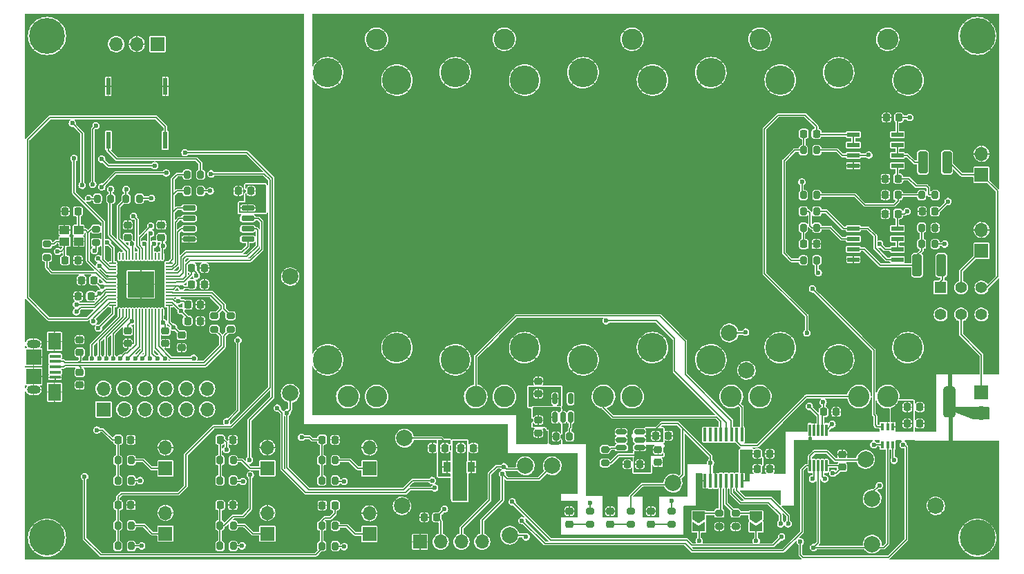
<source format=gtl>
G04 #@! TF.GenerationSoftware,KiCad,Pcbnew,(6.0.5)*
G04 #@! TF.CreationDate,2023-10-11T11:29:23-04:00*
G04 #@! TF.ProjectId,v1,76312e6b-6963-4616-945f-706362585858,rev?*
G04 #@! TF.SameCoordinates,Original*
G04 #@! TF.FileFunction,Copper,L1,Top*
G04 #@! TF.FilePolarity,Positive*
%FSLAX46Y46*%
G04 Gerber Fmt 4.6, Leading zero omitted, Abs format (unit mm)*
G04 Created by KiCad (PCBNEW (6.0.5)) date 2023-10-11 11:29:23*
%MOMM*%
%LPD*%
G01*
G04 APERTURE LIST*
G04 Aperture macros list*
%AMRoundRect*
0 Rectangle with rounded corners*
0 $1 Rounding radius*
0 $2 $3 $4 $5 $6 $7 $8 $9 X,Y pos of 4 corners*
0 Add a 4 corners polygon primitive as box body*
4,1,4,$2,$3,$4,$5,$6,$7,$8,$9,$2,$3,0*
0 Add four circle primitives for the rounded corners*
1,1,$1+$1,$2,$3*
1,1,$1+$1,$4,$5*
1,1,$1+$1,$6,$7*
1,1,$1+$1,$8,$9*
0 Add four rect primitives between the rounded corners*
20,1,$1+$1,$2,$3,$4,$5,0*
20,1,$1+$1,$4,$5,$6,$7,0*
20,1,$1+$1,$6,$7,$8,$9,0*
20,1,$1+$1,$8,$9,$2,$3,0*%
%AMFreePoly0*
4,1,6,1.000000,0.000000,0.500000,-0.750000,-0.500000,-0.750000,-0.500000,0.750000,0.500000,0.750000,1.000000,0.000000,1.000000,0.000000,$1*%
%AMFreePoly1*
4,1,6,0.500000,-0.750000,-0.650000,-0.750000,-0.150000,0.000000,-0.650000,0.750000,0.500000,0.750000,0.500000,-0.750000,0.500000,-0.750000,$1*%
%AMFreePoly2*
4,1,9,3.862500,-0.866500,0.737500,-0.866500,0.737500,-0.450000,-0.737500,-0.450000,-0.737500,0.450000,0.737500,0.450000,0.737500,0.866500,3.862500,0.866500,3.862500,-0.866500,3.862500,-0.866500,$1*%
G04 Aperture macros list end*
G04 #@! TA.AperFunction,SMDPad,CuDef*
%ADD10RoundRect,0.200000X-0.200000X-0.275000X0.200000X-0.275000X0.200000X0.275000X-0.200000X0.275000X0*%
G04 #@! TD*
G04 #@! TA.AperFunction,SMDPad,CuDef*
%ADD11RoundRect,0.225000X0.225000X0.250000X-0.225000X0.250000X-0.225000X-0.250000X0.225000X-0.250000X0*%
G04 #@! TD*
G04 #@! TA.AperFunction,SMDPad,CuDef*
%ADD12RoundRect,0.200000X0.200000X0.275000X-0.200000X0.275000X-0.200000X-0.275000X0.200000X-0.275000X0*%
G04 #@! TD*
G04 #@! TA.AperFunction,SMDPad,CuDef*
%ADD13C,2.000000*%
G04 #@! TD*
G04 #@! TA.AperFunction,ComponentPad*
%ADD14R,1.700000X1.700000*%
G04 #@! TD*
G04 #@! TA.AperFunction,ComponentPad*
%ADD15O,1.700000X1.700000*%
G04 #@! TD*
G04 #@! TA.AperFunction,SMDPad,CuDef*
%ADD16RoundRect,0.225000X0.250000X-0.225000X0.250000X0.225000X-0.250000X0.225000X-0.250000X-0.225000X0*%
G04 #@! TD*
G04 #@! TA.AperFunction,SMDPad,CuDef*
%ADD17RoundRect,0.225000X-0.225000X-0.250000X0.225000X-0.250000X0.225000X0.250000X-0.225000X0.250000X0*%
G04 #@! TD*
G04 #@! TA.AperFunction,SMDPad,CuDef*
%ADD18RoundRect,0.200000X0.275000X-0.200000X0.275000X0.200000X-0.275000X0.200000X-0.275000X-0.200000X0*%
G04 #@! TD*
G04 #@! TA.AperFunction,ComponentPad*
%ADD19C,4.400000*%
G04 #@! TD*
G04 #@! TA.AperFunction,SMDPad,CuDef*
%ADD20RoundRect,0.218750X-0.256250X0.218750X-0.256250X-0.218750X0.256250X-0.218750X0.256250X0.218750X0*%
G04 #@! TD*
G04 #@! TA.AperFunction,SMDPad,CuDef*
%ADD21RoundRect,0.200000X-0.275000X0.200000X-0.275000X-0.200000X0.275000X-0.200000X0.275000X0.200000X0*%
G04 #@! TD*
G04 #@! TA.AperFunction,SMDPad,CuDef*
%ADD22RoundRect,0.225000X-0.250000X0.225000X-0.250000X-0.225000X0.250000X-0.225000X0.250000X0.225000X0*%
G04 #@! TD*
G04 #@! TA.AperFunction,SMDPad,CuDef*
%ADD23RoundRect,0.381000X-0.381000X0.762000X-0.381000X-0.762000X0.381000X-0.762000X0.381000X0.762000X0*%
G04 #@! TD*
G04 #@! TA.AperFunction,SMDPad,CuDef*
%ADD24O,0.200000X0.875000*%
G04 #@! TD*
G04 #@! TA.AperFunction,SMDPad,CuDef*
%ADD25O,0.875000X0.200000*%
G04 #@! TD*
G04 #@! TA.AperFunction,SMDPad,CuDef*
%ADD26R,3.200000X3.200000*%
G04 #@! TD*
G04 #@! TA.AperFunction,SMDPad,CuDef*
%ADD27R,0.558800X2.108200*%
G04 #@! TD*
G04 #@! TA.AperFunction,SMDPad,CuDef*
%ADD28R,0.355600X1.676400*%
G04 #@! TD*
G04 #@! TA.AperFunction,SMDPad,CuDef*
%ADD29RoundRect,0.150000X0.150000X-0.512500X0.150000X0.512500X-0.150000X0.512500X-0.150000X-0.512500X0*%
G04 #@! TD*
G04 #@! TA.AperFunction,ComponentPad*
%ADD30R,1.400000X1.400000*%
G04 #@! TD*
G04 #@! TA.AperFunction,ComponentPad*
%ADD31C,1.400000*%
G04 #@! TD*
G04 #@! TA.AperFunction,SMDPad,CuDef*
%ADD32RoundRect,0.218750X0.256250X-0.218750X0.256250X0.218750X-0.256250X0.218750X-0.256250X-0.218750X0*%
G04 #@! TD*
G04 #@! TA.AperFunction,SMDPad,CuDef*
%ADD33RoundRect,0.150000X-0.650000X-0.150000X0.650000X-0.150000X0.650000X0.150000X-0.650000X0.150000X0*%
G04 #@! TD*
G04 #@! TA.AperFunction,SMDPad,CuDef*
%ADD34R,1.150000X1.000000*%
G04 #@! TD*
G04 #@! TA.AperFunction,SMDPad,CuDef*
%ADD35R,0.400000X0.900000*%
G04 #@! TD*
G04 #@! TA.AperFunction,SMDPad,CuDef*
%ADD36RoundRect,0.150000X-0.512500X-0.150000X0.512500X-0.150000X0.512500X0.150000X-0.512500X0.150000X0*%
G04 #@! TD*
G04 #@! TA.AperFunction,SMDPad,CuDef*
%ADD37RoundRect,0.250000X-0.325000X-1.100000X0.325000X-1.100000X0.325000X1.100000X-0.325000X1.100000X0*%
G04 #@! TD*
G04 #@! TA.AperFunction,SMDPad,CuDef*
%ADD38FreePoly0,270.000000*%
G04 #@! TD*
G04 #@! TA.AperFunction,SMDPad,CuDef*
%ADD39FreePoly1,270.000000*%
G04 #@! TD*
G04 #@! TA.AperFunction,SMDPad,CuDef*
%ADD40R,1.500000X0.550000*%
G04 #@! TD*
G04 #@! TA.AperFunction,SMDPad,CuDef*
%ADD41R,0.300000X1.400000*%
G04 #@! TD*
G04 #@! TA.AperFunction,SMDPad,CuDef*
%ADD42R,1.360000X0.400000*%
G04 #@! TD*
G04 #@! TA.AperFunction,ComponentPad*
%ADD43O,1.700000X1.000000*%
G04 #@! TD*
G04 #@! TA.AperFunction,SMDPad,CuDef*
%ADD44R,1.900000X1.950000*%
G04 #@! TD*
G04 #@! TA.AperFunction,SMDPad,CuDef*
%ADD45R,1.600000X2.100000*%
G04 #@! TD*
G04 #@! TA.AperFunction,SMDPad,CuDef*
%ADD46R,0.900000X1.300000*%
G04 #@! TD*
G04 #@! TA.AperFunction,SMDPad,CuDef*
%ADD47FreePoly2,270.000000*%
G04 #@! TD*
G04 #@! TA.AperFunction,SMDPad,CuDef*
%ADD48RoundRect,0.250000X0.325000X1.100000X-0.325000X1.100000X-0.325000X-1.100000X0.325000X-1.100000X0*%
G04 #@! TD*
G04 #@! TA.AperFunction,ComponentPad*
%ADD49C,2.600000*%
G04 #@! TD*
G04 #@! TA.AperFunction,ComponentPad*
%ADD50C,3.600000*%
G04 #@! TD*
G04 #@! TA.AperFunction,ViaPad*
%ADD51C,0.600000*%
G04 #@! TD*
G04 #@! TA.AperFunction,Conductor*
%ADD52C,0.150000*%
G04 #@! TD*
G04 #@! TA.AperFunction,Conductor*
%ADD53C,0.200000*%
G04 #@! TD*
G04 #@! TA.AperFunction,Conductor*
%ADD54C,0.175000*%
G04 #@! TD*
G04 APERTURE END LIST*
D10*
X124175000Y-120000000D03*
X125825000Y-120000000D03*
D11*
X115500000Y-87000000D03*
X113950000Y-87000000D03*
D12*
X184825000Y-91500000D03*
X183175000Y-91500000D03*
D13*
X199400000Y-125600000D03*
D14*
X117500000Y-129000000D03*
D15*
X117500000Y-126460000D03*
D14*
X104040000Y-69000000D03*
D15*
X101500000Y-69000000D03*
X98960000Y-69000000D03*
D14*
X205000000Y-94318750D03*
D15*
X205000000Y-91778750D03*
D16*
X100400000Y-92712500D03*
X100400000Y-91162500D03*
D10*
X99175000Y-120000000D03*
X100825000Y-120000000D03*
D17*
X195905000Y-113500000D03*
X197455000Y-113500000D03*
D18*
X158862500Y-120325000D03*
X158862500Y-118675000D03*
D12*
X113325000Y-122500000D03*
X111675000Y-122500000D03*
D11*
X184775000Y-93500000D03*
X183225000Y-93500000D03*
D19*
X90500000Y-68000000D03*
D20*
X159500000Y-126252500D03*
X159500000Y-127827500D03*
D21*
X172875000Y-126487500D03*
X172875000Y-128137500D03*
D13*
X190800000Y-119900000D03*
D17*
X195905000Y-115500000D03*
X197455000Y-115500000D03*
D10*
X99175000Y-128000000D03*
X100825000Y-128000000D03*
D14*
X130000000Y-121000000D03*
D15*
X130000000Y-118460000D03*
D11*
X138275000Y-127000000D03*
X136725000Y-127000000D03*
D22*
X107000000Y-104662500D03*
X107000000Y-106212500D03*
D21*
X113000000Y-102287500D03*
X113000000Y-103937500D03*
D11*
X194775000Y-87500000D03*
X193225000Y-87500000D03*
D21*
X157000000Y-126215000D03*
X157000000Y-127865000D03*
D14*
X117500000Y-121000000D03*
D15*
X117500000Y-118460000D03*
D13*
X120300000Y-111800000D03*
D23*
X201106000Y-112100000D03*
X201106000Y-113600000D03*
D24*
X104600000Y-95000000D03*
X104200000Y-95000000D03*
X103800000Y-95000000D03*
X103400000Y-95000000D03*
X103000000Y-95000000D03*
X102600000Y-95000000D03*
X102200000Y-95000000D03*
X101800000Y-95000000D03*
X101400000Y-95000000D03*
X101000000Y-95000000D03*
X100600000Y-95000000D03*
X100200000Y-95000000D03*
X99800000Y-95000000D03*
X99400000Y-95000000D03*
D25*
X98562500Y-95837500D03*
X98562500Y-96237500D03*
X98562500Y-96637500D03*
X98562500Y-97037500D03*
X98562500Y-97437500D03*
X98562500Y-97837500D03*
X98562500Y-98237500D03*
X98562500Y-98637500D03*
X98562500Y-99037500D03*
X98562500Y-99437500D03*
X98562500Y-99837500D03*
X98562500Y-100237500D03*
X98562500Y-100637500D03*
X98562500Y-101037500D03*
D24*
X99400000Y-101875000D03*
X99800000Y-101875000D03*
X100200000Y-101875000D03*
X100600000Y-101875000D03*
X101000000Y-101875000D03*
X101400000Y-101875000D03*
X101800000Y-101875000D03*
X102200000Y-101875000D03*
X102600000Y-101875000D03*
X103000000Y-101875000D03*
X103400000Y-101875000D03*
X103800000Y-101875000D03*
X104200000Y-101875000D03*
X104600000Y-101875000D03*
D25*
X105437500Y-101037500D03*
X105437500Y-100637500D03*
X105437500Y-100237500D03*
X105437500Y-99837500D03*
X105437500Y-99437500D03*
X105437500Y-99037500D03*
X105437500Y-98637500D03*
X105437500Y-98237500D03*
X105437500Y-97837500D03*
X105437500Y-97437500D03*
X105437500Y-97037500D03*
X105437500Y-96637500D03*
X105437500Y-96237500D03*
X105437500Y-95837500D03*
D26*
X102000000Y-98437500D03*
D27*
X105000000Y-74199300D03*
X105000000Y-80800700D03*
D14*
X136200000Y-130000000D03*
D15*
X138740000Y-130000000D03*
X141280000Y-130000000D03*
X143820000Y-130000000D03*
D10*
X197675000Y-87500000D03*
X199325000Y-87500000D03*
D13*
X174100000Y-104400000D03*
D10*
X183175000Y-82000000D03*
X184825000Y-82000000D03*
D28*
X175674999Y-116880600D03*
X175025001Y-116880600D03*
X174374999Y-116880600D03*
X173725001Y-116880600D03*
X173075002Y-116880600D03*
X172425001Y-116880600D03*
X171775002Y-116880600D03*
X171125001Y-116880600D03*
X171125001Y-122519400D03*
X171774999Y-122519400D03*
X172425001Y-122519400D03*
X173074999Y-122519400D03*
X173724998Y-122519400D03*
X174374999Y-122519400D03*
X175024998Y-122519400D03*
X175674999Y-122519400D03*
D10*
X111675000Y-120000000D03*
X113325000Y-120000000D03*
D14*
X97420000Y-113775000D03*
D15*
X97420000Y-111235000D03*
X99960000Y-113775000D03*
X99960000Y-111235000D03*
X102500000Y-113775000D03*
X102500000Y-111235000D03*
X105040000Y-113775000D03*
X105040000Y-111235000D03*
X107580000Y-113775000D03*
X107580000Y-111235000D03*
X110120000Y-113775000D03*
X110120000Y-111235000D03*
D14*
X205000000Y-85000000D03*
D15*
X205000000Y-82460000D03*
D10*
X152875000Y-117100000D03*
X154525000Y-117100000D03*
D14*
X130000000Y-129040000D03*
D15*
X130000000Y-126500000D03*
D13*
X134300000Y-117300000D03*
D11*
X96275000Y-97937500D03*
X94725000Y-97937500D03*
D29*
X152750000Y-114737500D03*
X153700000Y-114737500D03*
X154650000Y-114737500D03*
X154650000Y-112462500D03*
X152750000Y-112462500D03*
D30*
X200000000Y-98850000D03*
D31*
X202500000Y-98850000D03*
X205000000Y-98850000D03*
X200000000Y-102150000D03*
X202500000Y-102150000D03*
X205000000Y-102150000D03*
D12*
X184825000Y-95500000D03*
X183175000Y-95500000D03*
D18*
X96500000Y-93325000D03*
X96500000Y-91675000D03*
D11*
X94275000Y-89500000D03*
X92725000Y-89500000D03*
D10*
X197675000Y-91500000D03*
X199325000Y-91500000D03*
D14*
X205000000Y-111725000D03*
D15*
X205000000Y-114265000D03*
D13*
X147200000Y-129200000D03*
D32*
X94500000Y-106787500D03*
X94500000Y-105212500D03*
D33*
X107900000Y-89095000D03*
X107900000Y-90365000D03*
X107900000Y-91635000D03*
X107900000Y-92905000D03*
X115100000Y-92905000D03*
X115100000Y-91635000D03*
X115100000Y-90365000D03*
X115100000Y-89095000D03*
D34*
X92625000Y-93200000D03*
X94375000Y-93200000D03*
X94375000Y-91800000D03*
X92625000Y-91800000D03*
D10*
X183175000Y-87500000D03*
X184825000Y-87500000D03*
D12*
X199325000Y-93500000D03*
X197675000Y-93500000D03*
D22*
X150700000Y-115100000D03*
X150700000Y-116650000D03*
D35*
X192850000Y-118100000D03*
X193500000Y-118100000D03*
X194150000Y-118100000D03*
X194150000Y-115900000D03*
X193500000Y-115900000D03*
X192850000Y-115900000D03*
D13*
X167200000Y-122800000D03*
D21*
X111000000Y-102287500D03*
X111000000Y-103937500D03*
D13*
X191600000Y-130300000D03*
D22*
X105000000Y-104162500D03*
X105000000Y-105712500D03*
D17*
X111725000Y-117500000D03*
X113275000Y-117500000D03*
X108225000Y-96437500D03*
X109775000Y-96437500D03*
X99225000Y-125500000D03*
X100775000Y-125500000D03*
D10*
X107675000Y-87000000D03*
X109325000Y-87000000D03*
D16*
X150700000Y-111875000D03*
X150700000Y-110325000D03*
D17*
X111725000Y-125500000D03*
X113275000Y-125500000D03*
X197725000Y-89500000D03*
X199275000Y-89500000D03*
D11*
X194775000Y-89800000D03*
X193225000Y-89800000D03*
D13*
X149100000Y-120700000D03*
D20*
X154500000Y-126252500D03*
X154500000Y-127827500D03*
D21*
X162000000Y-126215000D03*
X162000000Y-127865000D03*
D36*
X160862500Y-116550000D03*
X160862500Y-117500000D03*
X160862500Y-118450000D03*
X163137500Y-118450000D03*
X163137500Y-117500000D03*
X163137500Y-116550000D03*
D12*
X125825000Y-122500000D03*
X124175000Y-122500000D03*
X100825000Y-130500000D03*
X99175000Y-130500000D03*
D17*
X107725000Y-102937500D03*
X109275000Y-102937500D03*
D37*
X197825000Y-83500000D03*
X200775000Y-83500000D03*
D38*
X177375000Y-126775000D03*
D39*
X177375000Y-128225000D03*
D38*
X170375000Y-126775000D03*
D39*
X170375000Y-128225000D03*
D11*
X139275000Y-118500000D03*
X137725000Y-118500000D03*
D10*
X107675000Y-85000000D03*
X109325000Y-85000000D03*
D13*
X120300000Y-97500000D03*
D22*
X165362500Y-118725000D03*
X165362500Y-120275000D03*
D17*
X177525000Y-119200000D03*
X179075000Y-119200000D03*
D11*
X95875000Y-99900000D03*
X94325000Y-99900000D03*
D17*
X124225000Y-117500000D03*
X125775000Y-117500000D03*
X177525000Y-121062500D03*
X179075000Y-121062500D03*
D14*
X105000000Y-121000000D03*
D15*
X105000000Y-118460000D03*
D20*
X94500000Y-109212500D03*
X94500000Y-110787500D03*
X164500000Y-126252500D03*
X164500000Y-127827500D03*
D17*
X108225000Y-98437500D03*
X109775000Y-98437500D03*
D27*
X98000000Y-74199300D03*
X98000000Y-80800700D03*
D40*
X189300000Y-91595000D03*
X189300000Y-92865000D03*
X189300000Y-94135000D03*
X189300000Y-95405000D03*
X194700000Y-95405000D03*
X194700000Y-94135000D03*
X194700000Y-92865000D03*
X194700000Y-91595000D03*
D11*
X125775000Y-125540000D03*
X124225000Y-125540000D03*
D41*
X186000000Y-116300000D03*
X185500000Y-116300000D03*
X185000000Y-116300000D03*
X184500000Y-116300000D03*
X184000000Y-116300000D03*
X184000000Y-120700000D03*
X184500000Y-120700000D03*
X185000000Y-120700000D03*
X185500000Y-120700000D03*
X186000000Y-120700000D03*
D14*
X105000000Y-129000000D03*
D15*
X105000000Y-126460000D03*
D42*
X91500000Y-107250000D03*
X91500000Y-107900000D03*
X91500000Y-108550000D03*
X91500000Y-109200000D03*
X91500000Y-109850000D03*
D43*
X88850000Y-105725000D03*
D44*
X88850000Y-109725000D03*
D43*
X88850000Y-111375000D03*
D45*
X91400000Y-105450000D03*
D44*
X88850000Y-107375000D03*
D45*
X91400000Y-111650000D03*
D17*
X183225000Y-80000000D03*
X184775000Y-80000000D03*
D21*
X167000000Y-126215000D03*
X167000000Y-127865000D03*
D19*
X90500000Y-129500000D03*
D13*
X176200000Y-109000000D03*
D19*
X204500000Y-68000000D03*
D12*
X184825000Y-89500000D03*
X183175000Y-89500000D03*
D40*
X189300000Y-80095000D03*
X189300000Y-81365000D03*
X189300000Y-82635000D03*
X189300000Y-83905000D03*
X194700000Y-83905000D03*
X194700000Y-82635000D03*
X194700000Y-81365000D03*
X194700000Y-80095000D03*
D11*
X163137500Y-120500000D03*
X161587500Y-120500000D03*
D10*
X111675000Y-128000000D03*
X113325000Y-128000000D03*
D12*
X113325000Y-130500000D03*
X111675000Y-130500000D03*
X100825000Y-122500000D03*
X99175000Y-122500000D03*
D17*
X107725000Y-100937500D03*
X109275000Y-100937500D03*
D16*
X104500000Y-92712500D03*
X104500000Y-91162500D03*
D21*
X174875000Y-126487500D03*
X174875000Y-128137500D03*
D13*
X134000000Y-125600000D03*
X191600000Y-124700000D03*
D17*
X99225000Y-117500000D03*
X100775000Y-117500000D03*
D21*
X90500000Y-93500000D03*
X90500000Y-95150000D03*
D17*
X185654000Y-114079000D03*
X187204000Y-114079000D03*
X92725000Y-95500000D03*
X94275000Y-95500000D03*
D11*
X194775000Y-85500000D03*
X193225000Y-85500000D03*
D46*
X142500000Y-120850000D03*
D47*
X141000000Y-120937500D03*
D46*
X139500000Y-120850000D03*
D16*
X187929000Y-120854000D03*
X187929000Y-119304000D03*
D48*
X200075000Y-96100000D03*
X197125000Y-96100000D03*
D17*
X165087500Y-117000000D03*
X166637500Y-117000000D03*
D22*
X100400000Y-104125000D03*
X100400000Y-105675000D03*
D17*
X141225000Y-118500000D03*
X142775000Y-118500000D03*
D12*
X125825000Y-130540000D03*
X124175000Y-130540000D03*
D10*
X124175000Y-128040000D03*
X125825000Y-128040000D03*
X100175000Y-87937500D03*
X101825000Y-87937500D03*
D11*
X194900000Y-78000000D03*
X193350000Y-78000000D03*
D12*
X98325000Y-87937500D03*
X96675000Y-87937500D03*
D19*
X204500000Y-129500000D03*
D13*
X152400000Y-120700000D03*
D49*
X162187500Y-112200000D03*
X158687500Y-112200000D03*
D50*
X164687500Y-73400000D03*
X156187500Y-72500000D03*
X156187500Y-107700000D03*
X164687500Y-106200000D03*
D49*
X162187500Y-68400000D03*
X130875000Y-112200000D03*
X127375000Y-112200000D03*
D50*
X133375000Y-73400000D03*
X124875000Y-72500000D03*
D49*
X130875000Y-68400000D03*
D50*
X124875000Y-107700000D03*
X133375000Y-106200000D03*
D49*
X177843750Y-112200000D03*
X174343750Y-112200000D03*
X177843750Y-68400000D03*
D50*
X171843750Y-107700000D03*
X180343750Y-73400000D03*
X180343750Y-106200000D03*
X171843750Y-72500000D03*
D49*
X193500000Y-112200000D03*
X190000000Y-112200000D03*
X193500000Y-68400000D03*
D50*
X196000000Y-106200000D03*
X187500000Y-107700000D03*
X187500000Y-72500000D03*
X196000000Y-73400000D03*
D49*
X146531250Y-112200000D03*
X143031250Y-112200000D03*
D50*
X140531250Y-107700000D03*
X140531250Y-72500000D03*
X149031250Y-106200000D03*
D49*
X146531250Y-68400000D03*
D50*
X149031250Y-73400000D03*
D51*
X141000000Y-119600000D03*
X164200000Y-119400000D03*
X152000000Y-116000000D03*
X105800000Y-106500000D03*
X114400000Y-117500000D03*
X170700000Y-123900000D03*
X200800000Y-128000000D03*
X101000000Y-99500000D03*
X184000000Y-117800000D03*
X110500000Y-100900000D03*
X143000000Y-119600000D03*
X103000000Y-99500000D03*
X102000000Y-98500000D03*
X187900000Y-118100000D03*
X92700000Y-88200000D03*
X105000000Y-72200000D03*
X94600000Y-103800000D03*
X174900000Y-129700000D03*
X93000000Y-109800000D03*
X94400000Y-94400000D03*
X104500000Y-90000000D03*
X93600000Y-97900000D03*
X93400000Y-99900000D03*
X91200000Y-91800000D03*
X103000000Y-97500000D03*
X99200000Y-105700000D03*
X123900000Y-126700000D03*
X100000000Y-90000000D03*
X109300000Y-104100000D03*
X91800000Y-113700000D03*
X112500000Y-87000000D03*
X136600000Y-118500000D03*
X107900000Y-93600000D03*
X110700000Y-96800000D03*
X102000000Y-99500000D03*
X102000000Y-97500000D03*
X172900000Y-129800000D03*
X114300000Y-125500000D03*
X110700000Y-98400000D03*
X94600000Y-112500000D03*
X98000000Y-72100000D03*
X103000000Y-98500000D03*
X101000000Y-98500000D03*
X101900000Y-117600000D03*
X101000000Y-97500000D03*
X204300000Y-124200000D03*
X91800000Y-103600000D03*
X108200000Y-106200000D03*
X139200000Y-126000000D03*
X97300000Y-98700000D03*
X157000000Y-125200000D03*
X106000000Y-103700000D03*
X126900000Y-130600000D03*
X100875500Y-103000000D03*
X104700000Y-93700000D03*
X116700000Y-88000000D03*
X186800000Y-121600000D03*
X101900000Y-122500000D03*
X170400000Y-129900000D03*
X103300000Y-87900000D03*
X106900000Y-101700000D03*
X126900000Y-122600000D03*
X110500000Y-87000000D03*
X104724500Y-103100000D03*
X95600000Y-87900000D03*
X107000000Y-98800000D03*
X139600000Y-119500000D03*
X102100000Y-130500000D03*
X114500000Y-122600000D03*
X100900000Y-93500000D03*
X114400000Y-130500000D03*
X177400000Y-129900000D03*
X138800000Y-119500000D03*
X108800000Y-97400000D03*
X106600000Y-100500000D03*
X96900000Y-99600000D03*
X96300000Y-94300000D03*
X91800000Y-94400000D03*
X149900000Y-113000000D03*
X176100000Y-104300000D03*
X196225000Y-78000000D03*
X167000000Y-125000000D03*
X195900000Y-89500000D03*
X151500000Y-113000000D03*
X194500000Y-114000000D03*
X176425000Y-120500000D03*
X200500000Y-93500000D03*
X194400000Y-114900000D03*
X150700000Y-113000000D03*
X151700000Y-111400000D03*
X185600000Y-112900000D03*
X153900000Y-113600000D03*
X167700000Y-118500000D03*
X188500000Y-114000000D03*
X193300000Y-114400000D03*
X188900000Y-96200000D03*
X191925000Y-77900000D03*
X180300000Y-119200000D03*
X198500000Y-113500000D03*
X196500000Y-81500000D03*
X198500000Y-115500000D03*
X165300000Y-121400000D03*
X169100000Y-118100000D03*
X172700000Y-121100000D03*
X191900000Y-85500000D03*
X160400000Y-120800000D03*
X191900000Y-87500000D03*
X159400000Y-116400000D03*
X180300000Y-121000000D03*
X191900000Y-89600000D03*
X171800000Y-120300000D03*
X186700000Y-115600000D03*
X93800000Y-83000000D03*
X115300000Y-120000000D03*
X103700000Y-83900000D03*
X107400000Y-82300000D03*
X97200000Y-83100000D03*
X115400000Y-121800000D03*
X95100000Y-122000000D03*
X96800000Y-95300000D03*
X110600000Y-84900000D03*
X105100000Y-84800000D03*
X97200000Y-86500000D03*
X97900000Y-93300000D03*
X96600000Y-116300000D03*
X96929122Y-96170878D03*
X112500000Y-118700000D03*
X96200000Y-103000000D03*
X112500000Y-115300000D03*
X113900000Y-105300000D03*
X96800000Y-103800000D03*
X121700000Y-117200000D03*
X191200000Y-82600000D03*
X200900000Y-88300000D03*
X185000000Y-97000000D03*
X192524500Y-93500000D03*
X94100000Y-101800000D03*
X93600000Y-78700000D03*
X94800000Y-86300000D03*
X96100000Y-86200000D03*
X94100000Y-100900000D03*
X96500000Y-79000000D03*
X181300000Y-127800000D03*
X146500000Y-120800000D03*
X100200000Y-86800000D03*
X180400000Y-127800000D03*
X146300000Y-121700000D03*
X98300000Y-86800000D03*
X96000000Y-107500000D03*
X96900000Y-107500000D03*
X97742055Y-107500000D03*
X98600000Y-107500000D03*
X99500000Y-107500000D03*
X100400000Y-107525500D03*
X101300000Y-107500000D03*
X102200000Y-107500000D03*
X103100000Y-107525500D03*
X104000000Y-107525500D03*
X104960527Y-107525500D03*
X108500000Y-107500000D03*
X184400000Y-130700000D03*
X103600000Y-93500000D03*
X192500000Y-123100000D03*
X194300000Y-120000000D03*
X185800000Y-122300000D03*
X103200000Y-92200000D03*
X102400000Y-93500000D03*
X184300000Y-122300000D03*
X149200000Y-129400000D03*
X103200000Y-91300000D03*
X148700000Y-127400000D03*
X119900000Y-114200000D03*
X137700000Y-122500000D03*
X159000000Y-102900000D03*
X101100000Y-90100000D03*
X191800000Y-118100000D03*
X147500000Y-125100000D03*
X180500000Y-129400000D03*
X182800000Y-130000000D03*
X195400000Y-118100000D03*
X118700000Y-113600000D03*
X138000000Y-123400000D03*
X183000000Y-85900000D03*
X184300000Y-99000000D03*
X183600000Y-104400000D03*
X183900000Y-113400000D03*
D52*
X205000000Y-107100000D02*
X202500000Y-104600000D01*
X205000000Y-111725000D02*
X205000000Y-107100000D01*
X202500000Y-104600000D02*
X202500000Y-102150000D01*
X160500000Y-119400000D02*
X164200000Y-119400000D01*
X159575000Y-120325000D02*
X160500000Y-119400000D01*
X158862500Y-120325000D02*
X159575000Y-120325000D01*
X100875500Y-103000000D02*
X101000000Y-102875500D01*
X96975000Y-98637500D02*
X98562500Y-98637500D01*
X138740000Y-130000000D02*
X138740000Y-127465000D01*
X125885000Y-130600000D02*
X125825000Y-130540000D01*
X107000000Y-98800000D02*
X107862500Y-98800000D01*
X105437500Y-98637500D02*
X106362500Y-98637500D01*
X177400000Y-128250000D02*
X177375000Y-128225000D01*
X104600000Y-101875000D02*
X104600000Y-102975500D01*
X96275000Y-97937500D02*
X96975000Y-98637500D01*
X106725000Y-98800000D02*
X107000000Y-98800000D01*
X101000000Y-95000000D02*
X101000000Y-93312500D01*
X107000000Y-104662500D02*
X105437500Y-103100000D01*
X101000000Y-102875500D02*
X101000000Y-101875000D01*
X110500000Y-87000000D02*
X109325000Y-87000000D01*
X187775000Y-120700000D02*
X186000000Y-120700000D01*
X157000000Y-125200000D02*
X157000000Y-126215000D01*
X138275000Y-127000000D02*
X138275000Y-126925000D01*
X170400000Y-128250000D02*
X170375000Y-128225000D01*
X105000000Y-103375500D02*
X104724500Y-103100000D01*
X107725000Y-102525000D02*
X107725000Y-102937500D01*
X187929000Y-120854000D02*
X187775000Y-120700000D01*
X113425000Y-122600000D02*
X113325000Y-122500000D01*
X102100000Y-130500000D02*
X100825000Y-130500000D01*
X95637500Y-87937500D02*
X95600000Y-87900000D01*
X134300000Y-117300000D02*
X138800000Y-117300000D01*
X138275000Y-126925000D02*
X139200000Y-126000000D01*
X105962500Y-99037500D02*
X106362500Y-98637500D01*
X114500000Y-122600000D02*
X113425000Y-122600000D01*
X138740000Y-127465000D02*
X138275000Y-127000000D01*
X138800000Y-117300000D02*
X139275000Y-117775000D01*
X101000000Y-93312500D02*
X100400000Y-92712500D01*
X104600000Y-95000000D02*
X104600000Y-92812500D01*
X96675000Y-87937500D02*
X95637500Y-87937500D01*
X105437500Y-103100000D02*
X105437500Y-101037500D01*
X103300000Y-87900000D02*
X101862500Y-87900000D01*
X105000000Y-104162500D02*
X105000000Y-103375500D01*
X100400000Y-103475500D02*
X100875500Y-103000000D01*
X186800000Y-121600000D02*
X187183000Y-121600000D01*
X101862500Y-87900000D02*
X101825000Y-87937500D01*
X170400000Y-129900000D02*
X170400000Y-128250000D01*
X101900000Y-122500000D02*
X100825000Y-122500000D01*
X187183000Y-121600000D02*
X187929000Y-120854000D01*
X100400000Y-104125000D02*
X100400000Y-103475500D01*
X139275000Y-117775000D02*
X139275000Y-118500000D01*
X126900000Y-130600000D02*
X125885000Y-130600000D01*
X125925000Y-122600000D02*
X125825000Y-122500000D01*
X107862500Y-98800000D02*
X108225000Y-98437500D01*
X104600000Y-92812500D02*
X104500000Y-92712500D01*
X106562500Y-98637500D02*
X106725000Y-98800000D01*
X105837500Y-100637500D02*
X107725000Y-102525000D01*
X177400000Y-129900000D02*
X177400000Y-128250000D01*
X126900000Y-122600000D02*
X125925000Y-122600000D01*
X106362500Y-98637500D02*
X106562500Y-98637500D01*
X114400000Y-130500000D02*
X113325000Y-130500000D01*
X105437500Y-99037500D02*
X105962500Y-99037500D01*
X105437500Y-100637500D02*
X105837500Y-100637500D01*
X104600000Y-102975500D02*
X104724500Y-103100000D01*
X196800000Y-83500000D02*
X197825000Y-83500000D01*
X195935000Y-82635000D02*
X196800000Y-83500000D01*
X194700000Y-82635000D02*
X194700000Y-81365000D01*
X194700000Y-82635000D02*
X195935000Y-82635000D01*
X189500000Y-87500000D02*
X184825000Y-87500000D01*
X194775000Y-87500000D02*
X197675000Y-87500000D01*
X190700000Y-88700000D02*
X189500000Y-87500000D01*
X194775000Y-87500000D02*
X194775000Y-88225000D01*
X194775000Y-88225000D02*
X194300000Y-88700000D01*
X194300000Y-88700000D02*
X190700000Y-88700000D01*
X108800000Y-97012500D02*
X108225000Y-96437500D01*
X96600000Y-99900000D02*
X95875000Y-99900000D01*
X106276414Y-98237500D02*
X106375935Y-98137980D01*
X105437500Y-100237500D02*
X105861086Y-100237500D01*
X108225000Y-97212500D02*
X108225000Y-96437500D01*
X107299520Y-98137980D02*
X108225000Y-97212500D01*
X105437500Y-98237500D02*
X106276414Y-98237500D01*
X107287500Y-100500000D02*
X107725000Y-100937500D01*
X97141772Y-99600000D02*
X97704272Y-99037500D01*
X106375935Y-98137980D02*
X107299520Y-98137980D01*
X105861086Y-100237500D02*
X106123586Y-100500000D01*
X96900000Y-99600000D02*
X97141772Y-99600000D01*
X97704272Y-99037500D02*
X98562500Y-99037500D01*
X106600000Y-100500000D02*
X107287500Y-100500000D01*
X106123586Y-100500000D02*
X106600000Y-100500000D01*
X108800000Y-97400000D02*
X108800000Y-97012500D01*
X96900000Y-99600000D02*
X96600000Y-99900000D01*
X94375000Y-89600000D02*
X94275000Y-89500000D01*
X94375000Y-91800000D02*
X94375000Y-89600000D01*
X98562500Y-97837500D02*
X97761086Y-97837500D01*
X95925000Y-91675000D02*
X96500000Y-91675000D01*
X95500000Y-92100000D02*
X95200000Y-91800000D01*
X97761086Y-97837500D02*
X95500000Y-95576414D01*
X95500000Y-95576414D02*
X95500000Y-92100000D01*
X95500000Y-92100000D02*
X95925000Y-91675000D01*
X95200000Y-91800000D02*
X94375000Y-91800000D01*
X96500000Y-93325000D02*
X96500000Y-94100000D01*
X91600000Y-93200000D02*
X92625000Y-93200000D01*
X92625000Y-95400000D02*
X92625000Y-94025000D01*
X91800000Y-94400000D02*
X92250000Y-94400000D01*
X90500000Y-93500000D02*
X91300000Y-93500000D01*
X91300000Y-93500000D02*
X91600000Y-93200000D01*
X92625000Y-94025000D02*
X92625000Y-93200000D01*
X92725000Y-95500000D02*
X92625000Y-95400000D01*
X96500000Y-94100000D02*
X96300000Y-94300000D01*
X92250000Y-94400000D02*
X92625000Y-94025000D01*
X185500000Y-116300000D02*
X185500000Y-114233000D01*
X196225000Y-78000000D02*
X194900000Y-78000000D01*
X194700000Y-78200000D02*
X194700000Y-80095000D01*
X194900000Y-78000000D02*
X194700000Y-78200000D01*
X185654000Y-114079000D02*
X185654000Y-112954000D01*
X185500000Y-114233000D02*
X185654000Y-114079000D01*
X185654000Y-112954000D02*
X185600000Y-112900000D01*
X194700000Y-91595000D02*
X194700000Y-89875000D01*
D53*
X194775000Y-89800000D02*
X195600000Y-89800000D01*
D52*
X199325000Y-93500000D02*
X200500000Y-93500000D01*
D53*
X195600000Y-89800000D02*
X195900000Y-89500000D01*
D52*
X176100000Y-104300000D02*
X176000000Y-104400000D01*
X167000000Y-126215000D02*
X167000000Y-125000000D01*
X176000000Y-104400000D02*
X174100000Y-104400000D01*
D53*
X172400000Y-121400000D02*
X172700000Y-121100000D01*
X172400000Y-122500000D02*
X172400000Y-121400000D01*
D52*
X163400000Y-123000000D02*
X162000000Y-124400000D01*
X168350000Y-116050000D02*
X171800000Y-119500000D01*
X167200000Y-123000000D02*
X163400000Y-123000000D01*
X168400000Y-121800000D02*
X167200000Y-123000000D01*
X167800000Y-115500000D02*
X168350000Y-116050000D01*
X171800000Y-120300000D02*
X171750000Y-120350000D01*
X162000000Y-124400000D02*
X162000000Y-126215000D01*
X168400000Y-116100000D02*
X168400000Y-121800000D01*
X165800000Y-115500000D02*
X167800000Y-115500000D01*
X168350000Y-116050000D02*
X168400000Y-116100000D01*
X165087500Y-117000000D02*
X165087500Y-116212500D01*
X171800000Y-119500000D02*
X171800000Y-120300000D01*
X186000000Y-116300000D02*
X186700000Y-115600000D01*
X171750000Y-120350000D02*
X171750000Y-122500000D01*
X165087500Y-116212500D02*
X165800000Y-115500000D01*
X115400000Y-121800000D02*
X115400000Y-126000000D01*
X98562500Y-96237500D02*
X98166060Y-96237500D01*
X97375489Y-95446929D02*
X97375489Y-90775489D01*
X93800000Y-87200000D02*
X93800000Y-83000000D01*
X118100000Y-85400000D02*
X118100000Y-112300000D01*
X113300000Y-126900000D02*
X112200000Y-128000000D01*
X97200000Y-83100000D02*
X98000000Y-83900000D01*
X115300000Y-115100000D02*
X115300000Y-120000000D01*
X112200000Y-128000000D02*
X111675000Y-128000000D01*
X115400000Y-126000000D02*
X114500000Y-126900000D01*
X98000000Y-83900000D02*
X103700000Y-83900000D01*
X114500000Y-126900000D02*
X113300000Y-126900000D01*
X111675000Y-130500000D02*
X111675000Y-125550000D01*
X97375489Y-90775489D02*
X93800000Y-87200000D01*
X107400000Y-82300000D02*
X115000000Y-82300000D01*
X115000000Y-82300000D02*
X118100000Y-85400000D01*
X115400000Y-115000000D02*
X115300000Y-115100000D01*
X111675000Y-125550000D02*
X111725000Y-125500000D01*
X98166060Y-96237500D02*
X97375489Y-95446929D01*
X118100000Y-112300000D02*
X115400000Y-115000000D01*
X124500000Y-127100000D02*
X124175000Y-127425000D01*
X97100000Y-131600000D02*
X123400000Y-131600000D01*
X98137500Y-96637500D02*
X96800000Y-95300000D01*
X124175000Y-127425000D02*
X124175000Y-128040000D01*
X124175000Y-130540000D02*
X124175000Y-128040000D01*
X98562500Y-96637500D02*
X98137500Y-96637500D01*
X123400000Y-131600000D02*
X124175000Y-130825000D01*
X125200000Y-127100000D02*
X124500000Y-127100000D01*
X125775000Y-126525000D02*
X125200000Y-127100000D01*
X95100000Y-122000000D02*
X95100000Y-129600000D01*
X125775000Y-125540000D02*
X125775000Y-126525000D01*
X95100000Y-129600000D02*
X97100000Y-131600000D01*
X124175000Y-130825000D02*
X124175000Y-130540000D01*
X99175000Y-125550000D02*
X99225000Y-125500000D01*
X107500000Y-123200000D02*
X106600000Y-124100000D01*
X99200000Y-124500000D02*
X99200000Y-125475000D01*
X110900000Y-115900000D02*
X107500000Y-119300000D01*
X107500000Y-119300000D02*
X107500000Y-123200000D01*
X117800000Y-85600000D02*
X117800000Y-111100000D01*
X99175000Y-130500000D02*
X99175000Y-125550000D01*
X99200000Y-125475000D02*
X99225000Y-125500000D01*
X110600000Y-84900000D02*
X117100000Y-84900000D01*
X117100000Y-84900000D02*
X117800000Y-85600000D01*
X117800000Y-111100000D02*
X113000000Y-115900000D01*
X97200000Y-86500000D02*
X98900000Y-84800000D01*
X106600000Y-124100000D02*
X99600000Y-124100000D01*
X98900000Y-84800000D02*
X105100000Y-84800000D01*
X99600000Y-124100000D02*
X99200000Y-124500000D01*
X98562500Y-93962500D02*
X97900000Y-93300000D01*
X113000000Y-115900000D02*
X110900000Y-115900000D01*
X98562500Y-95837500D02*
X98562500Y-93962500D01*
X99175000Y-122500000D02*
X99175000Y-117550000D01*
X96600000Y-116300000D02*
X97300000Y-116300000D01*
X99175000Y-117550000D02*
X99225000Y-117500000D01*
X96929122Y-96170878D02*
X97795744Y-97037500D01*
X97300000Y-116300000D02*
X98500000Y-117500000D01*
X97795744Y-97037500D02*
X98562500Y-97037500D01*
X98500000Y-117500000D02*
X99225000Y-117500000D01*
X98562500Y-100637500D02*
X98166060Y-100637500D01*
X112200000Y-117500000D02*
X111725000Y-117500000D01*
X98166060Y-100637500D02*
X96200000Y-102603560D01*
X112500000Y-117800000D02*
X112200000Y-117500000D01*
X113900000Y-105300000D02*
X113900000Y-113900000D01*
X111725000Y-117500000D02*
X111725000Y-122450000D01*
X113900000Y-113900000D02*
X112500000Y-115300000D01*
X112500000Y-118700000D02*
X112500000Y-117800000D01*
X96200000Y-102603560D02*
X96200000Y-103000000D01*
X111725000Y-122450000D02*
X111675000Y-122500000D01*
X98562500Y-101037500D02*
X98562500Y-102037500D01*
X124225000Y-117500000D02*
X123000000Y-117500000D01*
X122700000Y-117200000D02*
X121700000Y-117200000D01*
X123000000Y-117500000D02*
X122700000Y-117200000D01*
X124175000Y-117550000D02*
X124175000Y-122500000D01*
X124225000Y-117500000D02*
X124175000Y-117550000D01*
X98562500Y-102037500D02*
X96800000Y-103800000D01*
X198300000Y-86400000D02*
X197000000Y-86400000D01*
X194700000Y-85425000D02*
X194775000Y-85500000D01*
X196100000Y-85500000D02*
X194775000Y-85500000D01*
X199325000Y-87500000D02*
X198600000Y-87500000D01*
X198600000Y-87500000D02*
X198500000Y-87400000D01*
X198500000Y-86600000D02*
X198300000Y-86400000D01*
X197000000Y-86400000D02*
X196100000Y-85500000D01*
X198500000Y-87400000D02*
X198500000Y-86600000D01*
X194700000Y-83905000D02*
X194700000Y-85425000D01*
X181700000Y-95500000D02*
X183175000Y-95500000D01*
X180800000Y-83300000D02*
X180800000Y-94600000D01*
X182100000Y-82000000D02*
X180800000Y-83300000D01*
X183225000Y-80000000D02*
X183225000Y-81950000D01*
X183175000Y-82000000D02*
X182100000Y-82000000D01*
X183225000Y-81950000D02*
X183175000Y-82000000D01*
X180800000Y-94600000D02*
X181700000Y-95500000D01*
X187935000Y-82635000D02*
X187300000Y-82000000D01*
X187300000Y-82000000D02*
X184825000Y-82000000D01*
X191165000Y-82635000D02*
X189300000Y-82635000D01*
X199700000Y-89500000D02*
X200900000Y-88300000D01*
X191200000Y-82600000D02*
X191165000Y-82635000D01*
X199275000Y-89500000D02*
X199700000Y-89500000D01*
X189300000Y-82635000D02*
X187935000Y-82635000D01*
X162000000Y-127865000D02*
X159537500Y-127865000D01*
X159537500Y-127865000D02*
X159500000Y-127827500D01*
X194700000Y-94135000D02*
X193159500Y-94135000D01*
X185000000Y-97000000D02*
X184825000Y-96825000D01*
X194700000Y-94135000D02*
X194700000Y-92865000D01*
X184825000Y-96825000D02*
X184825000Y-95500000D01*
X193159500Y-94135000D02*
X192524500Y-93500000D01*
X186000000Y-89500000D02*
X184825000Y-89500000D01*
X188095000Y-91595000D02*
X186000000Y-89500000D01*
X192000000Y-92500000D02*
X191095000Y-91595000D01*
X192000000Y-94000000D02*
X192000000Y-92500000D01*
X193405000Y-95405000D02*
X192000000Y-94000000D01*
X189300000Y-91595000D02*
X188095000Y-91595000D01*
X191095000Y-91595000D02*
X189300000Y-91595000D01*
X194700000Y-95405000D02*
X193405000Y-95405000D01*
X164537500Y-127865000D02*
X164500000Y-127827500D01*
X167000000Y-127865000D02*
X164537500Y-127865000D01*
X154537500Y-127865000D02*
X154500000Y-127827500D01*
X157000000Y-127865000D02*
X154537500Y-127865000D01*
X202500000Y-96818750D02*
X205000000Y-94318750D01*
X202500000Y-98850000D02*
X202500000Y-96818750D01*
D53*
X201100000Y-83500000D02*
X202600000Y-85000000D01*
X200775000Y-83500000D02*
X201100000Y-83500000D01*
D52*
X205000000Y-98850000D02*
X205650000Y-98850000D01*
D53*
X202600000Y-85000000D02*
X205000000Y-85000000D01*
D52*
X205650000Y-98850000D02*
X207000000Y-97500000D01*
X207000000Y-87000000D02*
X205000000Y-85000000D01*
X207000000Y-97500000D02*
X207000000Y-87000000D01*
D54*
X94600000Y-106975000D02*
X94600000Y-107800000D01*
X111837500Y-105932690D02*
X111837500Y-104775000D01*
X94600000Y-107800000D02*
X94337500Y-108062500D01*
X92520001Y-107900000D02*
X92682501Y-108062500D01*
X111837500Y-104775000D02*
X111000000Y-103937500D01*
X92682501Y-108062500D02*
X94337500Y-108062500D01*
X91500000Y-107900000D02*
X92520001Y-107900000D01*
X94337500Y-108062500D02*
X109707690Y-108062500D01*
X109707690Y-108062500D02*
X111837500Y-105932690D01*
X109842310Y-108387500D02*
X112162500Y-106067310D01*
X94600000Y-108600000D02*
X94387500Y-108387500D01*
X92520001Y-108550000D02*
X92682501Y-108387500D01*
X94387500Y-108387500D02*
X109842310Y-108387500D01*
X94600000Y-109325000D02*
X94600000Y-108600000D01*
X112162500Y-106067310D02*
X112162500Y-104775000D01*
X112162500Y-104775000D02*
X113000000Y-103937500D01*
X92682501Y-108387500D02*
X94387500Y-108387500D01*
X91500000Y-108550000D02*
X92520001Y-108550000D01*
D52*
X95400000Y-101300000D02*
X94600000Y-101300000D01*
X98562500Y-99837500D02*
X97827858Y-99837500D01*
X94800000Y-79900000D02*
X93600000Y-78700000D01*
X94800000Y-86300000D02*
X94800000Y-79900000D01*
X97606744Y-100058613D02*
X96365357Y-101300000D01*
X97827858Y-99837500D02*
X97606744Y-100058613D01*
X96365357Y-101300000D02*
X95400000Y-101300000D01*
X94600000Y-101300000D02*
X94100000Y-101800000D01*
X98562500Y-99437500D02*
X97727858Y-99437500D01*
X96100000Y-79400000D02*
X96500000Y-79000000D01*
X97727858Y-99437500D02*
X97482679Y-99682679D01*
X96100000Y-86200000D02*
X96100000Y-79400000D01*
X96341772Y-100900000D02*
X94100000Y-100900000D01*
X97482679Y-99759093D02*
X96341772Y-100900000D01*
X97482679Y-99682679D02*
X97482679Y-99759093D01*
X99275489Y-88837011D02*
X100175000Y-87937500D01*
X100600000Y-94200000D02*
X99275489Y-92875489D01*
X146500000Y-120800000D02*
X146800000Y-121100000D01*
X175000000Y-123700000D02*
X176000000Y-124700000D01*
X144700000Y-124900000D02*
X141280000Y-128320000D01*
X99275489Y-92875489D02*
X99275489Y-88837011D01*
X175000000Y-122500000D02*
X175000000Y-123700000D01*
X145600000Y-120800000D02*
X144700000Y-121700000D01*
X148700000Y-121100000D02*
X149100000Y-120700000D01*
X100175000Y-87937500D02*
X100175000Y-86825000D01*
X179200000Y-124700000D02*
X181300000Y-126800000D01*
X144700000Y-121700000D02*
X144700000Y-124900000D01*
X146800000Y-121100000D02*
X148700000Y-121100000D01*
X141280000Y-128320000D02*
X141280000Y-130000000D01*
X146500000Y-120800000D02*
X145600000Y-120800000D01*
X181300000Y-126800000D02*
X181300000Y-127800000D01*
X100175000Y-86825000D02*
X100200000Y-86800000D01*
X100600000Y-95000000D02*
X100600000Y-94200000D01*
X176000000Y-124700000D02*
X179200000Y-124700000D01*
X98200000Y-92412500D02*
X98200000Y-88062500D01*
X98200000Y-92412500D02*
X100200000Y-94412500D01*
X150800000Y-122300000D02*
X146900000Y-122300000D01*
X98300000Y-86800000D02*
X98300000Y-87912500D01*
X98300000Y-87912500D02*
X98325000Y-87937500D01*
X100200000Y-94412500D02*
X100200000Y-95000000D01*
X152400000Y-120700000D02*
X150800000Y-122300000D01*
X146300000Y-124900000D02*
X146300000Y-121700000D01*
X98200000Y-88062500D02*
X98325000Y-87937500D01*
X174350000Y-122500000D02*
X174350000Y-124050000D01*
X178900000Y-125200000D02*
X180400000Y-126700000D01*
X180400000Y-126700000D02*
X180400000Y-127800000D01*
X143820000Y-130000000D02*
X143820000Y-127380000D01*
X174350000Y-124050000D02*
X175500000Y-125200000D01*
X175500000Y-125200000D02*
X178900000Y-125200000D01*
X146900000Y-122300000D02*
X146300000Y-121700000D01*
X143820000Y-127380000D02*
X146300000Y-124900000D01*
X114700000Y-128000000D02*
X113325000Y-128000000D01*
X115700000Y-129000000D02*
X114700000Y-128000000D01*
X117500000Y-129000000D02*
X115700000Y-129000000D01*
X100825000Y-128000000D02*
X102400000Y-128000000D01*
X103400000Y-129000000D02*
X105000000Y-129000000D01*
X102400000Y-128000000D02*
X103400000Y-129000000D01*
X127240000Y-128040000D02*
X125825000Y-128040000D01*
X130000000Y-129040000D02*
X128240000Y-129040000D01*
X128240000Y-129040000D02*
X127240000Y-128040000D01*
X105000000Y-121000000D02*
X103300000Y-121000000D01*
X102300000Y-120000000D02*
X100825000Y-120000000D01*
X103300000Y-121000000D02*
X102300000Y-120000000D01*
X113325000Y-120000000D02*
X114400000Y-120000000D01*
X115400000Y-121000000D02*
X117500000Y-121000000D01*
X114400000Y-120000000D02*
X115400000Y-121000000D01*
X127600000Y-120000000D02*
X125825000Y-120000000D01*
X128600000Y-121000000D02*
X127600000Y-120000000D01*
X130000000Y-121000000D02*
X128600000Y-121000000D01*
X96000000Y-107500000D02*
X96000000Y-105815328D01*
X99400000Y-102415328D02*
X99400000Y-101875000D01*
X96000000Y-105815328D02*
X99400000Y-102415328D01*
X99800000Y-102438914D02*
X99800000Y-101875000D01*
X96900000Y-105338915D02*
X99800000Y-102438914D01*
X96900000Y-107500000D02*
X96900000Y-105338915D01*
X100200000Y-102462500D02*
X97742055Y-104920445D01*
X97742055Y-104920445D02*
X97742055Y-107500000D01*
X100200000Y-101875000D02*
X100200000Y-102462500D01*
X98600000Y-104500000D02*
X100600000Y-102500000D01*
X100600000Y-102500000D02*
X100600000Y-101875000D01*
X98600000Y-107500000D02*
X98600000Y-104500000D01*
X100100000Y-106900000D02*
X99500000Y-107500000D01*
X101400000Y-101875000D02*
X101400000Y-105800000D01*
X101400000Y-105800000D02*
X100300000Y-106900000D01*
X100300000Y-106900000D02*
X100100000Y-106900000D01*
X101800000Y-106125500D02*
X100400000Y-107525500D01*
X101800000Y-101875000D02*
X101800000Y-106125500D01*
X102200000Y-106600000D02*
X101300000Y-107500000D01*
X102200000Y-101875000D02*
X102200000Y-106600000D01*
X102600000Y-101875000D02*
X102600000Y-107100000D01*
X102600000Y-107100000D02*
X102200000Y-107500000D01*
X103000000Y-107425500D02*
X103100000Y-107525500D01*
X103000000Y-101875000D02*
X103000000Y-107425500D01*
X103400000Y-106925500D02*
X104000000Y-107525500D01*
X103400000Y-101875000D02*
X103400000Y-106925500D01*
X105000000Y-107500000D02*
X104974500Y-107525500D01*
X103800000Y-101875000D02*
X103800000Y-106300000D01*
X103800000Y-106300000D02*
X105000000Y-107500000D01*
X104974500Y-107525500D02*
X104960527Y-107525500D01*
X104200000Y-101875000D02*
X104200000Y-106023217D01*
X104200000Y-106023217D02*
X105676783Y-107500000D01*
X105676783Y-107500000D02*
X108500000Y-107500000D01*
X173050000Y-122500000D02*
X173050000Y-126312500D01*
X173050000Y-126312500D02*
X172875000Y-126487500D01*
X170375000Y-126775000D02*
X170662500Y-126487500D01*
X170662500Y-126487500D02*
X172875000Y-126487500D01*
X173700000Y-125312500D02*
X173700000Y-122500000D01*
X177087500Y-126487500D02*
X174875000Y-126487500D01*
X174875000Y-126487500D02*
X173700000Y-125312500D01*
X177375000Y-126775000D02*
X177087500Y-126487500D01*
D54*
X105437500Y-99437500D02*
X105875000Y-99437500D01*
X105875000Y-99437500D02*
X105912500Y-99475000D01*
X105912500Y-99475000D02*
X110704810Y-99475000D01*
X112162500Y-100932690D02*
X112162500Y-101450000D01*
X112162500Y-101450000D02*
X113000000Y-102287500D01*
X110704810Y-99475000D02*
X112162500Y-100932690D01*
X105912500Y-99800000D02*
X110570190Y-99800000D01*
X105437500Y-99837500D02*
X105875000Y-99837500D01*
X111837500Y-101067310D02*
X111837500Y-101450000D01*
X111837500Y-101450000D02*
X111000000Y-102287500D01*
X105875000Y-99837500D02*
X105912500Y-99800000D01*
X110570190Y-99800000D02*
X111837500Y-101067310D01*
D52*
X193000000Y-130700000D02*
X184400000Y-130700000D01*
X193500000Y-118100000D02*
X193500000Y-130200000D01*
X193500000Y-130200000D02*
X193000000Y-130700000D01*
X184400000Y-130700000D02*
X185000000Y-130100000D01*
X185000000Y-130100000D02*
X185000000Y-120700000D01*
X103400000Y-95000000D02*
X103400000Y-93700000D01*
X103400000Y-93700000D02*
X103600000Y-93500000D01*
X103000000Y-95000000D02*
X103000000Y-92400000D01*
X103000000Y-92400000D02*
X103200000Y-92200000D01*
X191600000Y-124700000D02*
X191600000Y-124000000D01*
X194150000Y-119850000D02*
X194300000Y-120000000D01*
X194150000Y-118100000D02*
X194150000Y-119850000D01*
X185500000Y-122000000D02*
X185800000Y-122300000D01*
X185500000Y-120700000D02*
X185500000Y-122000000D01*
X191600000Y-124000000D02*
X192500000Y-123100000D01*
X154525000Y-117100000D02*
X154525000Y-116125000D01*
X154525000Y-116125000D02*
X154650000Y-116000000D01*
X154650000Y-116000000D02*
X154650000Y-114737500D01*
X184500000Y-122100000D02*
X184300000Y-122300000D01*
X149000000Y-129200000D02*
X147200000Y-129200000D01*
X102600000Y-93700000D02*
X102600000Y-95000000D01*
X149200000Y-129400000D02*
X149000000Y-129200000D01*
X184500000Y-120700000D02*
X184500000Y-122100000D01*
X102400000Y-93500000D02*
X102600000Y-93700000D01*
X183000000Y-128800000D02*
X183000000Y-121200000D01*
D53*
X187103520Y-120003520D02*
X186100000Y-119000000D01*
D52*
X168700000Y-130200000D02*
X169600000Y-131100000D01*
X103200000Y-91300000D02*
X101800000Y-92700000D01*
X183500000Y-120700000D02*
X184000000Y-120700000D01*
X135300000Y-122500000D02*
X137700000Y-122500000D01*
X120300000Y-111800000D02*
X120300000Y-113800000D01*
D53*
X190696480Y-120003520D02*
X187103520Y-120003520D01*
D52*
X183000000Y-121200000D02*
X183500000Y-120700000D01*
D53*
X184500000Y-119000000D02*
X184000000Y-119500000D01*
X186100000Y-119000000D02*
X184500000Y-119000000D01*
D52*
X101800000Y-93641772D02*
X102200000Y-94041772D01*
X119900000Y-114200000D02*
X119900000Y-120900000D01*
D53*
X190800000Y-119900000D02*
X190696480Y-120003520D01*
D52*
X169600000Y-131100000D02*
X180700000Y-131100000D01*
X134600000Y-123200000D02*
X135300000Y-122500000D01*
X101800000Y-92700000D02*
X101800000Y-93641772D01*
X148700000Y-127400000D02*
X151500000Y-130200000D01*
X102200000Y-94041772D02*
X102200000Y-95000000D01*
X151500000Y-130200000D02*
X168700000Y-130200000D01*
X134200000Y-123600000D02*
X134600000Y-123200000D01*
X122600000Y-123600000D02*
X134200000Y-123600000D01*
D53*
X184000000Y-119500000D02*
X184000000Y-120700000D01*
D52*
X120300000Y-113800000D02*
X119900000Y-114200000D01*
X180700000Y-131100000D02*
X183000000Y-128800000D01*
X119900000Y-120900000D02*
X122600000Y-123600000D01*
X158862500Y-118675000D02*
X159425000Y-118675000D01*
X159600000Y-118500000D02*
X160812500Y-118500000D01*
X159425000Y-118675000D02*
X159600000Y-118500000D01*
X160812500Y-118500000D02*
X160862500Y-118450000D01*
X106400000Y-85000000D02*
X105900960Y-85499040D01*
X105900960Y-89599040D02*
X106405000Y-89095000D01*
X106400000Y-87000000D02*
X107675000Y-87000000D01*
X106405000Y-89095000D02*
X107900000Y-89095000D01*
X105900960Y-87499040D02*
X106400000Y-87000000D01*
X105900960Y-95374040D02*
X105900960Y-89599040D01*
X105900960Y-85499040D02*
X105900960Y-88100960D01*
X105900960Y-89599040D02*
X105900960Y-88100960D01*
X107675000Y-85000000D02*
X106400000Y-85000000D01*
X105900960Y-88100960D02*
X105900960Y-87499040D01*
X105437500Y-95837500D02*
X105900960Y-95374040D01*
X109300000Y-84975000D02*
X109300000Y-83600000D01*
X98000000Y-82077139D02*
X98000000Y-80800700D01*
X109325000Y-85000000D02*
X109300000Y-84975000D01*
X109300000Y-83600000D02*
X108800000Y-83100000D01*
X99022861Y-83100000D02*
X98000000Y-82077139D01*
X108800000Y-83100000D02*
X99022861Y-83100000D01*
X91100000Y-97000000D02*
X90500000Y-96400000D01*
X90500000Y-96400000D02*
X90500000Y-95150000D01*
X97737500Y-98237500D02*
X96500000Y-97000000D01*
X98562500Y-98237500D02*
X97737500Y-98237500D01*
X96500000Y-97000000D02*
X91100000Y-97000000D01*
X175650000Y-116775000D02*
X175650000Y-113506250D01*
X175650000Y-113506250D02*
X174343750Y-112200000D01*
X183500000Y-112200000D02*
X190000000Y-112200000D01*
X175500000Y-118200000D02*
X177500000Y-118200000D01*
X175000000Y-116775000D02*
X175000000Y-117700000D01*
X177500000Y-118200000D02*
X183500000Y-112200000D01*
X175000000Y-117700000D02*
X175500000Y-118200000D01*
X168700000Y-105400000D02*
X165600000Y-102300000D01*
X174350000Y-115150000D02*
X168700000Y-109500000D01*
X148000000Y-102300000D02*
X143031250Y-107268750D01*
X143031250Y-107268750D02*
X143031250Y-112200000D01*
X168700000Y-109500000D02*
X168700000Y-105400000D01*
X165600000Y-102300000D02*
X148000000Y-102300000D01*
X174350000Y-116775000D02*
X174350000Y-115150000D01*
X167400000Y-105100000D02*
X167400000Y-109100000D01*
X167400000Y-109100000D02*
X173700000Y-115400000D01*
X173700000Y-115400000D02*
X173700000Y-116775000D01*
X165200000Y-102900000D02*
X167400000Y-105100000D01*
X159000000Y-102900000D02*
X165200000Y-102900000D01*
X173050000Y-115250000D02*
X172497338Y-114697338D01*
X158687500Y-113587500D02*
X158687500Y-112200000D01*
X172497338Y-114697338D02*
X159797338Y-114697338D01*
X159797338Y-114697338D02*
X158687500Y-113587500D01*
X173050000Y-116775000D02*
X173050000Y-115250000D01*
X105000000Y-80800700D02*
X105000000Y-79100000D01*
X90700000Y-102700000D02*
X95451780Y-102700000D01*
X88100000Y-80700000D02*
X88100000Y-100100000D01*
X103900000Y-78000000D02*
X90800000Y-78000000D01*
X90800000Y-78000000D02*
X88100000Y-80700000D01*
X88100000Y-100100000D02*
X90700000Y-102700000D01*
X97914280Y-100237500D02*
X98562500Y-100237500D01*
X95451780Y-102700000D02*
X97914280Y-100237500D01*
X105000000Y-79100000D02*
X103900000Y-78000000D01*
X180524511Y-129400000D02*
X180500000Y-129400000D01*
X195500000Y-118100000D02*
X195400000Y-118100000D01*
X119300000Y-121100000D02*
X122200000Y-124000000D01*
X147500000Y-125100000D02*
X152200000Y-129800000D01*
X195800000Y-118400000D02*
X195500000Y-118100000D01*
X193600000Y-131900000D02*
X195200000Y-130300000D01*
X179500000Y-130424511D02*
X180524511Y-129400000D01*
X195800000Y-129700000D02*
X195800000Y-118400000D01*
X101800000Y-94065358D02*
X101800000Y-95000000D01*
X195200000Y-130300000D02*
X195800000Y-129700000D01*
X169524511Y-130424511D02*
X179500000Y-130424511D01*
X134959484Y-123470431D02*
X137929569Y-123470431D01*
X119300000Y-114200000D02*
X119300000Y-121100000D01*
X183100000Y-131900000D02*
X184600000Y-131900000D01*
X134429915Y-124000000D02*
X134959484Y-123470431D01*
X184600000Y-131900000D02*
X193600000Y-131900000D01*
X191800000Y-118100000D02*
X192850000Y-118100000D01*
X182800000Y-130000000D02*
X182800000Y-131600000D01*
X101100000Y-90100000D02*
X101500480Y-90500480D01*
X101500480Y-90500480D02*
X101500480Y-93765837D01*
X118700000Y-113600000D02*
X119300000Y-114200000D01*
X152200000Y-129800000D02*
X168900000Y-129800000D01*
X122200000Y-124000000D02*
X134429915Y-124000000D01*
X101500480Y-93765837D02*
X101800000Y-94065358D01*
X168900000Y-129800000D02*
X169524511Y-130424511D01*
X137929569Y-123470431D02*
X138000000Y-123400000D01*
X182800000Y-131600000D02*
X183100000Y-131900000D01*
X108000000Y-95500000D02*
X115423585Y-95500000D01*
X107500000Y-96000000D02*
X108000000Y-95500000D01*
X115423585Y-95500000D02*
X116799520Y-94124065D01*
X116799520Y-90799520D02*
X116365000Y-90365000D01*
X107500000Y-97500000D02*
X107500000Y-96000000D01*
X107162500Y-97837500D02*
X107500000Y-97500000D01*
X116365000Y-90365000D02*
X115100000Y-90365000D01*
X116799520Y-94124065D02*
X116799520Y-90799520D01*
X105437500Y-97837500D02*
X107162500Y-97837500D01*
X107538207Y-95000000D02*
X115000000Y-95000000D01*
X105437500Y-97437500D02*
X106762980Y-97437500D01*
X116135000Y-91635000D02*
X115100000Y-91635000D01*
X106762980Y-97437500D02*
X107200480Y-97000000D01*
X107200480Y-95337727D02*
X107538207Y-95000000D01*
X116300000Y-91800000D02*
X116135000Y-91635000D01*
X116300000Y-93700000D02*
X116300000Y-91800000D01*
X107200480Y-97000000D02*
X107200480Y-95337727D01*
X115000000Y-95000000D02*
X116300000Y-93700000D01*
X106900960Y-96599040D02*
X106900960Y-95099040D01*
X114400000Y-94500000D02*
X115100000Y-93800000D01*
X115100000Y-93800000D02*
X115100000Y-92905000D01*
X105437500Y-97037500D02*
X106462500Y-97037500D01*
X106462500Y-97037500D02*
X106900960Y-96599040D01*
X107500000Y-94500000D02*
X114400000Y-94500000D01*
X106900960Y-95099040D02*
X107500000Y-94500000D01*
X106901540Y-91635000D02*
X107900000Y-91635000D01*
X106500000Y-95995025D02*
X106500000Y-92036540D01*
X105857525Y-96637500D02*
X106500000Y-95995025D01*
X105437500Y-96637500D02*
X105857525Y-96637500D01*
X106500000Y-92036540D02*
X106901540Y-91635000D01*
X106200480Y-90836060D02*
X106671540Y-90365000D01*
X105833940Y-96237500D02*
X106200480Y-95870960D01*
X105437500Y-96237500D02*
X105833940Y-96237500D01*
X106671540Y-90365000D02*
X107900000Y-90365000D01*
X106200480Y-95870960D02*
X106200480Y-90836060D01*
X183000000Y-87325000D02*
X183175000Y-87500000D01*
X191800000Y-110500000D02*
X191800000Y-106500000D01*
X192000000Y-115700000D02*
X192000000Y-114600000D01*
X183000000Y-85900000D02*
X183000000Y-87325000D01*
X192850000Y-115900000D02*
X192200000Y-115900000D01*
X192000000Y-114600000D02*
X191800000Y-114400000D01*
X192200000Y-115900000D02*
X192000000Y-115700000D01*
X191800000Y-114400000D02*
X191800000Y-110500000D01*
X191800000Y-106500000D02*
X184300000Y-99000000D01*
X184000000Y-91300000D02*
X184200000Y-91500000D01*
X184200000Y-91500000D02*
X184825000Y-91500000D01*
X183175000Y-89500000D02*
X183800000Y-89500000D01*
X189300000Y-92865000D02*
X187865000Y-92865000D01*
X186500000Y-91500000D02*
X184825000Y-91500000D01*
X184000000Y-89700000D02*
X184000000Y-91300000D01*
X183800000Y-89500000D02*
X184000000Y-89700000D01*
X187865000Y-92865000D02*
X186500000Y-91500000D01*
D53*
X200000000Y-98100000D02*
X200200000Y-97900000D01*
X200000000Y-98850000D02*
X200000000Y-98100000D01*
X200200000Y-97900000D02*
X200200000Y-96225000D01*
X200200000Y-96225000D02*
X200075000Y-96100000D01*
D52*
X184800000Y-79100000D02*
X184800000Y-79975000D01*
X183600000Y-104400000D02*
X183600000Y-102300000D01*
X178400000Y-97100000D02*
X178400000Y-79400000D01*
X178400000Y-79400000D02*
X180100000Y-77700000D01*
X180100000Y-77700000D02*
X183400000Y-77700000D01*
X184870000Y-80095000D02*
X189300000Y-80095000D01*
X184800000Y-79975000D02*
X184775000Y-80000000D01*
X183400000Y-77700000D02*
X184800000Y-79100000D01*
X184775000Y-80000000D02*
X184870000Y-80095000D01*
X185000000Y-114500000D02*
X183900000Y-113400000D01*
X189300000Y-81365000D02*
X189300000Y-80095000D01*
X185000000Y-116300000D02*
X185000000Y-114500000D01*
X183600000Y-102300000D02*
X178400000Y-97100000D01*
X197125000Y-96100000D02*
X197125000Y-94875000D01*
X197675000Y-94325000D02*
X197675000Y-93500000D01*
X192600000Y-96100000D02*
X197125000Y-96100000D01*
X190635000Y-94135000D02*
X192600000Y-96100000D01*
X197125000Y-94875000D02*
X197675000Y-94325000D01*
D53*
X197675000Y-91500000D02*
X197675000Y-93500000D01*
D52*
X189300000Y-94135000D02*
X190635000Y-94135000D01*
X183175000Y-91500000D02*
X183175000Y-93450000D01*
X183175000Y-93450000D02*
X183225000Y-93500000D01*
G04 #@! TA.AperFunction,Conductor*
G36*
X141981255Y-117618745D02*
G01*
X142000000Y-117664000D01*
X142000000Y-120018197D01*
X141981255Y-120063452D01*
X141971558Y-120071409D01*
X141941496Y-120091496D01*
X141908233Y-120141278D01*
X141899500Y-120185180D01*
X141899500Y-121514820D01*
X141908233Y-121558722D01*
X141941496Y-121608504D01*
X141946740Y-121612008D01*
X141971556Y-121628589D01*
X141998770Y-121669317D01*
X142000000Y-121681803D01*
X142000000Y-124936000D01*
X141981255Y-124981255D01*
X141936000Y-125000000D01*
X140264000Y-125000000D01*
X140218745Y-124981255D01*
X140200000Y-124936000D01*
X140200000Y-118781317D01*
X140645000Y-118781317D01*
X140645339Y-118785956D01*
X140654547Y-118848504D01*
X140657463Y-118857889D01*
X140705026Y-118954761D01*
X140711103Y-118963249D01*
X140787257Y-119039271D01*
X140795753Y-119045331D01*
X140892717Y-119092728D01*
X140902089Y-119095625D01*
X140964064Y-119104667D01*
X140968662Y-119105000D01*
X141147271Y-119105000D01*
X141156272Y-119101272D01*
X141160000Y-119092271D01*
X141290000Y-119092271D01*
X141293728Y-119101272D01*
X141302729Y-119105000D01*
X141481317Y-119105000D01*
X141485956Y-119104661D01*
X141548504Y-119095453D01*
X141557889Y-119092537D01*
X141654761Y-119044974D01*
X141663249Y-119038897D01*
X141739271Y-118962743D01*
X141745331Y-118954247D01*
X141792728Y-118857283D01*
X141795625Y-118847911D01*
X141804667Y-118785936D01*
X141805000Y-118781338D01*
X141805000Y-118577729D01*
X141801272Y-118568728D01*
X141792271Y-118565000D01*
X141302729Y-118565000D01*
X141293728Y-118568728D01*
X141290000Y-118577729D01*
X141290000Y-119092271D01*
X141160000Y-119092271D01*
X141160000Y-118577729D01*
X141156272Y-118568728D01*
X141147271Y-118565000D01*
X140657729Y-118565000D01*
X140648728Y-118568728D01*
X140645000Y-118577729D01*
X140645000Y-118781317D01*
X140200000Y-118781317D01*
X140200000Y-118422271D01*
X140645000Y-118422271D01*
X140648728Y-118431272D01*
X140657729Y-118435000D01*
X141147271Y-118435000D01*
X141156272Y-118431272D01*
X141160000Y-118422271D01*
X141290000Y-118422271D01*
X141293728Y-118431272D01*
X141302729Y-118435000D01*
X141792271Y-118435000D01*
X141801272Y-118431272D01*
X141805000Y-118422271D01*
X141805000Y-118218683D01*
X141804661Y-118214044D01*
X141795453Y-118151496D01*
X141792537Y-118142111D01*
X141744974Y-118045239D01*
X141738897Y-118036751D01*
X141662743Y-117960729D01*
X141654247Y-117954669D01*
X141557283Y-117907272D01*
X141547911Y-117904375D01*
X141485936Y-117895333D01*
X141481338Y-117895000D01*
X141302729Y-117895000D01*
X141293728Y-117898728D01*
X141290000Y-117907729D01*
X141290000Y-118422271D01*
X141160000Y-118422271D01*
X141160000Y-117907729D01*
X141156272Y-117898728D01*
X141147271Y-117895000D01*
X140968683Y-117895000D01*
X140964044Y-117895339D01*
X140901496Y-117904547D01*
X140892111Y-117907463D01*
X140795239Y-117955026D01*
X140786751Y-117961103D01*
X140710729Y-118037257D01*
X140704669Y-118045753D01*
X140657272Y-118142717D01*
X140654375Y-118152089D01*
X140645333Y-118214064D01*
X140645000Y-118218662D01*
X140645000Y-118422271D01*
X140200000Y-118422271D01*
X140200000Y-117664000D01*
X140218745Y-117618745D01*
X140264000Y-117600000D01*
X141936000Y-117600000D01*
X141981255Y-117618745D01*
G37*
G04 #@! TD.AperFunction*
G04 #@! TA.AperFunction,Conductor*
G36*
X198025262Y-117582293D02*
G01*
X201000000Y-117600000D01*
X201000000Y-117700000D01*
X201500000Y-117700000D01*
X201500000Y-117600000D01*
X207135500Y-117600000D01*
X207180755Y-117618745D01*
X207199500Y-117664000D01*
X207199500Y-132135500D01*
X207180755Y-132180755D01*
X207135500Y-132199500D01*
X193773916Y-132199500D01*
X193728661Y-132180755D01*
X193709916Y-132135500D01*
X193728661Y-132090245D01*
X193743346Y-132075560D01*
X193750983Y-132069038D01*
X193765882Y-132058213D01*
X193771323Y-132054260D01*
X193776231Y-132045759D01*
X193786402Y-132032504D01*
X194626005Y-131192901D01*
X202903626Y-131192901D01*
X202908273Y-131203156D01*
X203076966Y-131351096D01*
X203080286Y-131353644D01*
X203330762Y-131521007D01*
X203334374Y-131523092D01*
X203604563Y-131656335D01*
X203608411Y-131657929D01*
X203893684Y-131754766D01*
X203897707Y-131755844D01*
X204193166Y-131814614D01*
X204197309Y-131815160D01*
X204497910Y-131834862D01*
X204502090Y-131834862D01*
X204802691Y-131815160D01*
X204806834Y-131814614D01*
X205102293Y-131755844D01*
X205106316Y-131754766D01*
X205391589Y-131657929D01*
X205395437Y-131656335D01*
X205665626Y-131523092D01*
X205669238Y-131521007D01*
X205919714Y-131353644D01*
X205923034Y-131351096D01*
X206092547Y-131202437D01*
X206096311Y-131194806D01*
X206092345Y-131184269D01*
X204509000Y-129600924D01*
X204500000Y-129597196D01*
X204491000Y-129600924D01*
X202906881Y-131185043D01*
X202903626Y-131192901D01*
X194626005Y-131192901D01*
X195664827Y-130154079D01*
X195954096Y-129864809D01*
X195956527Y-129862503D01*
X195961710Y-129857836D01*
X195986509Y-129835507D01*
X195996737Y-129812534D01*
X196001529Y-129803709D01*
X196011562Y-129788260D01*
X196015226Y-129782618D01*
X196016762Y-129772919D01*
X196021506Y-129756903D01*
X196022763Y-129754079D01*
X196025500Y-129747932D01*
X196025500Y-129722786D01*
X196026288Y-129712774D01*
X196029170Y-129694578D01*
X196029170Y-129694577D01*
X196030222Y-129687935D01*
X196027681Y-129678450D01*
X196025500Y-129661888D01*
X196025500Y-129502090D01*
X202165138Y-129502090D01*
X202184840Y-129802691D01*
X202185386Y-129806834D01*
X202244156Y-130102293D01*
X202245234Y-130106316D01*
X202342071Y-130391589D01*
X202343665Y-130395437D01*
X202476905Y-130665620D01*
X202478999Y-130669246D01*
X202646353Y-130919709D01*
X202648905Y-130923035D01*
X202797563Y-131092547D01*
X202805194Y-131096311D01*
X202815731Y-131092345D01*
X204399076Y-129509000D01*
X204402804Y-129500000D01*
X204597196Y-129500000D01*
X204600924Y-129509000D01*
X206185043Y-131093119D01*
X206192901Y-131096374D01*
X206203156Y-131091727D01*
X206351095Y-130923035D01*
X206353647Y-130919709D01*
X206521001Y-130669246D01*
X206523095Y-130665620D01*
X206656335Y-130395437D01*
X206657929Y-130391589D01*
X206754766Y-130106316D01*
X206755844Y-130102293D01*
X206814614Y-129806834D01*
X206815160Y-129802691D01*
X206834862Y-129502090D01*
X206834862Y-129497910D01*
X206815160Y-129197309D01*
X206814614Y-129193166D01*
X206755844Y-128897707D01*
X206754766Y-128893684D01*
X206657929Y-128608411D01*
X206656335Y-128604563D01*
X206523095Y-128334380D01*
X206521001Y-128330754D01*
X206353647Y-128080291D01*
X206351095Y-128076965D01*
X206202437Y-127907453D01*
X206194806Y-127903689D01*
X206184269Y-127907655D01*
X204600924Y-129491000D01*
X204597196Y-129500000D01*
X204402804Y-129500000D01*
X204399076Y-129491000D01*
X202814957Y-127906881D01*
X202807099Y-127903626D01*
X202796844Y-127908273D01*
X202648905Y-128076965D01*
X202646353Y-128080291D01*
X202478999Y-128330754D01*
X202476905Y-128334380D01*
X202343665Y-128604563D01*
X202342071Y-128608411D01*
X202245234Y-128893684D01*
X202244156Y-128897707D01*
X202185386Y-129193166D01*
X202184840Y-129197309D01*
X202165138Y-129497910D01*
X202165138Y-129502090D01*
X196025500Y-129502090D01*
X196025500Y-127805194D01*
X202903689Y-127805194D01*
X202907655Y-127815731D01*
X204491000Y-129399076D01*
X204500000Y-129402804D01*
X204509000Y-129399076D01*
X206093119Y-127814957D01*
X206096374Y-127807099D01*
X206091727Y-127796844D01*
X205923034Y-127648904D01*
X205919714Y-127646356D01*
X205669238Y-127478993D01*
X205665626Y-127476908D01*
X205395437Y-127343665D01*
X205391589Y-127342071D01*
X205106316Y-127245234D01*
X205102293Y-127244156D01*
X204806834Y-127185386D01*
X204802691Y-127184840D01*
X204502090Y-127165138D01*
X204497910Y-127165138D01*
X204197309Y-127184840D01*
X204193166Y-127185386D01*
X203897707Y-127244156D01*
X203893684Y-127245234D01*
X203608411Y-127342071D01*
X203604563Y-127343665D01*
X203334380Y-127476905D01*
X203330754Y-127478999D01*
X203080291Y-127646353D01*
X203076965Y-127648905D01*
X202907453Y-127797563D01*
X202903689Y-127805194D01*
X196025500Y-127805194D01*
X196025500Y-126444288D01*
X198652775Y-126444288D01*
X198656683Y-126453551D01*
X198683716Y-126479886D01*
X198688266Y-126483571D01*
X198856062Y-126595688D01*
X198861192Y-126598474D01*
X199046623Y-126678141D01*
X199052174Y-126679945D01*
X199249017Y-126724486D01*
X199254799Y-126725247D01*
X199456468Y-126733171D01*
X199462290Y-126732866D01*
X199662021Y-126703906D01*
X199667699Y-126702543D01*
X199858806Y-126637671D01*
X199864138Y-126635297D01*
X200040227Y-126536683D01*
X200045033Y-126533379D01*
X200142482Y-126452333D01*
X200147018Y-126443712D01*
X200144870Y-126436794D01*
X199409000Y-125700924D01*
X199400000Y-125697196D01*
X199391000Y-125700924D01*
X198656408Y-126435516D01*
X198652775Y-126444288D01*
X196025500Y-126444288D01*
X196025500Y-125573222D01*
X198265740Y-125573222D01*
X198278939Y-125774603D01*
X198279852Y-125780368D01*
X198329531Y-125975978D01*
X198331480Y-125981482D01*
X198415968Y-126164750D01*
X198418896Y-126169821D01*
X198535363Y-126334619D01*
X198539165Y-126339071D01*
X198545161Y-126344913D01*
X198554438Y-126348614D01*
X198563128Y-126344948D01*
X199299076Y-125609000D01*
X199302804Y-125600000D01*
X199497196Y-125600000D01*
X199500924Y-125609000D01*
X200235193Y-126343269D01*
X200244193Y-126346997D01*
X200250882Y-126344226D01*
X200333379Y-126245033D01*
X200336683Y-126240227D01*
X200435297Y-126064138D01*
X200437671Y-126058806D01*
X200502543Y-125867699D01*
X200503906Y-125862021D01*
X200533016Y-125661258D01*
X200533335Y-125657505D01*
X200534792Y-125601885D01*
X200534669Y-125598127D01*
X200516106Y-125396113D01*
X200515041Y-125390366D01*
X200460261Y-125196131D01*
X200458168Y-125190680D01*
X200368910Y-125009680D01*
X200365854Y-125004694D01*
X200254358Y-124855383D01*
X200245985Y-124850402D01*
X200240003Y-124851921D01*
X199500924Y-125591000D01*
X199497196Y-125600000D01*
X199302804Y-125600000D01*
X199299076Y-125591000D01*
X198563813Y-124855737D01*
X198554813Y-124852009D01*
X198548641Y-124854566D01*
X198450058Y-124979618D01*
X198446876Y-124984517D01*
X198352913Y-125163113D01*
X198350673Y-125168521D01*
X198290830Y-125361245D01*
X198289612Y-125366974D01*
X198265893Y-125567376D01*
X198265740Y-125573222D01*
X196025500Y-125573222D01*
X196025500Y-124755485D01*
X198653980Y-124755485D01*
X198657946Y-124766022D01*
X199391000Y-125499076D01*
X199400000Y-125502804D01*
X199409000Y-125499076D01*
X200142936Y-124765140D01*
X200146380Y-124756824D01*
X200142107Y-124747054D01*
X200093004Y-124701664D01*
X200088362Y-124698102D01*
X199917685Y-124590413D01*
X199912486Y-124587763D01*
X199725035Y-124512978D01*
X199719434Y-124511320D01*
X199521502Y-124471949D01*
X199515692Y-124471338D01*
X199313893Y-124468695D01*
X199308071Y-124469154D01*
X199109170Y-124503332D01*
X199103528Y-124504844D01*
X198914196Y-124574691D01*
X198908914Y-124577211D01*
X198735475Y-124680396D01*
X198730754Y-124683826D01*
X198657744Y-124747854D01*
X198653980Y-124755485D01*
X196025500Y-124755485D01*
X196025500Y-118407585D01*
X196025588Y-118404236D01*
X196027348Y-118370654D01*
X196027700Y-118363936D01*
X196018685Y-118340452D01*
X196015835Y-118330827D01*
X196014334Y-118323767D01*
X196010607Y-118306232D01*
X196006656Y-118300794D01*
X196006653Y-118300787D01*
X196004835Y-118298285D01*
X195996866Y-118283608D01*
X195995758Y-118280722D01*
X195995757Y-118280720D01*
X195993346Y-118274440D01*
X195975560Y-118256654D01*
X195969038Y-118249017D01*
X195958213Y-118234118D01*
X195954260Y-118228677D01*
X195945759Y-118223769D01*
X195932504Y-118213598D01*
X195873765Y-118154859D01*
X195855025Y-118108820D01*
X195855103Y-118102472D01*
X195855103Y-118102469D01*
X195855133Y-118100000D01*
X195836839Y-117972259D01*
X195783428Y-117854788D01*
X195778014Y-117848504D01*
X195745267Y-117810500D01*
X195699193Y-117757028D01*
X195650551Y-117725500D01*
X195590906Y-117686841D01*
X195591938Y-117685249D01*
X195563190Y-117654097D01*
X195565155Y-117605153D01*
X195601153Y-117571934D01*
X195623634Y-117567998D01*
X198025262Y-117582293D01*
G37*
G04 #@! TD.AperFunction*
G04 #@! TA.AperFunction,Conductor*
G36*
X121981255Y-65319245D02*
G01*
X122000000Y-65364500D01*
X122000000Y-115600000D01*
X146936000Y-115600000D01*
X146981255Y-115618745D01*
X147000000Y-115664000D01*
X147000000Y-119100000D01*
X155436000Y-119100000D01*
X155481255Y-119118745D01*
X155500000Y-119164000D01*
X155500000Y-124036000D01*
X155481255Y-124081255D01*
X155436000Y-124100000D01*
X153500000Y-124100000D01*
X153500000Y-129100000D01*
X168500000Y-129100000D01*
X168500000Y-125664000D01*
X168518745Y-125618745D01*
X168564000Y-125600000D01*
X170000000Y-125600000D01*
X170000000Y-123367257D01*
X170817201Y-123367257D01*
X170817815Y-123373492D01*
X170823514Y-123402141D01*
X170828246Y-123413566D01*
X170849972Y-123446081D01*
X170858720Y-123454829D01*
X170891235Y-123476555D01*
X170902660Y-123481287D01*
X170931309Y-123486986D01*
X170937544Y-123487600D01*
X171047272Y-123487600D01*
X171056273Y-123483872D01*
X171060001Y-123474871D01*
X171060001Y-122597129D01*
X171056273Y-122588128D01*
X171047272Y-122584400D01*
X170829930Y-122584400D01*
X170820929Y-122588128D01*
X170817201Y-122597129D01*
X170817201Y-123367257D01*
X170000000Y-123367257D01*
X170000000Y-121664000D01*
X170018745Y-121618745D01*
X170064000Y-121600000D01*
X170753634Y-121600000D01*
X170798889Y-121618745D01*
X170817634Y-121664000D01*
X170817326Y-121670274D01*
X170817201Y-121671543D01*
X170817201Y-122441671D01*
X170820929Y-122450672D01*
X170829930Y-122454400D01*
X171126001Y-122454400D01*
X171171256Y-122473145D01*
X171190001Y-122518400D01*
X171190001Y-123474871D01*
X171193729Y-123483872D01*
X171202730Y-123487600D01*
X171312458Y-123487600D01*
X171318693Y-123486986D01*
X171347342Y-123481287D01*
X171358767Y-123476555D01*
X171396526Y-123451325D01*
X171397611Y-123452948D01*
X171435273Y-123437348D01*
X171480528Y-123456093D01*
X171481001Y-123456670D01*
X171485191Y-123460860D01*
X171488695Y-123466104D01*
X171493939Y-123469608D01*
X171500880Y-123474246D01*
X171538477Y-123499367D01*
X171544660Y-123500597D01*
X171579291Y-123507486D01*
X171579294Y-123507486D01*
X171582379Y-123508100D01*
X171967619Y-123508100D01*
X171970704Y-123507486D01*
X171970707Y-123507486D01*
X172005338Y-123500597D01*
X172011521Y-123499367D01*
X172061303Y-123466104D01*
X172062403Y-123467750D01*
X172100000Y-123452177D01*
X172137597Y-123467750D01*
X172138697Y-123466104D01*
X172188479Y-123499367D01*
X172194662Y-123500597D01*
X172229293Y-123507486D01*
X172229296Y-123507486D01*
X172232381Y-123508100D01*
X172617621Y-123508100D01*
X172620706Y-123507486D01*
X172620709Y-123507486D01*
X172655340Y-123500597D01*
X172661523Y-123499367D01*
X172711305Y-123466104D01*
X172712405Y-123467751D01*
X172750000Y-123452179D01*
X172787592Y-123467750D01*
X172788693Y-123466102D01*
X172788695Y-123466104D01*
X172796055Y-123471022D01*
X172797470Y-123473139D01*
X172798394Y-123474063D01*
X172798210Y-123474247D01*
X172823270Y-123511747D01*
X172824500Y-123524236D01*
X172824500Y-125873000D01*
X172805755Y-125918255D01*
X172760500Y-125937000D01*
X172566782Y-125937000D01*
X172564481Y-125937339D01*
X172564477Y-125937339D01*
X172502810Y-125946417D01*
X172502807Y-125946418D01*
X172497888Y-125947142D01*
X172393145Y-125998568D01*
X172389409Y-126002311D01*
X172389407Y-126002312D01*
X172314447Y-126077403D01*
X172310707Y-126081150D01*
X172259464Y-126185982D01*
X172258748Y-126190893D01*
X172256363Y-126207239D01*
X172231281Y-126249314D01*
X172193033Y-126262000D01*
X171327138Y-126262000D01*
X171281883Y-126243255D01*
X171268010Y-126222492D01*
X171267997Y-126222460D01*
X171266767Y-126216278D01*
X171233504Y-126166496D01*
X171216039Y-126154826D01*
X171197555Y-126142476D01*
X171183722Y-126133233D01*
X171177539Y-126132003D01*
X171128088Y-126122166D01*
X171128085Y-126122166D01*
X171125000Y-126121552D01*
X169625000Y-126121552D01*
X169621915Y-126122166D01*
X169621912Y-126122166D01*
X169572461Y-126132003D01*
X169566278Y-126133233D01*
X169552445Y-126142476D01*
X169533962Y-126154826D01*
X169516496Y-126166496D01*
X169483233Y-126216278D01*
X169471552Y-126275000D01*
X169471552Y-127275000D01*
X169471706Y-127276553D01*
X169471706Y-127276557D01*
X169473616Y-127295843D01*
X169474532Y-127305094D01*
X169476346Y-127309460D01*
X169476346Y-127309461D01*
X169492320Y-127347911D01*
X169497502Y-127360385D01*
X169501962Y-127364836D01*
X169501963Y-127364837D01*
X169515641Y-127378486D01*
X169534434Y-127423721D01*
X169516837Y-127466268D01*
X169516496Y-127466496D01*
X169483233Y-127516278D01*
X169482003Y-127522461D01*
X169475573Y-127554788D01*
X169471552Y-127575000D01*
X169471552Y-128725000D01*
X169472166Y-128728085D01*
X169472166Y-128728088D01*
X169482003Y-128777539D01*
X169483233Y-128783722D01*
X169516496Y-128833504D01*
X169566278Y-128866767D01*
X169572461Y-128867997D01*
X169621912Y-128877834D01*
X169621915Y-128877834D01*
X169625000Y-128878448D01*
X170110500Y-128878448D01*
X170155755Y-128897193D01*
X170174500Y-128942448D01*
X170174500Y-129474266D01*
X170155755Y-129519521D01*
X170144651Y-129528393D01*
X170105019Y-129553399D01*
X170019596Y-129650122D01*
X170017660Y-129654245D01*
X170017659Y-129654247D01*
X169968508Y-129758937D01*
X169964754Y-129766932D01*
X169964053Y-129771437D01*
X169964052Y-129771439D01*
X169946115Y-129886645D01*
X169944901Y-129894440D01*
X169948756Y-129923917D01*
X169960589Y-130014407D01*
X169961633Y-130022394D01*
X169998560Y-130106316D01*
X169999844Y-130109235D01*
X170000913Y-130158207D01*
X169967040Y-130193591D01*
X169941264Y-130199011D01*
X169644426Y-130199011D01*
X169599171Y-130180266D01*
X169064809Y-129645904D01*
X169062503Y-129643473D01*
X169040008Y-129618490D01*
X169035507Y-129613491D01*
X169012534Y-129603263D01*
X169003709Y-129598471D01*
X168988260Y-129588438D01*
X168982618Y-129584774D01*
X168972919Y-129583238D01*
X168956903Y-129578494D01*
X168954079Y-129577237D01*
X168947932Y-129574500D01*
X168922786Y-129574500D01*
X168912774Y-129573712D01*
X168894578Y-129570830D01*
X168894577Y-129570830D01*
X168887935Y-129569778D01*
X168878450Y-129572319D01*
X168861888Y-129574500D01*
X152319915Y-129574500D01*
X152274660Y-129555755D01*
X147960332Y-125241427D01*
X147941587Y-125196172D01*
X147942473Y-125185561D01*
X147954997Y-125111120D01*
X147955064Y-125105639D01*
X147955103Y-125102473D01*
X147955103Y-125102470D01*
X147955133Y-125100000D01*
X147936839Y-124972259D01*
X147883428Y-124854788D01*
X147799193Y-124757028D01*
X147786928Y-124749078D01*
X147777728Y-124743115D01*
X147690906Y-124686841D01*
X147643566Y-124672683D01*
X147571638Y-124651171D01*
X147571635Y-124651171D01*
X147567273Y-124649866D01*
X147562717Y-124649838D01*
X147562716Y-124649838D01*
X147498185Y-124649444D01*
X147438231Y-124649078D01*
X147314155Y-124684539D01*
X147205019Y-124753399D01*
X147119596Y-124850122D01*
X147117660Y-124854245D01*
X147117659Y-124854247D01*
X147069463Y-124956902D01*
X147064754Y-124966932D01*
X147064053Y-124971437D01*
X147064052Y-124971439D01*
X147045849Y-125088354D01*
X147044901Y-125094440D01*
X147048750Y-125123874D01*
X147060544Y-125214064D01*
X147061633Y-125222394D01*
X147113605Y-125340510D01*
X147116539Y-125344000D01*
X147116540Y-125344002D01*
X147193032Y-125435000D01*
X147196639Y-125439291D01*
X147231162Y-125462271D01*
X147268590Y-125487185D01*
X147304060Y-125510796D01*
X147308407Y-125512154D01*
X147308411Y-125512156D01*
X147422879Y-125547918D01*
X147422881Y-125547918D01*
X147427233Y-125549278D01*
X147431792Y-125549362D01*
X147431795Y-125549362D01*
X147486441Y-125550363D01*
X147556255Y-125551643D01*
X147560651Y-125550445D01*
X147560655Y-125550444D01*
X147580523Y-125545027D01*
X147629115Y-125551208D01*
X147642612Y-125561518D01*
X148967259Y-126886165D01*
X148986004Y-126931420D01*
X148967259Y-126976675D01*
X148922004Y-126995420D01*
X148895159Y-126989518D01*
X148894731Y-126989320D01*
X148890906Y-126986841D01*
X148856102Y-126976432D01*
X148771638Y-126951171D01*
X148771635Y-126951171D01*
X148767273Y-126949866D01*
X148762717Y-126949838D01*
X148762716Y-126949838D01*
X148698185Y-126949444D01*
X148638231Y-126949078D01*
X148514155Y-126984539D01*
X148405019Y-127053399D01*
X148319596Y-127150122D01*
X148317660Y-127154245D01*
X148317659Y-127154247D01*
X148267919Y-127260191D01*
X148264754Y-127266932D01*
X148264053Y-127271437D01*
X148264052Y-127271439D01*
X148246115Y-127386645D01*
X148244901Y-127394440D01*
X148250561Y-127437727D01*
X148260589Y-127514407D01*
X148261633Y-127522394D01*
X148313605Y-127640510D01*
X148316539Y-127644000D01*
X148316540Y-127644002D01*
X148388389Y-127729477D01*
X148396639Y-127739291D01*
X148413478Y-127750500D01*
X148489667Y-127801215D01*
X148504060Y-127810796D01*
X148508407Y-127812154D01*
X148508411Y-127812156D01*
X148622879Y-127847918D01*
X148622881Y-127847918D01*
X148627233Y-127849278D01*
X148631792Y-127849362D01*
X148631795Y-127849362D01*
X148686441Y-127850363D01*
X148756255Y-127851643D01*
X148760651Y-127850445D01*
X148760655Y-127850444D01*
X148780523Y-127845027D01*
X148829115Y-127851208D01*
X148842612Y-127861518D01*
X151335191Y-130354096D01*
X151337497Y-130356527D01*
X151364493Y-130386509D01*
X151384546Y-130395437D01*
X151387466Y-130396737D01*
X151396291Y-130401529D01*
X151417382Y-130415226D01*
X151427081Y-130416762D01*
X151443097Y-130421506D01*
X151445297Y-130422485D01*
X151452068Y-130425500D01*
X151477214Y-130425500D01*
X151487226Y-130426288D01*
X151505422Y-130429170D01*
X151505423Y-130429170D01*
X151512065Y-130430222D01*
X151521550Y-130427681D01*
X151538112Y-130425500D01*
X168580084Y-130425500D01*
X168625339Y-130444245D01*
X169435191Y-131254096D01*
X169437497Y-131256527D01*
X169464493Y-131286509D01*
X169470636Y-131289244D01*
X169470640Y-131289247D01*
X169487474Y-131296742D01*
X169496291Y-131301529D01*
X169517382Y-131315225D01*
X169524025Y-131316277D01*
X169524027Y-131316278D01*
X169527079Y-131316761D01*
X169543096Y-131321506D01*
X169545923Y-131322765D01*
X169545927Y-131322766D01*
X169552068Y-131325500D01*
X169577216Y-131325500D01*
X169587228Y-131326288D01*
X169605422Y-131329170D01*
X169605423Y-131329170D01*
X169612065Y-131330222D01*
X169621550Y-131327681D01*
X169638112Y-131325500D01*
X180692415Y-131325500D01*
X180695764Y-131325588D01*
X180729346Y-131327348D01*
X180736064Y-131327700D01*
X180759548Y-131318685D01*
X180769173Y-131315835D01*
X180778835Y-131313781D01*
X180793768Y-131310607D01*
X180799206Y-131306656D01*
X180799213Y-131306653D01*
X180801715Y-131304835D01*
X180816392Y-131296866D01*
X180819278Y-131295758D01*
X180819280Y-131295757D01*
X180825560Y-131293346D01*
X180843346Y-131275560D01*
X180850983Y-131269038D01*
X180865882Y-131258213D01*
X180871323Y-131254260D01*
X180876231Y-131245759D01*
X180886402Y-131232504D01*
X182246891Y-129872015D01*
X182292145Y-129853270D01*
X182337400Y-129872015D01*
X182356145Y-129917270D01*
X182355383Y-129927116D01*
X182346221Y-129985963D01*
X182344901Y-129994440D01*
X182348622Y-130022894D01*
X182361026Y-130117749D01*
X182361633Y-130122394D01*
X182413605Y-130240510D01*
X182416539Y-130244000D01*
X182416540Y-130244002D01*
X182488293Y-130329362D01*
X182496639Y-130339291D01*
X182545963Y-130372124D01*
X182573248Y-130412803D01*
X182574500Y-130425399D01*
X182574500Y-131592415D01*
X182574412Y-131595764D01*
X182572300Y-131636064D01*
X182580693Y-131657929D01*
X182581314Y-131659546D01*
X182584165Y-131669173D01*
X182585666Y-131676233D01*
X182589393Y-131693768D01*
X182593344Y-131699206D01*
X182593347Y-131699213D01*
X182595165Y-131701715D01*
X182603134Y-131716392D01*
X182604242Y-131719278D01*
X182606654Y-131725560D01*
X182624440Y-131743346D01*
X182630962Y-131750983D01*
X182645740Y-131771323D01*
X182651563Y-131774685D01*
X182654241Y-131776231D01*
X182667496Y-131786402D01*
X182935191Y-132054096D01*
X182937497Y-132056527D01*
X182964493Y-132086509D01*
X182964841Y-132086664D01*
X182988632Y-132125489D01*
X182977197Y-132173119D01*
X182935431Y-132198712D01*
X182925420Y-132199500D01*
X87864500Y-132199500D01*
X87819245Y-132180755D01*
X87800500Y-132135500D01*
X87800500Y-131192901D01*
X88903626Y-131192901D01*
X88908273Y-131203156D01*
X89076966Y-131351096D01*
X89080286Y-131353644D01*
X89330762Y-131521007D01*
X89334374Y-131523092D01*
X89604563Y-131656335D01*
X89608411Y-131657929D01*
X89893684Y-131754766D01*
X89897707Y-131755844D01*
X90193166Y-131814614D01*
X90197309Y-131815160D01*
X90497910Y-131834862D01*
X90502090Y-131834862D01*
X90802691Y-131815160D01*
X90806834Y-131814614D01*
X91102293Y-131755844D01*
X91106316Y-131754766D01*
X91391589Y-131657929D01*
X91395437Y-131656335D01*
X91665626Y-131523092D01*
X91669238Y-131521007D01*
X91919714Y-131353644D01*
X91923034Y-131351096D01*
X92092547Y-131202437D01*
X92096311Y-131194806D01*
X92092345Y-131184269D01*
X90509000Y-129600924D01*
X90500000Y-129597196D01*
X90491000Y-129600924D01*
X88906881Y-131185043D01*
X88903626Y-131192901D01*
X87800500Y-131192901D01*
X87800500Y-129502090D01*
X88165138Y-129502090D01*
X88184840Y-129802691D01*
X88185386Y-129806834D01*
X88244156Y-130102293D01*
X88245234Y-130106316D01*
X88342071Y-130391589D01*
X88343665Y-130395437D01*
X88476905Y-130665620D01*
X88478999Y-130669246D01*
X88646353Y-130919709D01*
X88648905Y-130923035D01*
X88797563Y-131092547D01*
X88805194Y-131096311D01*
X88815731Y-131092345D01*
X90399076Y-129509000D01*
X90402804Y-129500000D01*
X90597196Y-129500000D01*
X90600924Y-129509000D01*
X92185043Y-131093119D01*
X92192901Y-131096374D01*
X92203156Y-131091727D01*
X92351095Y-130923035D01*
X92353647Y-130919709D01*
X92521001Y-130669246D01*
X92523095Y-130665620D01*
X92656335Y-130395437D01*
X92657929Y-130391589D01*
X92754766Y-130106316D01*
X92755844Y-130102293D01*
X92814614Y-129806834D01*
X92815160Y-129802691D01*
X92834862Y-129502090D01*
X92834862Y-129497910D01*
X92815160Y-129197309D01*
X92814614Y-129193166D01*
X92755844Y-128897707D01*
X92754766Y-128893684D01*
X92657929Y-128608411D01*
X92656335Y-128604563D01*
X92523095Y-128334380D01*
X92521001Y-128330754D01*
X92353647Y-128080291D01*
X92351095Y-128076965D01*
X92202437Y-127907453D01*
X92194806Y-127903689D01*
X92184269Y-127907655D01*
X90600924Y-129491000D01*
X90597196Y-129500000D01*
X90402804Y-129500000D01*
X90399076Y-129491000D01*
X88814957Y-127906881D01*
X88807099Y-127903626D01*
X88796844Y-127908273D01*
X88648905Y-128076965D01*
X88646353Y-128080291D01*
X88478999Y-128330754D01*
X88476905Y-128334380D01*
X88343665Y-128604563D01*
X88342071Y-128608411D01*
X88245234Y-128893684D01*
X88244156Y-128897707D01*
X88185386Y-129193166D01*
X88184840Y-129197309D01*
X88165138Y-129497910D01*
X88165138Y-129502090D01*
X87800500Y-129502090D01*
X87800500Y-127805194D01*
X88903689Y-127805194D01*
X88907655Y-127815731D01*
X90491000Y-129399076D01*
X90500000Y-129402804D01*
X90509000Y-129399076D01*
X92093119Y-127814957D01*
X92096374Y-127807099D01*
X92091727Y-127796844D01*
X91923034Y-127648904D01*
X91919714Y-127646356D01*
X91669238Y-127478993D01*
X91665626Y-127476908D01*
X91395437Y-127343665D01*
X91391589Y-127342071D01*
X91106316Y-127245234D01*
X91102293Y-127244156D01*
X90806834Y-127185386D01*
X90802691Y-127184840D01*
X90502090Y-127165138D01*
X90497910Y-127165138D01*
X90197309Y-127184840D01*
X90193166Y-127185386D01*
X89897707Y-127244156D01*
X89893684Y-127245234D01*
X89608411Y-127342071D01*
X89604563Y-127343665D01*
X89334380Y-127476905D01*
X89330754Y-127478999D01*
X89080291Y-127646353D01*
X89076965Y-127648905D01*
X88907453Y-127797563D01*
X88903689Y-127805194D01*
X87800500Y-127805194D01*
X87800500Y-121994440D01*
X94644901Y-121994440D01*
X94646759Y-122008648D01*
X94659820Y-122108526D01*
X94661633Y-122122394D01*
X94713605Y-122240510D01*
X94716539Y-122244000D01*
X94716540Y-122244002D01*
X94793706Y-122335802D01*
X94796639Y-122339291D01*
X94845963Y-122372124D01*
X94873248Y-122412803D01*
X94874500Y-122425399D01*
X94874500Y-129592415D01*
X94874412Y-129595764D01*
X94873827Y-129606936D01*
X94872300Y-129636064D01*
X94881080Y-129658937D01*
X94881314Y-129659546D01*
X94884165Y-129669173D01*
X94884875Y-129672512D01*
X94889393Y-129693768D01*
X94893344Y-129699206D01*
X94893347Y-129699213D01*
X94895165Y-129701715D01*
X94903134Y-129716392D01*
X94904242Y-129719278D01*
X94906654Y-129725560D01*
X94924440Y-129743346D01*
X94930962Y-129750983D01*
X94945740Y-129771323D01*
X94951563Y-129774685D01*
X94954241Y-129776231D01*
X94967496Y-129786402D01*
X96935191Y-131754096D01*
X96937497Y-131756527D01*
X96964493Y-131786509D01*
X96979850Y-131793346D01*
X96987466Y-131796737D01*
X96996291Y-131801529D01*
X97011740Y-131811562D01*
X97017382Y-131815226D01*
X97027081Y-131816762D01*
X97043097Y-131821506D01*
X97045297Y-131822485D01*
X97052068Y-131825500D01*
X97077214Y-131825500D01*
X97087226Y-131826288D01*
X97105422Y-131829170D01*
X97105423Y-131829170D01*
X97112065Y-131830222D01*
X97121550Y-131827681D01*
X97138112Y-131825500D01*
X123392415Y-131825500D01*
X123395764Y-131825588D01*
X123429346Y-131827348D01*
X123436064Y-131827700D01*
X123459548Y-131818685D01*
X123469173Y-131815835D01*
X123476233Y-131814334D01*
X123493768Y-131810607D01*
X123499206Y-131806656D01*
X123499213Y-131806653D01*
X123501715Y-131804835D01*
X123516392Y-131796866D01*
X123519278Y-131795758D01*
X123519280Y-131795757D01*
X123525560Y-131793346D01*
X123543346Y-131775560D01*
X123550983Y-131769038D01*
X123565882Y-131758213D01*
X123571323Y-131754260D01*
X123576231Y-131745759D01*
X123586402Y-131732504D01*
X123838821Y-131480085D01*
X124134660Y-131184245D01*
X124179915Y-131165500D01*
X124408218Y-131165500D01*
X124410519Y-131165161D01*
X124410523Y-131165161D01*
X124472190Y-131156083D01*
X124472193Y-131156082D01*
X124477112Y-131155358D01*
X124581855Y-131103932D01*
X124585591Y-131100189D01*
X124585593Y-131100188D01*
X124660553Y-131025097D01*
X124660554Y-131025095D01*
X124664293Y-131021350D01*
X124715536Y-130916518D01*
X124721285Y-130877112D01*
X124725167Y-130850504D01*
X124725167Y-130850497D01*
X124725500Y-130848218D01*
X125274500Y-130848218D01*
X125274839Y-130850519D01*
X125274839Y-130850523D01*
X125283832Y-130911607D01*
X125284642Y-130917112D01*
X125336068Y-131021855D01*
X125339811Y-131025591D01*
X125339812Y-131025593D01*
X125414903Y-131100553D01*
X125418650Y-131104293D01*
X125523482Y-131155536D01*
X125557327Y-131160473D01*
X125589496Y-131165167D01*
X125589503Y-131165167D01*
X125591782Y-131165500D01*
X126058218Y-131165500D01*
X126060519Y-131165161D01*
X126060523Y-131165161D01*
X126122190Y-131156083D01*
X126122193Y-131156082D01*
X126127112Y-131155358D01*
X126231855Y-131103932D01*
X126235591Y-131100189D01*
X126235593Y-131100188D01*
X126310553Y-131025097D01*
X126310554Y-131025095D01*
X126314293Y-131021350D01*
X126365536Y-130916518D01*
X126366252Y-130911609D01*
X126366253Y-130911606D01*
X126370633Y-130881580D01*
X126370825Y-130880261D01*
X126395907Y-130838187D01*
X126434155Y-130825500D01*
X126471178Y-130825500D01*
X126516433Y-130844245D01*
X126520169Y-130848319D01*
X126585948Y-130926572D01*
X126596639Y-130939291D01*
X126618305Y-130953713D01*
X126695535Y-131005121D01*
X126704060Y-131010796D01*
X126708407Y-131012154D01*
X126708411Y-131012156D01*
X126822879Y-131047918D01*
X126822881Y-131047918D01*
X126827233Y-131049278D01*
X126831792Y-131049362D01*
X126831795Y-131049362D01*
X126887952Y-131050391D01*
X126956255Y-131051643D01*
X127051804Y-131025593D01*
X127076354Y-131018900D01*
X127076355Y-131018900D01*
X127080755Y-131017700D01*
X127190724Y-130950179D01*
X127272660Y-130859657D01*
X135220000Y-130859657D01*
X135220614Y-130865892D01*
X135226313Y-130894541D01*
X135231045Y-130905966D01*
X135252771Y-130938481D01*
X135261519Y-130947229D01*
X135294034Y-130968955D01*
X135305459Y-130973687D01*
X135334108Y-130979386D01*
X135340343Y-130980000D01*
X136122271Y-130980000D01*
X136131272Y-130976272D01*
X136135000Y-130967271D01*
X136265000Y-130967271D01*
X136268728Y-130976272D01*
X136277729Y-130980000D01*
X137059657Y-130980000D01*
X137065892Y-130979386D01*
X137094541Y-130973687D01*
X137105966Y-130968955D01*
X137138481Y-130947229D01*
X137147229Y-130938481D01*
X137168955Y-130905966D01*
X137173687Y-130894541D01*
X137179386Y-130865892D01*
X137180000Y-130859657D01*
X137180000Y-130077729D01*
X137176272Y-130068728D01*
X137167271Y-130065000D01*
X136277729Y-130065000D01*
X136268728Y-130068728D01*
X136265000Y-130077729D01*
X136265000Y-130967271D01*
X136135000Y-130967271D01*
X136135000Y-130077729D01*
X136131272Y-130068728D01*
X136122271Y-130065000D01*
X135232729Y-130065000D01*
X135223728Y-130068728D01*
X135220000Y-130077729D01*
X135220000Y-130859657D01*
X127272660Y-130859657D01*
X127277322Y-130854507D01*
X127281561Y-130845759D01*
X127331601Y-130742476D01*
X127333588Y-130738375D01*
X127354997Y-130611120D01*
X127355133Y-130600000D01*
X127336839Y-130472259D01*
X127283428Y-130354788D01*
X127199193Y-130257028D01*
X127186928Y-130249078D01*
X127163842Y-130234115D01*
X127090906Y-130186841D01*
X127076710Y-130182596D01*
X126971638Y-130151171D01*
X126971635Y-130151171D01*
X126967273Y-130149866D01*
X126962717Y-130149838D01*
X126962716Y-130149838D01*
X126898185Y-130149444D01*
X126838231Y-130149078D01*
X126714155Y-130184539D01*
X126605019Y-130253399D01*
X126519596Y-130350122D01*
X126518342Y-130349015D01*
X126482810Y-130373169D01*
X126469824Y-130374500D01*
X126439500Y-130374500D01*
X126394245Y-130355755D01*
X126375500Y-130310500D01*
X126375500Y-130231782D01*
X126375161Y-130229477D01*
X126366083Y-130167810D01*
X126366082Y-130167807D01*
X126365358Y-130162888D01*
X126313932Y-130058145D01*
X126310189Y-130054409D01*
X126310188Y-130054407D01*
X126235097Y-129979447D01*
X126235095Y-129979446D01*
X126231350Y-129975707D01*
X126126518Y-129924464D01*
X126092673Y-129919527D01*
X126060504Y-129914833D01*
X126060497Y-129914833D01*
X126058218Y-129914500D01*
X125591782Y-129914500D01*
X125589481Y-129914839D01*
X125589477Y-129914839D01*
X125527810Y-129923917D01*
X125527807Y-129923918D01*
X125522888Y-129924642D01*
X125418145Y-129976068D01*
X125414409Y-129979811D01*
X125414407Y-129979812D01*
X125339447Y-130054903D01*
X125335707Y-130058650D01*
X125284464Y-130163482D01*
X125280072Y-130193591D01*
X125274853Y-130229365D01*
X125274500Y-130231782D01*
X125274500Y-130848218D01*
X124725500Y-130848218D01*
X124725500Y-130231782D01*
X124725161Y-130229477D01*
X124716083Y-130167810D01*
X124716082Y-130167807D01*
X124715358Y-130162888D01*
X124663932Y-130058145D01*
X124660189Y-130054409D01*
X124660188Y-130054407D01*
X124585097Y-129979447D01*
X124585095Y-129979446D01*
X124581350Y-129975707D01*
X124476518Y-129924464D01*
X124455261Y-129921363D01*
X124413186Y-129896281D01*
X124400500Y-129858033D01*
X124400500Y-128721905D01*
X124419245Y-128676650D01*
X124455178Y-128658587D01*
X124456771Y-128658352D01*
X124477112Y-128655358D01*
X124581855Y-128603932D01*
X124585591Y-128600189D01*
X124585593Y-128600188D01*
X124660553Y-128525097D01*
X124660554Y-128525095D01*
X124664293Y-128521350D01*
X124715536Y-128416518D01*
X124721285Y-128377112D01*
X124725167Y-128350504D01*
X124725167Y-128350497D01*
X124725500Y-128348218D01*
X125274500Y-128348218D01*
X125274839Y-128350519D01*
X125274839Y-128350523D01*
X125283832Y-128411607D01*
X125284642Y-128417112D01*
X125336068Y-128521855D01*
X125339811Y-128525591D01*
X125339812Y-128525593D01*
X125414903Y-128600553D01*
X125418650Y-128604293D01*
X125523482Y-128655536D01*
X125557327Y-128660473D01*
X125589496Y-128665167D01*
X125589503Y-128665167D01*
X125591782Y-128665500D01*
X126058218Y-128665500D01*
X126060519Y-128665161D01*
X126060523Y-128665161D01*
X126122190Y-128656083D01*
X126122193Y-128656082D01*
X126127112Y-128655358D01*
X126231855Y-128603932D01*
X126235591Y-128600189D01*
X126235593Y-128600188D01*
X126310553Y-128525097D01*
X126310554Y-128525095D01*
X126314293Y-128521350D01*
X126365536Y-128416518D01*
X126371285Y-128377112D01*
X126375167Y-128350504D01*
X126375167Y-128350497D01*
X126375500Y-128348218D01*
X126375500Y-128329500D01*
X126394245Y-128284245D01*
X126439500Y-128265500D01*
X127120084Y-128265500D01*
X127165339Y-128284245D01*
X128075191Y-129194096D01*
X128077497Y-129196527D01*
X128104493Y-129226509D01*
X128110635Y-129229244D01*
X128110641Y-129229248D01*
X128127471Y-129236741D01*
X128136289Y-129241528D01*
X128157383Y-129255226D01*
X128167081Y-129256762D01*
X128183095Y-129261505D01*
X128192068Y-129265500D01*
X128217215Y-129265500D01*
X128227227Y-129266288D01*
X128245423Y-129269170D01*
X128245424Y-129269170D01*
X128252066Y-129270222D01*
X128261551Y-129267681D01*
X128278113Y-129265500D01*
X128935500Y-129265500D01*
X128980755Y-129284245D01*
X128999500Y-129329500D01*
X128999500Y-129904820D01*
X129000114Y-129907905D01*
X129000114Y-129907908D01*
X129003443Y-129924642D01*
X129008233Y-129948722D01*
X129011735Y-129953963D01*
X129036995Y-129991767D01*
X129041496Y-129998504D01*
X129091278Y-130031767D01*
X129097461Y-130032997D01*
X129132092Y-130039886D01*
X129132095Y-130039886D01*
X129135180Y-130040500D01*
X130864820Y-130040500D01*
X130867905Y-130039886D01*
X130867908Y-130039886D01*
X130902539Y-130032997D01*
X130908722Y-130031767D01*
X130958504Y-129998504D01*
X130963006Y-129991767D01*
X130988265Y-129953963D01*
X130991767Y-129948722D01*
X130996557Y-129924642D01*
X130997029Y-129922271D01*
X135220000Y-129922271D01*
X135223728Y-129931272D01*
X135232729Y-129935000D01*
X136122271Y-129935000D01*
X136131272Y-129931272D01*
X136135000Y-129922271D01*
X136265000Y-129922271D01*
X136268728Y-129931272D01*
X136277729Y-129935000D01*
X137167271Y-129935000D01*
X137176272Y-129931272D01*
X137180000Y-129922271D01*
X137180000Y-129140343D01*
X137179386Y-129134108D01*
X137173687Y-129105459D01*
X137168955Y-129094034D01*
X137147229Y-129061519D01*
X137138481Y-129052771D01*
X137105966Y-129031045D01*
X137094541Y-129026313D01*
X137065892Y-129020614D01*
X137059657Y-129020000D01*
X136277729Y-129020000D01*
X136268728Y-129023728D01*
X136265000Y-129032729D01*
X136265000Y-129922271D01*
X136135000Y-129922271D01*
X136135000Y-129032729D01*
X136131272Y-129023728D01*
X136122271Y-129020000D01*
X135340343Y-129020000D01*
X135334108Y-129020614D01*
X135305459Y-129026313D01*
X135294034Y-129031045D01*
X135261519Y-129052771D01*
X135252771Y-129061519D01*
X135231045Y-129094034D01*
X135226313Y-129105459D01*
X135220614Y-129134108D01*
X135220000Y-129140343D01*
X135220000Y-129922271D01*
X130997029Y-129922271D01*
X130999886Y-129907908D01*
X130999886Y-129907905D01*
X131000500Y-129904820D01*
X131000500Y-128175180D01*
X130999868Y-128172000D01*
X130992997Y-128137461D01*
X130991767Y-128131278D01*
X130958504Y-128081496D01*
X130945041Y-128072500D01*
X130913963Y-128051735D01*
X130908722Y-128048233D01*
X130902539Y-128047003D01*
X130867908Y-128040114D01*
X130867905Y-128040114D01*
X130864820Y-128039500D01*
X129135180Y-128039500D01*
X129132095Y-128040114D01*
X129132092Y-128040114D01*
X129097461Y-128047003D01*
X129091278Y-128048233D01*
X129086037Y-128051735D01*
X129054960Y-128072500D01*
X129041496Y-128081496D01*
X129008233Y-128131278D01*
X129007003Y-128137461D01*
X129000133Y-128172000D01*
X128999500Y-128175180D01*
X128999500Y-128750500D01*
X128980755Y-128795755D01*
X128935500Y-128814500D01*
X128359915Y-128814500D01*
X128314660Y-128795755D01*
X127404809Y-127885904D01*
X127402503Y-127883473D01*
X127400888Y-127881679D01*
X127375507Y-127853491D01*
X127352534Y-127843263D01*
X127343709Y-127838471D01*
X127328260Y-127828438D01*
X127322618Y-127824774D01*
X127312919Y-127823238D01*
X127296903Y-127818494D01*
X127294079Y-127817237D01*
X127287932Y-127814500D01*
X127262786Y-127814500D01*
X127252774Y-127813712D01*
X127234578Y-127810830D01*
X127234577Y-127810830D01*
X127227935Y-127809778D01*
X127218450Y-127812319D01*
X127201888Y-127814500D01*
X126439500Y-127814500D01*
X126394245Y-127795755D01*
X126375500Y-127750500D01*
X126375500Y-127731782D01*
X126369275Y-127689496D01*
X126366083Y-127667810D01*
X126366082Y-127667807D01*
X126365358Y-127662888D01*
X126313932Y-127558145D01*
X126310189Y-127554409D01*
X126310188Y-127554407D01*
X126235097Y-127479447D01*
X126235095Y-127479446D01*
X126231350Y-127475707D01*
X126126518Y-127424464D01*
X126088653Y-127418940D01*
X126060504Y-127414833D01*
X126060497Y-127414833D01*
X126058218Y-127414500D01*
X125591782Y-127414500D01*
X125589481Y-127414839D01*
X125589477Y-127414839D01*
X125527810Y-127423917D01*
X125527807Y-127423918D01*
X125522888Y-127424642D01*
X125418145Y-127476068D01*
X125414409Y-127479811D01*
X125414407Y-127479812D01*
X125339562Y-127554788D01*
X125335707Y-127558650D01*
X125284464Y-127663482D01*
X125274500Y-127731782D01*
X125274500Y-128348218D01*
X124725500Y-128348218D01*
X124725500Y-127731782D01*
X124719275Y-127689496D01*
X124716083Y-127667810D01*
X124716082Y-127667807D01*
X124715358Y-127662888D01*
X124663932Y-127558145D01*
X124660189Y-127554409D01*
X124660188Y-127554407D01*
X124585097Y-127479447D01*
X124585095Y-127479446D01*
X124581350Y-127475707D01*
X124573235Y-127471740D01*
X124569092Y-127469715D01*
X124536666Y-127433000D01*
X124539700Y-127384111D01*
X124551943Y-127366962D01*
X124574660Y-127344245D01*
X124619915Y-127325500D01*
X125192415Y-127325500D01*
X125195764Y-127325588D01*
X125229346Y-127327348D01*
X125236064Y-127327700D01*
X125259548Y-127318685D01*
X125269173Y-127315835D01*
X125277701Y-127314022D01*
X125293768Y-127310607D01*
X125299206Y-127306656D01*
X125299213Y-127306653D01*
X125301715Y-127304835D01*
X125316392Y-127296866D01*
X125319278Y-127295758D01*
X125319280Y-127295757D01*
X125325560Y-127293346D01*
X125343346Y-127275560D01*
X125350983Y-127269038D01*
X125365882Y-127258213D01*
X125371323Y-127254260D01*
X125376231Y-127245759D01*
X125386402Y-127232504D01*
X125929106Y-126689800D01*
X125931537Y-126687494D01*
X125956507Y-126665011D01*
X125961509Y-126660507D01*
X125971740Y-126637530D01*
X125976525Y-126628718D01*
X125986562Y-126613262D01*
X125986564Y-126613258D01*
X125990226Y-126607618D01*
X125991762Y-126597919D01*
X125996506Y-126581903D01*
X125997763Y-126579079D01*
X125999320Y-126575583D01*
X129022856Y-126575583D01*
X129031175Y-126674654D01*
X129032297Y-126680767D01*
X129083547Y-126859499D01*
X129085841Y-126865292D01*
X129170828Y-127030659D01*
X129174204Y-127035897D01*
X129289692Y-127181606D01*
X129294021Y-127186088D01*
X129435611Y-127306592D01*
X129440725Y-127310146D01*
X129603023Y-127400852D01*
X129608738Y-127403349D01*
X129785570Y-127460805D01*
X129791644Y-127462140D01*
X129922360Y-127477727D01*
X129931739Y-127475091D01*
X129935000Y-127469280D01*
X129935000Y-127465209D01*
X130065000Y-127465209D01*
X130068173Y-127472868D01*
X130078972Y-127476863D01*
X130167872Y-127470023D01*
X130174019Y-127468939D01*
X130353093Y-127418940D01*
X130358897Y-127416689D01*
X130524862Y-127332854D01*
X130530114Y-127329520D01*
X130591811Y-127281317D01*
X136145000Y-127281317D01*
X136145339Y-127285956D01*
X136154547Y-127348504D01*
X136157463Y-127357889D01*
X136205026Y-127454761D01*
X136211103Y-127463249D01*
X136287257Y-127539271D01*
X136295753Y-127545331D01*
X136392717Y-127592728D01*
X136402089Y-127595625D01*
X136464064Y-127604667D01*
X136468662Y-127605000D01*
X136647271Y-127605000D01*
X136656272Y-127601272D01*
X136660000Y-127592271D01*
X136790000Y-127592271D01*
X136793728Y-127601272D01*
X136802729Y-127605000D01*
X136981317Y-127605000D01*
X136985956Y-127604661D01*
X137048504Y-127595453D01*
X137057889Y-127592537D01*
X137154761Y-127544974D01*
X137163249Y-127538897D01*
X137239271Y-127462743D01*
X137245331Y-127454247D01*
X137292728Y-127357283D01*
X137295625Y-127347911D01*
X137304667Y-127285936D01*
X137304692Y-127285590D01*
X137674500Y-127285590D01*
X137674839Y-127287891D01*
X137674839Y-127287895D01*
X137683839Y-127349027D01*
X137685365Y-127359396D01*
X137740459Y-127471610D01*
X137744202Y-127475346D01*
X137744203Y-127475348D01*
X137823241Y-127554247D01*
X137828931Y-127559927D01*
X137833686Y-127562251D01*
X137833687Y-127562252D01*
X137866205Y-127578147D01*
X137941241Y-127614826D01*
X137976917Y-127620030D01*
X138012124Y-127625167D01*
X138012131Y-127625167D01*
X138014410Y-127625500D01*
X138450500Y-127625500D01*
X138495755Y-127644245D01*
X138514500Y-127689500D01*
X138514500Y-128975512D01*
X138495755Y-129020767D01*
X138468570Y-129036908D01*
X138366399Y-129066979D01*
X138366397Y-129066980D01*
X138363393Y-129067864D01*
X138350313Y-129074702D01*
X138192283Y-129157318D01*
X138192280Y-129157320D01*
X138189512Y-129158767D01*
X138036600Y-129281711D01*
X137910480Y-129432016D01*
X137889438Y-129470291D01*
X137817622Y-129600924D01*
X137815956Y-129603954D01*
X137815010Y-129606936D01*
X137758080Y-129786402D01*
X137756628Y-129790978D01*
X137734757Y-129985963D01*
X137751175Y-130181483D01*
X137772127Y-130254550D01*
X137803404Y-130363624D01*
X137805258Y-130370091D01*
X137836161Y-130430222D01*
X137878990Y-130513557D01*
X137894944Y-130544601D01*
X137909505Y-130562973D01*
X137993736Y-130669246D01*
X138016818Y-130698369D01*
X138019189Y-130700387D01*
X138019193Y-130700391D01*
X138148577Y-130810504D01*
X138166238Y-130825535D01*
X138168963Y-130827058D01*
X138168966Y-130827060D01*
X138334743Y-130919709D01*
X138337513Y-130921257D01*
X138340491Y-130922225D01*
X138340492Y-130922225D01*
X138521147Y-130980924D01*
X138521150Y-130980925D01*
X138524118Y-130981889D01*
X138718946Y-131005121D01*
X138722066Y-131004881D01*
X138722069Y-131004881D01*
X138911449Y-130990309D01*
X138911453Y-130990308D01*
X138914576Y-130990068D01*
X138917592Y-130989226D01*
X138917597Y-130989225D01*
X139100540Y-130938145D01*
X139100539Y-130938145D01*
X139103556Y-130937303D01*
X139144703Y-130916518D01*
X139275891Y-130850251D01*
X139275896Y-130850248D01*
X139278689Y-130848837D01*
X139282468Y-130845885D01*
X139395099Y-130757888D01*
X139433303Y-130728040D01*
X139435496Y-130725500D01*
X139549392Y-130593549D01*
X139561509Y-130579511D01*
X139639233Y-130442693D01*
X139656880Y-130411629D01*
X139656881Y-130411628D01*
X139658425Y-130408909D01*
X139667540Y-130381510D01*
X139719370Y-130225702D01*
X139720358Y-130222732D01*
X139721647Y-130212534D01*
X139744724Y-130029853D01*
X139744724Y-130029851D01*
X139744949Y-130028071D01*
X139745341Y-130000000D01*
X139743965Y-129985963D01*
X140274757Y-129985963D01*
X140291175Y-130181483D01*
X140312127Y-130254550D01*
X140343404Y-130363624D01*
X140345258Y-130370091D01*
X140376161Y-130430222D01*
X140418990Y-130513557D01*
X140434944Y-130544601D01*
X140449505Y-130562973D01*
X140533736Y-130669246D01*
X140556818Y-130698369D01*
X140559189Y-130700387D01*
X140559193Y-130700391D01*
X140688577Y-130810504D01*
X140706238Y-130825535D01*
X140708963Y-130827058D01*
X140708966Y-130827060D01*
X140874743Y-130919709D01*
X140877513Y-130921257D01*
X140880491Y-130922225D01*
X140880492Y-130922225D01*
X141061147Y-130980924D01*
X141061150Y-130980925D01*
X141064118Y-130981889D01*
X141258946Y-131005121D01*
X141262066Y-131004881D01*
X141262069Y-131004881D01*
X141451449Y-130990309D01*
X141451453Y-130990308D01*
X141454576Y-130990068D01*
X141457592Y-130989226D01*
X141457597Y-130989225D01*
X141640540Y-130938145D01*
X141640539Y-130938145D01*
X141643556Y-130937303D01*
X141684703Y-130916518D01*
X141815891Y-130850251D01*
X141815896Y-130850248D01*
X141818689Y-130848837D01*
X141822468Y-130845885D01*
X141935099Y-130757888D01*
X141973303Y-130728040D01*
X141975496Y-130725500D01*
X142089392Y-130593549D01*
X142101509Y-130579511D01*
X142179233Y-130442693D01*
X142196880Y-130411629D01*
X142196881Y-130411628D01*
X142198425Y-130408909D01*
X142207540Y-130381510D01*
X142259370Y-130225702D01*
X142260358Y-130222732D01*
X142261647Y-130212534D01*
X142284724Y-130029853D01*
X142284724Y-130029851D01*
X142284949Y-130028071D01*
X142285341Y-130000000D01*
X142270786Y-129851559D01*
X142266499Y-129807838D01*
X142266499Y-129807837D01*
X142266194Y-129804728D01*
X142265291Y-129801737D01*
X142265290Y-129801732D01*
X142219882Y-129651334D01*
X142209484Y-129616894D01*
X142208019Y-129614138D01*
X142208017Y-129614134D01*
X142118840Y-129446417D01*
X142118838Y-129446414D01*
X142117370Y-129443653D01*
X141993361Y-129291602D01*
X141975434Y-129276771D01*
X141916093Y-129227681D01*
X141842180Y-129166535D01*
X141669585Y-129073213D01*
X141666601Y-129072289D01*
X141666598Y-129072288D01*
X141550575Y-129036373D01*
X141512887Y-129005084D01*
X141505500Y-128975235D01*
X141505500Y-128439916D01*
X141524245Y-128394661D01*
X144854096Y-125064809D01*
X144856527Y-125062503D01*
X144881509Y-125040009D01*
X144886509Y-125035507D01*
X144889244Y-125029364D01*
X144889247Y-125029360D01*
X144896742Y-125012526D01*
X144901531Y-125003705D01*
X144915225Y-124982618D01*
X144916761Y-124972921D01*
X144921506Y-124956904D01*
X144922765Y-124954077D01*
X144922766Y-124954073D01*
X144925500Y-124947932D01*
X144925500Y-124922784D01*
X144926288Y-124912772D01*
X144929170Y-124894578D01*
X144929170Y-124894577D01*
X144930222Y-124887935D01*
X144927681Y-124878450D01*
X144925500Y-124861888D01*
X144925500Y-121819916D01*
X144944245Y-121774661D01*
X145674660Y-121044245D01*
X145719915Y-121025500D01*
X146071178Y-121025500D01*
X146116433Y-121044245D01*
X146120169Y-121048319D01*
X146182832Y-121122865D01*
X146196639Y-121139291D01*
X146209222Y-121147667D01*
X146236506Y-121188346D01*
X146227035Y-121236405D01*
X146191345Y-121262478D01*
X146114155Y-121284539D01*
X146005019Y-121353399D01*
X145919596Y-121450122D01*
X145917660Y-121454245D01*
X145917659Y-121454247D01*
X145868508Y-121558937D01*
X145864754Y-121566932D01*
X145864053Y-121571437D01*
X145864052Y-121571439D01*
X145845904Y-121688000D01*
X145844901Y-121694440D01*
X145850612Y-121738112D01*
X145860159Y-121811120D01*
X145861633Y-121822394D01*
X145913605Y-121940510D01*
X145916539Y-121944000D01*
X145916540Y-121944002D01*
X145982856Y-122022894D01*
X145996639Y-122039291D01*
X146045963Y-122072124D01*
X146073248Y-122112803D01*
X146074500Y-122125399D01*
X146074500Y-124780085D01*
X146055755Y-124825340D01*
X143665904Y-127215191D01*
X143663473Y-127217497D01*
X143633491Y-127244493D01*
X143625475Y-127262497D01*
X143623263Y-127267466D01*
X143618471Y-127276291D01*
X143613947Y-127283257D01*
X143604774Y-127297382D01*
X143603722Y-127304027D01*
X143603238Y-127307081D01*
X143598494Y-127323097D01*
X143594500Y-127332068D01*
X143594500Y-127357214D01*
X143593712Y-127367226D01*
X143592154Y-127377066D01*
X143589778Y-127392065D01*
X143592319Y-127401547D01*
X143594500Y-127418112D01*
X143594500Y-128975512D01*
X143575755Y-129020767D01*
X143548570Y-129036908D01*
X143446399Y-129066979D01*
X143446397Y-129066980D01*
X143443393Y-129067864D01*
X143430313Y-129074702D01*
X143272283Y-129157318D01*
X143272280Y-129157320D01*
X143269512Y-129158767D01*
X143116600Y-129281711D01*
X142990480Y-129432016D01*
X142969438Y-129470291D01*
X142897622Y-129600924D01*
X142895956Y-129603954D01*
X142895010Y-129606936D01*
X142838080Y-129786402D01*
X142836628Y-129790978D01*
X142814757Y-129985963D01*
X142831175Y-130181483D01*
X142852127Y-130254550D01*
X142883404Y-130363624D01*
X142885258Y-130370091D01*
X142916161Y-130430222D01*
X142958990Y-130513557D01*
X142974944Y-130544601D01*
X142989505Y-130562973D01*
X143073736Y-130669246D01*
X143096818Y-130698369D01*
X143099189Y-130700387D01*
X143099193Y-130700391D01*
X143228577Y-130810504D01*
X143246238Y-130825535D01*
X143248963Y-130827058D01*
X143248966Y-130827060D01*
X143414743Y-130919709D01*
X143417513Y-130921257D01*
X143420491Y-130922225D01*
X143420492Y-130922225D01*
X143601147Y-130980924D01*
X143601150Y-130980925D01*
X143604118Y-130981889D01*
X143798946Y-131005121D01*
X143802066Y-131004881D01*
X143802069Y-131004881D01*
X143991449Y-130990309D01*
X143991453Y-130990308D01*
X143994576Y-130990068D01*
X143997592Y-130989226D01*
X143997597Y-130989225D01*
X144180540Y-130938145D01*
X144180539Y-130938145D01*
X144183556Y-130937303D01*
X144224703Y-130916518D01*
X144355891Y-130850251D01*
X144355896Y-130850248D01*
X144358689Y-130848837D01*
X144362468Y-130845885D01*
X144475099Y-130757888D01*
X144513303Y-130728040D01*
X144515496Y-130725500D01*
X144629392Y-130593549D01*
X144641509Y-130579511D01*
X144719233Y-130442693D01*
X144736880Y-130411629D01*
X144736881Y-130411628D01*
X144738425Y-130408909D01*
X144747540Y-130381510D01*
X144799370Y-130225702D01*
X144800358Y-130222732D01*
X144801647Y-130212534D01*
X144824724Y-130029853D01*
X144824724Y-130029851D01*
X144824949Y-130028071D01*
X144825341Y-130000000D01*
X144810786Y-129851559D01*
X144806499Y-129807838D01*
X144806499Y-129807837D01*
X144806194Y-129804728D01*
X144805291Y-129801737D01*
X144805290Y-129801732D01*
X144759882Y-129651334D01*
X144749484Y-129616894D01*
X144748019Y-129614138D01*
X144748017Y-129614134D01*
X144658840Y-129446417D01*
X144658838Y-129446414D01*
X144657370Y-129443653D01*
X144533361Y-129291602D01*
X144515434Y-129276771D01*
X144456093Y-129227681D01*
X144386071Y-129169754D01*
X146044967Y-129169754D01*
X146046065Y-129186509D01*
X146051632Y-129271439D01*
X146058796Y-129380749D01*
X146059517Y-129383586D01*
X146059517Y-129383589D01*
X146066509Y-129411120D01*
X146110845Y-129585690D01*
X146112073Y-129588353D01*
X146112073Y-129588354D01*
X146198138Y-129775044D01*
X146199369Y-129777714D01*
X146321405Y-129950391D01*
X146323503Y-129952435D01*
X146323504Y-129952436D01*
X146369821Y-129997556D01*
X146472865Y-130097937D01*
X146648677Y-130215411D01*
X146842953Y-130298878D01*
X146845814Y-130299525D01*
X146845816Y-130299526D01*
X147046329Y-130344898D01*
X147046334Y-130344899D01*
X147049186Y-130345544D01*
X147052110Y-130345659D01*
X147052111Y-130345659D01*
X147137522Y-130349015D01*
X147260470Y-130353846D01*
X147280326Y-130350967D01*
X147466828Y-130323925D01*
X147466830Y-130323924D01*
X147469730Y-130323504D01*
X147472503Y-130322563D01*
X147472506Y-130322562D01*
X147667180Y-130256479D01*
X147669955Y-130255537D01*
X147708244Y-130234094D01*
X147851888Y-130153650D01*
X147851893Y-130153646D01*
X147854442Y-130152219D01*
X148017012Y-130017012D01*
X148019886Y-130013557D01*
X148137604Y-129872015D01*
X148152219Y-129854442D01*
X148153646Y-129851893D01*
X148153650Y-129851888D01*
X148254105Y-129672512D01*
X148255537Y-129669955D01*
X148260686Y-129654788D01*
X148323504Y-129469730D01*
X148325157Y-129470291D01*
X148350890Y-129434913D01*
X148384301Y-129425500D01*
X148692787Y-129425500D01*
X148738042Y-129444245D01*
X148756247Y-129481202D01*
X148760041Y-129510216D01*
X148761633Y-129522394D01*
X148813605Y-129640510D01*
X148816539Y-129644000D01*
X148816540Y-129644002D01*
X148853470Y-129687935D01*
X148896639Y-129739291D01*
X149004060Y-129810796D01*
X149008407Y-129812154D01*
X149008411Y-129812156D01*
X149122879Y-129847918D01*
X149122881Y-129847918D01*
X149127233Y-129849278D01*
X149131792Y-129849362D01*
X149131795Y-129849362D01*
X149188969Y-129850410D01*
X149256255Y-129851643D01*
X149380755Y-129817700D01*
X149490724Y-129750179D01*
X149577322Y-129654507D01*
X149583216Y-129642343D01*
X149631601Y-129542476D01*
X149633588Y-129538375D01*
X149654997Y-129411120D01*
X149655133Y-129400000D01*
X149636839Y-129272259D01*
X149583428Y-129154788D01*
X149577727Y-129148171D01*
X149560592Y-129128285D01*
X149499193Y-129057028D01*
X149390906Y-128986841D01*
X149376710Y-128982596D01*
X149271638Y-128951171D01*
X149271635Y-128951171D01*
X149267273Y-128949866D01*
X149262717Y-128949838D01*
X149262716Y-128949838D01*
X149198185Y-128949444D01*
X149138231Y-128949078D01*
X149059712Y-128971519D01*
X149057903Y-128972036D01*
X149040316Y-128974500D01*
X149022786Y-128974500D01*
X149012774Y-128973712D01*
X148994578Y-128970830D01*
X148994577Y-128970830D01*
X148987935Y-128969778D01*
X148978450Y-128972319D01*
X148961888Y-128974500D01*
X148380315Y-128974500D01*
X148335060Y-128955755D01*
X148318718Y-128927872D01*
X148290624Y-128828260D01*
X148278686Y-128785931D01*
X148274999Y-128778453D01*
X148186463Y-128598922D01*
X148185165Y-128596290D01*
X148102133Y-128485097D01*
X148060409Y-128429221D01*
X148060408Y-128429220D01*
X148058651Y-128426867D01*
X148042774Y-128412190D01*
X147905538Y-128285331D01*
X147905539Y-128285331D01*
X147903381Y-128283337D01*
X147724554Y-128170505D01*
X147721837Y-128169421D01*
X147721833Y-128169419D01*
X147530883Y-128093238D01*
X147530879Y-128093237D01*
X147528160Y-128092152D01*
X147320775Y-128050901D01*
X147218553Y-128049563D01*
X147112279Y-128048171D01*
X147112275Y-128048171D01*
X147109346Y-128048133D01*
X146900953Y-128083941D01*
X146898197Y-128084958D01*
X146898196Y-128084958D01*
X146864306Y-128097461D01*
X146702575Y-128157127D01*
X146700052Y-128158628D01*
X146671592Y-128175560D01*
X146520856Y-128265238D01*
X146518653Y-128267170D01*
X146364089Y-128402718D01*
X146364085Y-128402722D01*
X146361881Y-128404655D01*
X146230976Y-128570708D01*
X146132523Y-128757836D01*
X146069820Y-128959773D01*
X146069475Y-128962691D01*
X146069474Y-128962694D01*
X146045524Y-129165045D01*
X146044967Y-129169754D01*
X144386071Y-129169754D01*
X144382180Y-129166535D01*
X144209585Y-129073213D01*
X144206601Y-129072289D01*
X144206598Y-129072288D01*
X144090575Y-129036373D01*
X144052887Y-129005084D01*
X144045500Y-128975235D01*
X144045500Y-127499916D01*
X144064245Y-127454661D01*
X146454096Y-125064809D01*
X146456527Y-125062503D01*
X146481509Y-125040009D01*
X146486509Y-125035507D01*
X146489244Y-125029365D01*
X146489248Y-125029359D01*
X146496741Y-125012529D01*
X146501528Y-125003711D01*
X146515226Y-124982617D01*
X146516762Y-124972919D01*
X146521505Y-124956905D01*
X146525500Y-124947932D01*
X146525500Y-124922784D01*
X146526288Y-124912773D01*
X146529170Y-124894577D01*
X146529170Y-124894576D01*
X146530222Y-124887934D01*
X146527681Y-124878449D01*
X146525500Y-124861887D01*
X146525500Y-122398915D01*
X146544245Y-122353660D01*
X146589500Y-122334915D01*
X146634755Y-122353660D01*
X146735191Y-122454096D01*
X146737497Y-122456527D01*
X146764493Y-122486509D01*
X146779850Y-122493346D01*
X146787466Y-122496737D01*
X146796291Y-122501529D01*
X146811740Y-122511562D01*
X146817382Y-122515226D01*
X146827081Y-122516762D01*
X146843097Y-122521506D01*
X146845297Y-122522485D01*
X146852068Y-122525500D01*
X146877214Y-122525500D01*
X146887226Y-122526288D01*
X146905422Y-122529170D01*
X146905423Y-122529170D01*
X146912065Y-122530222D01*
X146921550Y-122527681D01*
X146938112Y-122525500D01*
X150792415Y-122525500D01*
X150795764Y-122525588D01*
X150829346Y-122527348D01*
X150836064Y-122527700D01*
X150859548Y-122518685D01*
X150869173Y-122515835D01*
X150879889Y-122513557D01*
X150893768Y-122510607D01*
X150899206Y-122506656D01*
X150899213Y-122506653D01*
X150901715Y-122504835D01*
X150916392Y-122496866D01*
X150919278Y-122495758D01*
X150919280Y-122495757D01*
X150925560Y-122493346D01*
X150943346Y-122475560D01*
X150950983Y-122469038D01*
X150965882Y-122458213D01*
X150971323Y-122454260D01*
X150976231Y-122445759D01*
X150986402Y-122432504D01*
X151724507Y-121694399D01*
X151769762Y-121675654D01*
X151805319Y-121686440D01*
X151848677Y-121715411D01*
X151944266Y-121756479D01*
X152036655Y-121796172D01*
X152042953Y-121798878D01*
X152045814Y-121799525D01*
X152045816Y-121799526D01*
X152246329Y-121844898D01*
X152246334Y-121844899D01*
X152249186Y-121845544D01*
X152252110Y-121845659D01*
X152252111Y-121845659D01*
X152339125Y-121849078D01*
X152460470Y-121853846D01*
X152463367Y-121853426D01*
X152666828Y-121823925D01*
X152666830Y-121823924D01*
X152669730Y-121823504D01*
X152672503Y-121822563D01*
X152672506Y-121822562D01*
X152867180Y-121756479D01*
X152869955Y-121755537D01*
X152900445Y-121738462D01*
X153051888Y-121653650D01*
X153051893Y-121653646D01*
X153054442Y-121652219D01*
X153187247Y-121541767D01*
X153214754Y-121518890D01*
X153217012Y-121517012D01*
X153352219Y-121354442D01*
X153353646Y-121351893D01*
X153353650Y-121351888D01*
X153454105Y-121172512D01*
X153455537Y-121169955D01*
X153460521Y-121155272D01*
X153522562Y-120972506D01*
X153522563Y-120972503D01*
X153523504Y-120969730D01*
X153524981Y-120959546D01*
X153553576Y-120762335D01*
X153553577Y-120762328D01*
X153553846Y-120760470D01*
X153554863Y-120721610D01*
X153555380Y-120701886D01*
X153555380Y-120701880D01*
X153555429Y-120700000D01*
X153536081Y-120489440D01*
X153534594Y-120484165D01*
X153485790Y-120311120D01*
X153478686Y-120285931D01*
X153472194Y-120272765D01*
X153386463Y-120098922D01*
X153385165Y-120096290D01*
X153371286Y-120077704D01*
X153260409Y-119929221D01*
X153260408Y-119929220D01*
X153258651Y-119926867D01*
X153103381Y-119783337D01*
X152924554Y-119670505D01*
X152921837Y-119669421D01*
X152921833Y-119669419D01*
X152730883Y-119593238D01*
X152730879Y-119593237D01*
X152728160Y-119592152D01*
X152520775Y-119550901D01*
X152418553Y-119549563D01*
X152312279Y-119548171D01*
X152312275Y-119548171D01*
X152309346Y-119548133D01*
X152100953Y-119583941D01*
X152098197Y-119584958D01*
X152098196Y-119584958D01*
X152075297Y-119593406D01*
X151902575Y-119657127D01*
X151900052Y-119658628D01*
X151878231Y-119671610D01*
X151720856Y-119765238D01*
X151718653Y-119767170D01*
X151564089Y-119902718D01*
X151564085Y-119902722D01*
X151561881Y-119904655D01*
X151430976Y-120070708D01*
X151429611Y-120073303D01*
X151429610Y-120073304D01*
X151416132Y-120098922D01*
X151332523Y-120257836D01*
X151269820Y-120459773D01*
X151269475Y-120462691D01*
X151269474Y-120462694D01*
X151246803Y-120654242D01*
X151244967Y-120669754D01*
X151245159Y-120672683D01*
X151258240Y-120872259D01*
X151258796Y-120880749D01*
X151259517Y-120883586D01*
X151259517Y-120883589D01*
X151280684Y-120966932D01*
X151310845Y-121085690D01*
X151312073Y-121088353D01*
X151312073Y-121088354D01*
X151397973Y-121274685D01*
X151399369Y-121277714D01*
X151401056Y-121280101D01*
X151401060Y-121280108D01*
X151411306Y-121294604D01*
X151422118Y-121342380D01*
X151404297Y-121376798D01*
X150725340Y-122055755D01*
X150680085Y-122074500D01*
X147019916Y-122074500D01*
X146974661Y-122055755D01*
X146760333Y-121841427D01*
X146741588Y-121796172D01*
X146742475Y-121785555D01*
X146754587Y-121713560D01*
X146754588Y-121713554D01*
X146754997Y-121711120D01*
X146755133Y-121700000D01*
X146736839Y-121572259D01*
X146683428Y-121454788D01*
X146680455Y-121451337D01*
X146680450Y-121451330D01*
X146651044Y-121417203D01*
X146635704Y-121370684D01*
X146657752Y-121326943D01*
X146704271Y-121311603D01*
X146715770Y-121314179D01*
X146717382Y-121315226D01*
X146727081Y-121316762D01*
X146743097Y-121321506D01*
X146745297Y-121322485D01*
X146752068Y-121325500D01*
X146777214Y-121325500D01*
X146787226Y-121326288D01*
X146805422Y-121329170D01*
X146805423Y-121329170D01*
X146812065Y-121330222D01*
X146821550Y-121327681D01*
X146838112Y-121325500D01*
X148100002Y-121325500D01*
X148145257Y-121344245D01*
X148152267Y-121352563D01*
X148221405Y-121450391D01*
X148223503Y-121452435D01*
X148223504Y-121452436D01*
X148235337Y-121463963D01*
X148372865Y-121597937D01*
X148548677Y-121715411D01*
X148644266Y-121756479D01*
X148736655Y-121796172D01*
X148742953Y-121798878D01*
X148745814Y-121799525D01*
X148745816Y-121799526D01*
X148946329Y-121844898D01*
X148946334Y-121844899D01*
X148949186Y-121845544D01*
X148952110Y-121845659D01*
X148952111Y-121845659D01*
X149039125Y-121849078D01*
X149160470Y-121853846D01*
X149163367Y-121853426D01*
X149366828Y-121823925D01*
X149366830Y-121823924D01*
X149369730Y-121823504D01*
X149372503Y-121822563D01*
X149372506Y-121822562D01*
X149567180Y-121756479D01*
X149569955Y-121755537D01*
X149600445Y-121738462D01*
X149751888Y-121653650D01*
X149751893Y-121653646D01*
X149754442Y-121652219D01*
X149887247Y-121541767D01*
X149914754Y-121518890D01*
X149917012Y-121517012D01*
X150052219Y-121354442D01*
X150053646Y-121351893D01*
X150053650Y-121351888D01*
X150154105Y-121172512D01*
X150155537Y-121169955D01*
X150160521Y-121155272D01*
X150222562Y-120972506D01*
X150222563Y-120972503D01*
X150223504Y-120969730D01*
X150224981Y-120959546D01*
X150253576Y-120762335D01*
X150253577Y-120762328D01*
X150253846Y-120760470D01*
X150254863Y-120721610D01*
X150255380Y-120701886D01*
X150255380Y-120701880D01*
X150255429Y-120700000D01*
X150236081Y-120489440D01*
X150234594Y-120484165D01*
X150185790Y-120311120D01*
X150178686Y-120285931D01*
X150172194Y-120272765D01*
X150086463Y-120098922D01*
X150085165Y-120096290D01*
X150071286Y-120077704D01*
X149960409Y-119929221D01*
X149960408Y-119929220D01*
X149958651Y-119926867D01*
X149803381Y-119783337D01*
X149624554Y-119670505D01*
X149621837Y-119669421D01*
X149621833Y-119669419D01*
X149430883Y-119593238D01*
X149430879Y-119593237D01*
X149428160Y-119592152D01*
X149220775Y-119550901D01*
X149118553Y-119549563D01*
X149012279Y-119548171D01*
X149012275Y-119548171D01*
X149009346Y-119548133D01*
X148800953Y-119583941D01*
X148798197Y-119584958D01*
X148798196Y-119584958D01*
X148775297Y-119593406D01*
X148602575Y-119657127D01*
X148600052Y-119658628D01*
X148578231Y-119671610D01*
X148420856Y-119765238D01*
X148418653Y-119767170D01*
X148264089Y-119902718D01*
X148264085Y-119902722D01*
X148261881Y-119904655D01*
X148130976Y-120070708D01*
X148129611Y-120073303D01*
X148129610Y-120073304D01*
X148116132Y-120098922D01*
X148032523Y-120257836D01*
X147969820Y-120459773D01*
X147969475Y-120462691D01*
X147969474Y-120462694D01*
X147946803Y-120654242D01*
X147944967Y-120669754D01*
X147947273Y-120704939D01*
X147953917Y-120806314D01*
X147938172Y-120852698D01*
X147890054Y-120874500D01*
X147019009Y-120874500D01*
X146973754Y-120855755D01*
X146955014Y-120809716D01*
X146955103Y-120802472D01*
X146955103Y-120802469D01*
X146955133Y-120800000D01*
X146936839Y-120672259D01*
X146883428Y-120554788D01*
X146799193Y-120457028D01*
X146789034Y-120450443D01*
X146745758Y-120422394D01*
X146690906Y-120386841D01*
X146656389Y-120376518D01*
X146571638Y-120351171D01*
X146571635Y-120351171D01*
X146567273Y-120349866D01*
X146562717Y-120349838D01*
X146562716Y-120349838D01*
X146498185Y-120349444D01*
X146438231Y-120349078D01*
X146314155Y-120384539D01*
X146205019Y-120453399D01*
X146119596Y-120550122D01*
X146118342Y-120549015D01*
X146082810Y-120573169D01*
X146069824Y-120574500D01*
X145607585Y-120574500D01*
X145604236Y-120574412D01*
X145570654Y-120572652D01*
X145563936Y-120572300D01*
X145557655Y-120574711D01*
X145540458Y-120581312D01*
X145530832Y-120584164D01*
X145506232Y-120589393D01*
X145500794Y-120593344D01*
X145500792Y-120593345D01*
X145498289Y-120595164D01*
X145483604Y-120603137D01*
X145481272Y-120604032D01*
X145474440Y-120606655D01*
X145456658Y-120624437D01*
X145449027Y-120630955D01*
X145428677Y-120645740D01*
X145425316Y-120651562D01*
X145425314Y-120651564D01*
X145423768Y-120654242D01*
X145413597Y-120667498D01*
X144545904Y-121535191D01*
X144543473Y-121537497D01*
X144513491Y-121564493D01*
X144509839Y-121572696D01*
X144503263Y-121587466D01*
X144498471Y-121596291D01*
X144484774Y-121617382D01*
X144483722Y-121624027D01*
X144483238Y-121627081D01*
X144478494Y-121643097D01*
X144474500Y-121652068D01*
X144474500Y-121677214D01*
X144473712Y-121687226D01*
X144469778Y-121712065D01*
X144471519Y-121718561D01*
X144472319Y-121721547D01*
X144474500Y-121738112D01*
X144474500Y-124780085D01*
X144455755Y-124825340D01*
X141125904Y-128155191D01*
X141123473Y-128157497D01*
X141093491Y-128184493D01*
X141086638Y-128199885D01*
X141083263Y-128207466D01*
X141078471Y-128216291D01*
X141071062Y-128227700D01*
X141064774Y-128237382D01*
X141063722Y-128244027D01*
X141063238Y-128247081D01*
X141058494Y-128263097D01*
X141058208Y-128263740D01*
X141054500Y-128272068D01*
X141054500Y-128297214D01*
X141053712Y-128307226D01*
X141049778Y-128332065D01*
X141051519Y-128338561D01*
X141052319Y-128341547D01*
X141054500Y-128358112D01*
X141054500Y-128975512D01*
X141035755Y-129020767D01*
X141008570Y-129036908D01*
X140906399Y-129066979D01*
X140906397Y-129066980D01*
X140903393Y-129067864D01*
X140890313Y-129074702D01*
X140732283Y-129157318D01*
X140732280Y-129157320D01*
X140729512Y-129158767D01*
X140576600Y-129281711D01*
X140450480Y-129432016D01*
X140429438Y-129470291D01*
X140357622Y-129600924D01*
X140355956Y-129603954D01*
X140355010Y-129606936D01*
X140298080Y-129786402D01*
X140296628Y-129790978D01*
X140274757Y-129985963D01*
X139743965Y-129985963D01*
X139730786Y-129851559D01*
X139726499Y-129807838D01*
X139726499Y-129807837D01*
X139726194Y-129804728D01*
X139725291Y-129801737D01*
X139725290Y-129801732D01*
X139679882Y-129651334D01*
X139669484Y-129616894D01*
X139668019Y-129614138D01*
X139668017Y-129614134D01*
X139578840Y-129446417D01*
X139578838Y-129446414D01*
X139577370Y-129443653D01*
X139453361Y-129291602D01*
X139435434Y-129276771D01*
X139376093Y-129227681D01*
X139302180Y-129166535D01*
X139129585Y-129073213D01*
X139126601Y-129072289D01*
X139126598Y-129072288D01*
X139010575Y-129036373D01*
X138972887Y-129005084D01*
X138965500Y-128975235D01*
X138965500Y-127472574D01*
X138965588Y-127469225D01*
X138967347Y-127435654D01*
X138967699Y-127428936D01*
X138958686Y-127405457D01*
X138955836Y-127395835D01*
X138953924Y-127386836D01*
X138950607Y-127371232D01*
X138944835Y-127363287D01*
X138936863Y-127348605D01*
X138933345Y-127339440D01*
X138915563Y-127321658D01*
X138909045Y-127314027D01*
X138894260Y-127293678D01*
X138894720Y-127293344D01*
X138875500Y-127250173D01*
X138875500Y-126714410D01*
X138875059Y-126711410D01*
X138871785Y-126689171D01*
X138871074Y-126684344D01*
X138883029Y-126636843D01*
X138889137Y-126629769D01*
X138971121Y-126547785D01*
X139055960Y-126462945D01*
X139101215Y-126444200D01*
X139120300Y-126447112D01*
X139122878Y-126447918D01*
X139122882Y-126447919D01*
X139127233Y-126449278D01*
X139131792Y-126449362D01*
X139131795Y-126449362D01*
X139188969Y-126450410D01*
X139256255Y-126451643D01*
X139380755Y-126417700D01*
X139490724Y-126350179D01*
X139577322Y-126254507D01*
X139633588Y-126138375D01*
X139654997Y-126011120D01*
X139655093Y-126003249D01*
X139655103Y-126002473D01*
X139655103Y-126002470D01*
X139655133Y-126000000D01*
X139636839Y-125872259D01*
X139583428Y-125754788D01*
X139499193Y-125657028D01*
X139390906Y-125586841D01*
X139376710Y-125582596D01*
X139271638Y-125551171D01*
X139271635Y-125551171D01*
X139267273Y-125549866D01*
X139262717Y-125549838D01*
X139262716Y-125549838D01*
X139198185Y-125549444D01*
X139138231Y-125549078D01*
X139014155Y-125584539D01*
X138905019Y-125653399D01*
X138819596Y-125750122D01*
X138817660Y-125754245D01*
X138817659Y-125754247D01*
X138773684Y-125847911D01*
X138764754Y-125866932D01*
X138764053Y-125871437D01*
X138764052Y-125871439D01*
X138746919Y-125981482D01*
X138744901Y-125994440D01*
X138750714Y-126038897D01*
X138757206Y-126088541D01*
X138744487Y-126135844D01*
X138739001Y-126142094D01*
X138525340Y-126355755D01*
X138480085Y-126374500D01*
X138014410Y-126374500D01*
X138012109Y-126374839D01*
X138012105Y-126374839D01*
X137945526Y-126384640D01*
X137945523Y-126384641D01*
X137940604Y-126385365D01*
X137828390Y-126440459D01*
X137824656Y-126444200D01*
X137824652Y-126444203D01*
X137743997Y-126525000D01*
X137740073Y-126528931D01*
X137737749Y-126533686D01*
X137737748Y-126533687D01*
X137728260Y-126553098D01*
X137685174Y-126641241D01*
X137680240Y-126675060D01*
X137674938Y-126711410D01*
X137674500Y-126714410D01*
X137674500Y-127285590D01*
X137304692Y-127285590D01*
X137305000Y-127281338D01*
X137305000Y-127077729D01*
X137301272Y-127068728D01*
X137292271Y-127065000D01*
X136802729Y-127065000D01*
X136793728Y-127068728D01*
X136790000Y-127077729D01*
X136790000Y-127592271D01*
X136660000Y-127592271D01*
X136660000Y-127077729D01*
X136656272Y-127068728D01*
X136647271Y-127065000D01*
X136157729Y-127065000D01*
X136148728Y-127068728D01*
X136145000Y-127077729D01*
X136145000Y-127281317D01*
X130591811Y-127281317D01*
X130676629Y-127215050D01*
X130681143Y-127210752D01*
X130802632Y-127070006D01*
X130806223Y-127064915D01*
X130887257Y-126922271D01*
X136145000Y-126922271D01*
X136148728Y-126931272D01*
X136157729Y-126935000D01*
X136647271Y-126935000D01*
X136656272Y-126931272D01*
X136660000Y-126922271D01*
X136790000Y-126922271D01*
X136793728Y-126931272D01*
X136802729Y-126935000D01*
X137292271Y-126935000D01*
X137301272Y-126931272D01*
X137305000Y-126922271D01*
X137305000Y-126718683D01*
X137304661Y-126714044D01*
X137295453Y-126651496D01*
X137292537Y-126642111D01*
X137244974Y-126545239D01*
X137238897Y-126536751D01*
X137162743Y-126460729D01*
X137154247Y-126454669D01*
X137057283Y-126407272D01*
X137047911Y-126404375D01*
X136985936Y-126395333D01*
X136981338Y-126395000D01*
X136802729Y-126395000D01*
X136793728Y-126398728D01*
X136790000Y-126407729D01*
X136790000Y-126922271D01*
X136660000Y-126922271D01*
X136660000Y-126407729D01*
X136656272Y-126398728D01*
X136647271Y-126395000D01*
X136468683Y-126395000D01*
X136464044Y-126395339D01*
X136401496Y-126404547D01*
X136392111Y-126407463D01*
X136295239Y-126455026D01*
X136286751Y-126461103D01*
X136210729Y-126537257D01*
X136204669Y-126545753D01*
X136157272Y-126642717D01*
X136154375Y-126652089D01*
X136145333Y-126714064D01*
X136145000Y-126718662D01*
X136145000Y-126922271D01*
X130887257Y-126922271D01*
X130898062Y-126903251D01*
X130900595Y-126897562D01*
X130959283Y-126721138D01*
X130960664Y-126715060D01*
X130978024Y-126577631D01*
X130975453Y-126568233D01*
X130969786Y-126565000D01*
X130077729Y-126565000D01*
X130068728Y-126568728D01*
X130065000Y-126577729D01*
X130065000Y-127465209D01*
X129935000Y-127465209D01*
X129935000Y-126577729D01*
X129931272Y-126568728D01*
X129922271Y-126565000D01*
X129034696Y-126565000D01*
X129025695Y-126568728D01*
X129022856Y-126575583D01*
X125999320Y-126575583D01*
X126000500Y-126572932D01*
X126000500Y-126547785D01*
X126001288Y-126537773D01*
X126004170Y-126519577D01*
X126004170Y-126519576D01*
X126005222Y-126512934D01*
X126002681Y-126503449D01*
X126000500Y-126486887D01*
X126000500Y-126444288D01*
X133252775Y-126444288D01*
X133256683Y-126453551D01*
X133283716Y-126479886D01*
X133288266Y-126483571D01*
X133456062Y-126595688D01*
X133461192Y-126598474D01*
X133646623Y-126678141D01*
X133652174Y-126679945D01*
X133849017Y-126724486D01*
X133854799Y-126725247D01*
X134056468Y-126733171D01*
X134062290Y-126732866D01*
X134262021Y-126703906D01*
X134267699Y-126702543D01*
X134458806Y-126637671D01*
X134464138Y-126635297D01*
X134640227Y-126536683D01*
X134645033Y-126533379D01*
X134742482Y-126452333D01*
X134747018Y-126443712D01*
X134744870Y-126436794D01*
X134009000Y-125700924D01*
X134000000Y-125697196D01*
X133991000Y-125700924D01*
X133256408Y-126435516D01*
X133252775Y-126444288D01*
X126000500Y-126444288D01*
X126000500Y-126422348D01*
X129022522Y-126422348D01*
X129025224Y-126431710D01*
X129031184Y-126435000D01*
X129922271Y-126435000D01*
X129931272Y-126431272D01*
X129935000Y-126422271D01*
X130065000Y-126422271D01*
X130068728Y-126431272D01*
X130077729Y-126435000D01*
X130965640Y-126435000D01*
X130974641Y-126431272D01*
X130977360Y-126424708D01*
X130966293Y-126311839D01*
X130965084Y-126305733D01*
X130911343Y-126127740D01*
X130908972Y-126121984D01*
X130821683Y-125957817D01*
X130818232Y-125952623D01*
X130700723Y-125808543D01*
X130696332Y-125804122D01*
X130553070Y-125685605D01*
X130547913Y-125682126D01*
X130384352Y-125593690D01*
X130378615Y-125591278D01*
X130320286Y-125573222D01*
X132865740Y-125573222D01*
X132878939Y-125774603D01*
X132879852Y-125780368D01*
X132929531Y-125975978D01*
X132931480Y-125981482D01*
X133015968Y-126164750D01*
X133018896Y-126169821D01*
X133135363Y-126334619D01*
X133139165Y-126339071D01*
X133145161Y-126344913D01*
X133154438Y-126348614D01*
X133163128Y-126344948D01*
X133899076Y-125609000D01*
X133902804Y-125600000D01*
X134097196Y-125600000D01*
X134100924Y-125609000D01*
X134835193Y-126343269D01*
X134844193Y-126346997D01*
X134850882Y-126344226D01*
X134933379Y-126245033D01*
X134936683Y-126240227D01*
X135035297Y-126064138D01*
X135037671Y-126058806D01*
X135102543Y-125867699D01*
X135103906Y-125862021D01*
X135133016Y-125661258D01*
X135133335Y-125657505D01*
X135134792Y-125601885D01*
X135134669Y-125598127D01*
X135116106Y-125396113D01*
X135115041Y-125390366D01*
X135060261Y-125196131D01*
X135058168Y-125190680D01*
X134968910Y-125009680D01*
X134965854Y-125004694D01*
X134854358Y-124855383D01*
X134845985Y-124850402D01*
X134840003Y-124851921D01*
X134100924Y-125591000D01*
X134097196Y-125600000D01*
X133902804Y-125600000D01*
X133899076Y-125591000D01*
X133163813Y-124855737D01*
X133154813Y-124852009D01*
X133148641Y-124854566D01*
X133050058Y-124979618D01*
X133046876Y-124984517D01*
X132952913Y-125163113D01*
X132950673Y-125168521D01*
X132890830Y-125361245D01*
X132889612Y-125366974D01*
X132865893Y-125567376D01*
X132865740Y-125573222D01*
X130320286Y-125573222D01*
X130200998Y-125536296D01*
X130194897Y-125535044D01*
X130077661Y-125522722D01*
X130068319Y-125525489D01*
X130065000Y-125531602D01*
X130065000Y-126422271D01*
X129935000Y-126422271D01*
X129935000Y-125534552D01*
X129931272Y-125525551D01*
X129924564Y-125522773D01*
X129818592Y-125532417D01*
X129812476Y-125533583D01*
X129634115Y-125586078D01*
X129628332Y-125588415D01*
X129463562Y-125674554D01*
X129458356Y-125677960D01*
X129313450Y-125794469D01*
X129308999Y-125798828D01*
X129189485Y-125941258D01*
X129185971Y-125946391D01*
X129096395Y-126109329D01*
X129093943Y-126115051D01*
X129037722Y-126292281D01*
X129036429Y-126298368D01*
X129022522Y-126422348D01*
X126000500Y-126422348D01*
X126000500Y-126225934D01*
X126019245Y-126180679D01*
X126055178Y-126162616D01*
X126075340Y-126159648D01*
X126104474Y-126155360D01*
X126104477Y-126155359D01*
X126109396Y-126154635D01*
X126221610Y-126099541D01*
X126225346Y-126095798D01*
X126225348Y-126095797D01*
X126306187Y-126014816D01*
X126306188Y-126014814D01*
X126309927Y-126011069D01*
X126316533Y-125997556D01*
X126333302Y-125963249D01*
X126364826Y-125898759D01*
X126372244Y-125847911D01*
X126375167Y-125827876D01*
X126375167Y-125827869D01*
X126375500Y-125825590D01*
X126375500Y-125254410D01*
X126370787Y-125222394D01*
X126365360Y-125185526D01*
X126365359Y-125185523D01*
X126364635Y-125180604D01*
X126309541Y-125068390D01*
X126305798Y-125064654D01*
X126305797Y-125064652D01*
X126224816Y-124983813D01*
X126224814Y-124983812D01*
X126221069Y-124980073D01*
X126212682Y-124975973D01*
X126169342Y-124954788D01*
X126108759Y-124925174D01*
X126073083Y-124919970D01*
X126037876Y-124914833D01*
X126037869Y-124914833D01*
X126035590Y-124914500D01*
X125514410Y-124914500D01*
X125512109Y-124914839D01*
X125512105Y-124914839D01*
X125445526Y-124924640D01*
X125445523Y-124924641D01*
X125440604Y-124925365D01*
X125328390Y-124980459D01*
X125324654Y-124984202D01*
X125324652Y-124984203D01*
X125243813Y-125065184D01*
X125240073Y-125068931D01*
X125237749Y-125073686D01*
X125237748Y-125073687D01*
X125233269Y-125082850D01*
X125185174Y-125181241D01*
X125180815Y-125211120D01*
X125176528Y-125240510D01*
X125174500Y-125254410D01*
X125174500Y-125825590D01*
X125174839Y-125827891D01*
X125174839Y-125827895D01*
X125183762Y-125888504D01*
X125185365Y-125899396D01*
X125240459Y-126011610D01*
X125244202Y-126015346D01*
X125244203Y-126015348D01*
X125325184Y-126096187D01*
X125328931Y-126099927D01*
X125333686Y-126102251D01*
X125333687Y-126102252D01*
X125354705Y-126112526D01*
X125441241Y-126154826D01*
X125446150Y-126155542D01*
X125446153Y-126155543D01*
X125478298Y-126160232D01*
X125494738Y-126162630D01*
X125536813Y-126187712D01*
X125549500Y-126225960D01*
X125549500Y-126405085D01*
X125530755Y-126450340D01*
X125125340Y-126855755D01*
X125080085Y-126874500D01*
X124507566Y-126874500D01*
X124504217Y-126874412D01*
X124470653Y-126872653D01*
X124463936Y-126872301D01*
X124440457Y-126881314D01*
X124430838Y-126884163D01*
X124406232Y-126889393D01*
X124398287Y-126895165D01*
X124383607Y-126903136D01*
X124374440Y-126906655D01*
X124356658Y-126924437D01*
X124349027Y-126930955D01*
X124328677Y-126945740D01*
X124325316Y-126951562D01*
X124325314Y-126951564D01*
X124323768Y-126954242D01*
X124313597Y-126967498D01*
X124020904Y-127260191D01*
X124018473Y-127262497D01*
X123988491Y-127289493D01*
X123981545Y-127305094D01*
X123978263Y-127312466D01*
X123973471Y-127321291D01*
X123969309Y-127327700D01*
X123959774Y-127342382D01*
X123958722Y-127349027D01*
X123958238Y-127352081D01*
X123953494Y-127368097D01*
X123949501Y-127377066D01*
X123948313Y-127376537D01*
X123924521Y-127411156D01*
X123898985Y-127420799D01*
X123877816Y-127423916D01*
X123877813Y-127423917D01*
X123872888Y-127424642D01*
X123768145Y-127476068D01*
X123764409Y-127479811D01*
X123764407Y-127479812D01*
X123689562Y-127554788D01*
X123685707Y-127558650D01*
X123634464Y-127663482D01*
X123624500Y-127731782D01*
X123624500Y-128348218D01*
X123624839Y-128350519D01*
X123624839Y-128350523D01*
X123633832Y-128411607D01*
X123634642Y-128417112D01*
X123686068Y-128521855D01*
X123689811Y-128525591D01*
X123689812Y-128525593D01*
X123764903Y-128600553D01*
X123768650Y-128604293D01*
X123873482Y-128655536D01*
X123894739Y-128658637D01*
X123936814Y-128683719D01*
X123949500Y-128721967D01*
X123949500Y-129858095D01*
X123930755Y-129903350D01*
X123894822Y-129921413D01*
X123872888Y-129924642D01*
X123768145Y-129976068D01*
X123764409Y-129979811D01*
X123764407Y-129979812D01*
X123689447Y-130054903D01*
X123685707Y-130058650D01*
X123634464Y-130163482D01*
X123630072Y-130193591D01*
X123624853Y-130229365D01*
X123624500Y-130231782D01*
X123624500Y-130848218D01*
X123624839Y-130850519D01*
X123624839Y-130850523D01*
X123633832Y-130911607D01*
X123634642Y-130917112D01*
X123657059Y-130962770D01*
X123660178Y-131011652D01*
X123644865Y-131036230D01*
X123325340Y-131355755D01*
X123280085Y-131374500D01*
X97219916Y-131374500D01*
X97174661Y-131355755D01*
X95344245Y-129525340D01*
X95325500Y-129480085D01*
X95325500Y-122426032D01*
X95344245Y-122380777D01*
X95356013Y-122371492D01*
X95386838Y-122352566D01*
X95386842Y-122352562D01*
X95390724Y-122350179D01*
X95398319Y-122341789D01*
X95433905Y-122302473D01*
X95477322Y-122254507D01*
X95482217Y-122244405D01*
X95531601Y-122142476D01*
X95533588Y-122138375D01*
X95554997Y-122011120D01*
X95555133Y-122000000D01*
X95536839Y-121872259D01*
X95483428Y-121754788D01*
X95399193Y-121657028D01*
X95394633Y-121654072D01*
X95356546Y-121629386D01*
X95290906Y-121586841D01*
X95276710Y-121582596D01*
X95171638Y-121551171D01*
X95171635Y-121551171D01*
X95167273Y-121549866D01*
X95162717Y-121549838D01*
X95162716Y-121549838D01*
X95098185Y-121549444D01*
X95038231Y-121549078D01*
X94914155Y-121584539D01*
X94805019Y-121653399D01*
X94719596Y-121750122D01*
X94717660Y-121754245D01*
X94717659Y-121754247D01*
X94669786Y-121856215D01*
X94664754Y-121866932D01*
X94664053Y-121871437D01*
X94664052Y-121871439D01*
X94649698Y-121963633D01*
X94644901Y-121994440D01*
X87800500Y-121994440D01*
X87800500Y-116294440D01*
X96144901Y-116294440D01*
X96147669Y-116315604D01*
X96160159Y-116411120D01*
X96161633Y-116422394D01*
X96213605Y-116540510D01*
X96216539Y-116544000D01*
X96216540Y-116544002D01*
X96228214Y-116557890D01*
X96296639Y-116639291D01*
X96404060Y-116710796D01*
X96408407Y-116712154D01*
X96408411Y-116712156D01*
X96522879Y-116747918D01*
X96522881Y-116747918D01*
X96527233Y-116749278D01*
X96531792Y-116749362D01*
X96531795Y-116749362D01*
X96588969Y-116750410D01*
X96656255Y-116751643D01*
X96780755Y-116717700D01*
X96890724Y-116650179D01*
X96977322Y-116554507D01*
X96978004Y-116553099D01*
X97017923Y-116526676D01*
X97030137Y-116525500D01*
X97180084Y-116525500D01*
X97225339Y-116544245D01*
X98335191Y-117654096D01*
X98337497Y-117656527D01*
X98364493Y-117686509D01*
X98370636Y-117689244D01*
X98370640Y-117689247D01*
X98387474Y-117696742D01*
X98396291Y-117701529D01*
X98417382Y-117715225D01*
X98424025Y-117716277D01*
X98424027Y-117716278D01*
X98427079Y-117716761D01*
X98443096Y-117721506D01*
X98445923Y-117722765D01*
X98445927Y-117722766D01*
X98452068Y-117725500D01*
X98477216Y-117725500D01*
X98487228Y-117726288D01*
X98505422Y-117729170D01*
X98505423Y-117729170D01*
X98512065Y-117730222D01*
X98521550Y-117727681D01*
X98538112Y-117725500D01*
X98560786Y-117725500D01*
X98606041Y-117744245D01*
X98624500Y-117784578D01*
X98624500Y-117785590D01*
X98624839Y-117787890D01*
X98624839Y-117787896D01*
X98634548Y-117853848D01*
X98635365Y-117859396D01*
X98690459Y-117971610D01*
X98694202Y-117975346D01*
X98694203Y-117975348D01*
X98775184Y-118056187D01*
X98778931Y-118059927D01*
X98891241Y-118114826D01*
X98896153Y-118115543D01*
X98900903Y-118117011D01*
X98900380Y-118118702D01*
X98936810Y-118140414D01*
X98949500Y-118178666D01*
X98949500Y-119318095D01*
X98930755Y-119363350D01*
X98894822Y-119381413D01*
X98872888Y-119384642D01*
X98768145Y-119436068D01*
X98764409Y-119439811D01*
X98764407Y-119439812D01*
X98689447Y-119514903D01*
X98685707Y-119518650D01*
X98634464Y-119623482D01*
X98629704Y-119656111D01*
X98624842Y-119689440D01*
X98624500Y-119691782D01*
X98624500Y-120308218D01*
X98624839Y-120310519D01*
X98624839Y-120310523D01*
X98633832Y-120371607D01*
X98634642Y-120377112D01*
X98686068Y-120481855D01*
X98689811Y-120485591D01*
X98689812Y-120485593D01*
X98764676Y-120560326D01*
X98768650Y-120564293D01*
X98873482Y-120615536D01*
X98894739Y-120618637D01*
X98936814Y-120643719D01*
X98949500Y-120681967D01*
X98949500Y-121818095D01*
X98930755Y-121863350D01*
X98894822Y-121881413D01*
X98872888Y-121884642D01*
X98768145Y-121936068D01*
X98764409Y-121939811D01*
X98764407Y-121939812D01*
X98689447Y-122014903D01*
X98685707Y-122018650D01*
X98634464Y-122123482D01*
X98630730Y-122149078D01*
X98625202Y-122186972D01*
X98624500Y-122191782D01*
X98624500Y-122808218D01*
X98624839Y-122810519D01*
X98624839Y-122810523D01*
X98633832Y-122871607D01*
X98634642Y-122877112D01*
X98686068Y-122981855D01*
X98689811Y-122985591D01*
X98689812Y-122985593D01*
X98764830Y-123060480D01*
X98768650Y-123064293D01*
X98873482Y-123115536D01*
X98907327Y-123120473D01*
X98939496Y-123125167D01*
X98939503Y-123125167D01*
X98941782Y-123125500D01*
X99408218Y-123125500D01*
X99410519Y-123125161D01*
X99410523Y-123125161D01*
X99472190Y-123116083D01*
X99472193Y-123116082D01*
X99477112Y-123115358D01*
X99581855Y-123063932D01*
X99585591Y-123060189D01*
X99585593Y-123060188D01*
X99660553Y-122985097D01*
X99660554Y-122985095D01*
X99664293Y-122981350D01*
X99715536Y-122876518D01*
X99721476Y-122835802D01*
X99725167Y-122810504D01*
X99725167Y-122810497D01*
X99725500Y-122808218D01*
X100274500Y-122808218D01*
X100274839Y-122810519D01*
X100274839Y-122810523D01*
X100283832Y-122871607D01*
X100284642Y-122877112D01*
X100336068Y-122981855D01*
X100339811Y-122985591D01*
X100339812Y-122985593D01*
X100414830Y-123060480D01*
X100418650Y-123064293D01*
X100523482Y-123115536D01*
X100557327Y-123120473D01*
X100589496Y-123125167D01*
X100589503Y-123125167D01*
X100591782Y-123125500D01*
X101058218Y-123125500D01*
X101060519Y-123125161D01*
X101060523Y-123125161D01*
X101122190Y-123116083D01*
X101122193Y-123116082D01*
X101127112Y-123115358D01*
X101231855Y-123063932D01*
X101235591Y-123060189D01*
X101235593Y-123060188D01*
X101310553Y-122985097D01*
X101310554Y-122985095D01*
X101314293Y-122981350D01*
X101365536Y-122876518D01*
X101371476Y-122835802D01*
X101375167Y-122810504D01*
X101375167Y-122810497D01*
X101375500Y-122808218D01*
X101375500Y-122789500D01*
X101394245Y-122744245D01*
X101439500Y-122725500D01*
X101471178Y-122725500D01*
X101516433Y-122744245D01*
X101520169Y-122748319D01*
X101563612Y-122800000D01*
X101596639Y-122839291D01*
X101704060Y-122910796D01*
X101708407Y-122912154D01*
X101708411Y-122912156D01*
X101822879Y-122947918D01*
X101822881Y-122947918D01*
X101827233Y-122949278D01*
X101831792Y-122949362D01*
X101831795Y-122949362D01*
X101888969Y-122950410D01*
X101956255Y-122951643D01*
X102080755Y-122917700D01*
X102190724Y-122850179D01*
X102277322Y-122754507D01*
X102279856Y-122749278D01*
X102331601Y-122642476D01*
X102333588Y-122638375D01*
X102354997Y-122511120D01*
X102355133Y-122500000D01*
X102354526Y-122495758D01*
X102348727Y-122455272D01*
X102336839Y-122372259D01*
X102283428Y-122254788D01*
X102274482Y-122244405D01*
X102258105Y-122225399D01*
X102199193Y-122157028D01*
X102186928Y-122149078D01*
X102150643Y-122125560D01*
X102090906Y-122086841D01*
X102035635Y-122070311D01*
X101971638Y-122051171D01*
X101971635Y-122051171D01*
X101967273Y-122049866D01*
X101962717Y-122049838D01*
X101962716Y-122049838D01*
X101898185Y-122049444D01*
X101838231Y-122049078D01*
X101714155Y-122084539D01*
X101605019Y-122153399D01*
X101519596Y-122250122D01*
X101518342Y-122249015D01*
X101482810Y-122273169D01*
X101469824Y-122274500D01*
X101439500Y-122274500D01*
X101394245Y-122255755D01*
X101375500Y-122210500D01*
X101375500Y-122191782D01*
X101374773Y-122186841D01*
X101366083Y-122127810D01*
X101366082Y-122127807D01*
X101365358Y-122122888D01*
X101313932Y-122018145D01*
X101310189Y-122014409D01*
X101310188Y-122014407D01*
X101235097Y-121939447D01*
X101235095Y-121939446D01*
X101231350Y-121935707D01*
X101126518Y-121884464D01*
X101092673Y-121879527D01*
X101060504Y-121874833D01*
X101060497Y-121874833D01*
X101058218Y-121874500D01*
X100591782Y-121874500D01*
X100589481Y-121874839D01*
X100589477Y-121874839D01*
X100527810Y-121883917D01*
X100527807Y-121883918D01*
X100522888Y-121884642D01*
X100418145Y-121936068D01*
X100414409Y-121939811D01*
X100414407Y-121939812D01*
X100339447Y-122014903D01*
X100335707Y-122018650D01*
X100284464Y-122123482D01*
X100280730Y-122149078D01*
X100275202Y-122186972D01*
X100274500Y-122191782D01*
X100274500Y-122808218D01*
X99725500Y-122808218D01*
X99725500Y-122191782D01*
X99724773Y-122186841D01*
X99716083Y-122127810D01*
X99716082Y-122127807D01*
X99715358Y-122122888D01*
X99663932Y-122018145D01*
X99660189Y-122014409D01*
X99660188Y-122014407D01*
X99585097Y-121939447D01*
X99585095Y-121939446D01*
X99581350Y-121935707D01*
X99476518Y-121884464D01*
X99455261Y-121881363D01*
X99413186Y-121856281D01*
X99400500Y-121818033D01*
X99400500Y-120681905D01*
X99419245Y-120636650D01*
X99455178Y-120618587D01*
X99456771Y-120618352D01*
X99477112Y-120615358D01*
X99581855Y-120563932D01*
X99585591Y-120560189D01*
X99585593Y-120560188D01*
X99660553Y-120485097D01*
X99660554Y-120485095D01*
X99664293Y-120481350D01*
X99715536Y-120376518D01*
X99723860Y-120319459D01*
X99725167Y-120310504D01*
X99725167Y-120310497D01*
X99725500Y-120308218D01*
X100274500Y-120308218D01*
X100274839Y-120310519D01*
X100274839Y-120310523D01*
X100283832Y-120371607D01*
X100284642Y-120377112D01*
X100336068Y-120481855D01*
X100339811Y-120485591D01*
X100339812Y-120485593D01*
X100414676Y-120560326D01*
X100418650Y-120564293D01*
X100523482Y-120615536D01*
X100557327Y-120620473D01*
X100589496Y-120625167D01*
X100589503Y-120625167D01*
X100591782Y-120625500D01*
X101058218Y-120625500D01*
X101060519Y-120625161D01*
X101060523Y-120625161D01*
X101122190Y-120616083D01*
X101122193Y-120616082D01*
X101127112Y-120615358D01*
X101231855Y-120563932D01*
X101235591Y-120560189D01*
X101235593Y-120560188D01*
X101310553Y-120485097D01*
X101310554Y-120485095D01*
X101314293Y-120481350D01*
X101365536Y-120376518D01*
X101373860Y-120319459D01*
X101375167Y-120310504D01*
X101375167Y-120310497D01*
X101375500Y-120308218D01*
X101375500Y-120289500D01*
X101394245Y-120244245D01*
X101439500Y-120225500D01*
X102180084Y-120225500D01*
X102225339Y-120244245D01*
X103135191Y-121154096D01*
X103137497Y-121156527D01*
X103164493Y-121186509D01*
X103170635Y-121189244D01*
X103170641Y-121189248D01*
X103187471Y-121196741D01*
X103196289Y-121201528D01*
X103217383Y-121215226D01*
X103227081Y-121216762D01*
X103243095Y-121221505D01*
X103252068Y-121225500D01*
X103277215Y-121225500D01*
X103287227Y-121226288D01*
X103305423Y-121229170D01*
X103305424Y-121229170D01*
X103312066Y-121230222D01*
X103321551Y-121227681D01*
X103338113Y-121225500D01*
X103935500Y-121225500D01*
X103980755Y-121244245D01*
X103999500Y-121289500D01*
X103999500Y-121864820D01*
X104000114Y-121867905D01*
X104000114Y-121867908D01*
X104007003Y-121902539D01*
X104008233Y-121908722D01*
X104011735Y-121913963D01*
X104030787Y-121942476D01*
X104041496Y-121958504D01*
X104091278Y-121991767D01*
X104097461Y-121992997D01*
X104132092Y-121999886D01*
X104132095Y-121999886D01*
X104135180Y-122000500D01*
X105864820Y-122000500D01*
X105867905Y-121999886D01*
X105867908Y-121999886D01*
X105902539Y-121992997D01*
X105908722Y-121991767D01*
X105958504Y-121958504D01*
X105969214Y-121942476D01*
X105988265Y-121913963D01*
X105991767Y-121908722D01*
X105992997Y-121902539D01*
X105999886Y-121867908D01*
X105999886Y-121867905D01*
X106000500Y-121864820D01*
X106000500Y-120135180D01*
X105991767Y-120091278D01*
X105958504Y-120041496D01*
X105908722Y-120008233D01*
X105902539Y-120007003D01*
X105867908Y-120000114D01*
X105867905Y-120000114D01*
X105864820Y-119999500D01*
X104135180Y-119999500D01*
X104132095Y-120000114D01*
X104132092Y-120000114D01*
X104097461Y-120007003D01*
X104091278Y-120008233D01*
X104041496Y-120041496D01*
X104008233Y-120091278D01*
X103999500Y-120135180D01*
X103999500Y-120710500D01*
X103980755Y-120755755D01*
X103935500Y-120774500D01*
X103419915Y-120774500D01*
X103374660Y-120755755D01*
X102464809Y-119845904D01*
X102462503Y-119843473D01*
X102440008Y-119818490D01*
X102435507Y-119813491D01*
X102412534Y-119803263D01*
X102403709Y-119798471D01*
X102388260Y-119788438D01*
X102382618Y-119784774D01*
X102372919Y-119783238D01*
X102356903Y-119778494D01*
X102354079Y-119777237D01*
X102347932Y-119774500D01*
X102322786Y-119774500D01*
X102312774Y-119773712D01*
X102294578Y-119770830D01*
X102294577Y-119770830D01*
X102287935Y-119769778D01*
X102278450Y-119772319D01*
X102261888Y-119774500D01*
X101439500Y-119774500D01*
X101394245Y-119755755D01*
X101375500Y-119710500D01*
X101375500Y-119691782D01*
X101375161Y-119689477D01*
X101366083Y-119627810D01*
X101366082Y-119627807D01*
X101365358Y-119622888D01*
X101313932Y-119518145D01*
X101310189Y-119514409D01*
X101310188Y-119514407D01*
X101235097Y-119439447D01*
X101235095Y-119439446D01*
X101231350Y-119435707D01*
X101126518Y-119384464D01*
X101088653Y-119378940D01*
X101060504Y-119374833D01*
X101060497Y-119374833D01*
X101058218Y-119374500D01*
X100591782Y-119374500D01*
X100589481Y-119374839D01*
X100589477Y-119374839D01*
X100527810Y-119383917D01*
X100527807Y-119383918D01*
X100522888Y-119384642D01*
X100418145Y-119436068D01*
X100414409Y-119439811D01*
X100414407Y-119439812D01*
X100339447Y-119514903D01*
X100335707Y-119518650D01*
X100284464Y-119623482D01*
X100279704Y-119656111D01*
X100274842Y-119689440D01*
X100274500Y-119691782D01*
X100274500Y-120308218D01*
X99725500Y-120308218D01*
X99725500Y-119691782D01*
X99725161Y-119689477D01*
X99716083Y-119627810D01*
X99716082Y-119627807D01*
X99715358Y-119622888D01*
X99663932Y-119518145D01*
X99660189Y-119514409D01*
X99660188Y-119514407D01*
X99585097Y-119439447D01*
X99585095Y-119439446D01*
X99581350Y-119435707D01*
X99476518Y-119384464D01*
X99455261Y-119381363D01*
X99413186Y-119356281D01*
X99400500Y-119318033D01*
X99400500Y-118535583D01*
X104022856Y-118535583D01*
X104031175Y-118634654D01*
X104032297Y-118640767D01*
X104083547Y-118819499D01*
X104085841Y-118825292D01*
X104170828Y-118990659D01*
X104174204Y-118995897D01*
X104289692Y-119141606D01*
X104294021Y-119146088D01*
X104435611Y-119266592D01*
X104440725Y-119270146D01*
X104603023Y-119360852D01*
X104608738Y-119363349D01*
X104785570Y-119420805D01*
X104791644Y-119422140D01*
X104922360Y-119437727D01*
X104931739Y-119435091D01*
X104935000Y-119429280D01*
X104935000Y-119425209D01*
X105065000Y-119425209D01*
X105068173Y-119432868D01*
X105078972Y-119436863D01*
X105167872Y-119430023D01*
X105174019Y-119428939D01*
X105353093Y-119378940D01*
X105358897Y-119376689D01*
X105524862Y-119292854D01*
X105530114Y-119289520D01*
X105676629Y-119175050D01*
X105681143Y-119170752D01*
X105802632Y-119030006D01*
X105806223Y-119024915D01*
X105898062Y-118863251D01*
X105900595Y-118857562D01*
X105959283Y-118681138D01*
X105960664Y-118675060D01*
X105978024Y-118537631D01*
X105975453Y-118528233D01*
X105969786Y-118525000D01*
X105077729Y-118525000D01*
X105068728Y-118528728D01*
X105065000Y-118537729D01*
X105065000Y-119425209D01*
X104935000Y-119425209D01*
X104935000Y-118537729D01*
X104931272Y-118528728D01*
X104922271Y-118525000D01*
X104034696Y-118525000D01*
X104025695Y-118528728D01*
X104022856Y-118535583D01*
X99400500Y-118535583D01*
X99400500Y-118382348D01*
X104022522Y-118382348D01*
X104025224Y-118391710D01*
X104031184Y-118395000D01*
X104922271Y-118395000D01*
X104931272Y-118391272D01*
X104935000Y-118382271D01*
X105065000Y-118382271D01*
X105068728Y-118391272D01*
X105077729Y-118395000D01*
X105965640Y-118395000D01*
X105974641Y-118391272D01*
X105977360Y-118384708D01*
X105966293Y-118271839D01*
X105965084Y-118265733D01*
X105911343Y-118087740D01*
X105908972Y-118081984D01*
X105821683Y-117917817D01*
X105818232Y-117912623D01*
X105700723Y-117768543D01*
X105696332Y-117764122D01*
X105553070Y-117645605D01*
X105547913Y-117642126D01*
X105384352Y-117553690D01*
X105378615Y-117551278D01*
X105200998Y-117496296D01*
X105194897Y-117495044D01*
X105077661Y-117482722D01*
X105068319Y-117485489D01*
X105065000Y-117491602D01*
X105065000Y-118382271D01*
X104935000Y-118382271D01*
X104935000Y-117494552D01*
X104931272Y-117485551D01*
X104924564Y-117482773D01*
X104818592Y-117492417D01*
X104812476Y-117493583D01*
X104634115Y-117546078D01*
X104628332Y-117548415D01*
X104463562Y-117634554D01*
X104458356Y-117637960D01*
X104313450Y-117754469D01*
X104308999Y-117758828D01*
X104189485Y-117901258D01*
X104185971Y-117906391D01*
X104096395Y-118069329D01*
X104093943Y-118075051D01*
X104037722Y-118252281D01*
X104036429Y-118258368D01*
X104022522Y-118382348D01*
X99400500Y-118382348D01*
X99400500Y-118189500D01*
X99419245Y-118144245D01*
X99464500Y-118125500D01*
X99485590Y-118125500D01*
X99487891Y-118125161D01*
X99487895Y-118125161D01*
X99554474Y-118115360D01*
X99554477Y-118115359D01*
X99559396Y-118114635D01*
X99671610Y-118059541D01*
X99675346Y-118055798D01*
X99675348Y-118055797D01*
X99756187Y-117974816D01*
X99756188Y-117974814D01*
X99759927Y-117971069D01*
X99764982Y-117960729D01*
X99805560Y-117877714D01*
X99814826Y-117858759D01*
X99825500Y-117785590D01*
X99825500Y-117781317D01*
X100195000Y-117781317D01*
X100195339Y-117785956D01*
X100204547Y-117848504D01*
X100207463Y-117857889D01*
X100255026Y-117954761D01*
X100261103Y-117963249D01*
X100337257Y-118039271D01*
X100345753Y-118045331D01*
X100442717Y-118092728D01*
X100452089Y-118095625D01*
X100514064Y-118104667D01*
X100518662Y-118105000D01*
X100697271Y-118105000D01*
X100706272Y-118101272D01*
X100710000Y-118092271D01*
X100840000Y-118092271D01*
X100843728Y-118101272D01*
X100852729Y-118105000D01*
X101031317Y-118105000D01*
X101035956Y-118104661D01*
X101098504Y-118095453D01*
X101107889Y-118092537D01*
X101204761Y-118044974D01*
X101213249Y-118038897D01*
X101289271Y-117962743D01*
X101295331Y-117954247D01*
X101342728Y-117857283D01*
X101345625Y-117847911D01*
X101354667Y-117785936D01*
X101355000Y-117781338D01*
X101355000Y-117577729D01*
X101351272Y-117568728D01*
X101342271Y-117565000D01*
X100852729Y-117565000D01*
X100843728Y-117568728D01*
X100840000Y-117577729D01*
X100840000Y-118092271D01*
X100710000Y-118092271D01*
X100710000Y-117577729D01*
X100706272Y-117568728D01*
X100697271Y-117565000D01*
X100207729Y-117565000D01*
X100198728Y-117568728D01*
X100195000Y-117577729D01*
X100195000Y-117781317D01*
X99825500Y-117781317D01*
X99825500Y-117422271D01*
X100195000Y-117422271D01*
X100198728Y-117431272D01*
X100207729Y-117435000D01*
X100697271Y-117435000D01*
X100706272Y-117431272D01*
X100710000Y-117422271D01*
X100840000Y-117422271D01*
X100843728Y-117431272D01*
X100852729Y-117435000D01*
X101342271Y-117435000D01*
X101351272Y-117431272D01*
X101355000Y-117422271D01*
X101355000Y-117218683D01*
X101354661Y-117214044D01*
X101345453Y-117151496D01*
X101342537Y-117142111D01*
X101294974Y-117045239D01*
X101288897Y-117036751D01*
X101212743Y-116960729D01*
X101204247Y-116954669D01*
X101107283Y-116907272D01*
X101097911Y-116904375D01*
X101035936Y-116895333D01*
X101031338Y-116895000D01*
X100852729Y-116895000D01*
X100843728Y-116898728D01*
X100840000Y-116907729D01*
X100840000Y-117422271D01*
X100710000Y-117422271D01*
X100710000Y-116907729D01*
X100706272Y-116898728D01*
X100697271Y-116895000D01*
X100518683Y-116895000D01*
X100514044Y-116895339D01*
X100451496Y-116904547D01*
X100442111Y-116907463D01*
X100345239Y-116955026D01*
X100336751Y-116961103D01*
X100260729Y-117037257D01*
X100254669Y-117045753D01*
X100207272Y-117142717D01*
X100204375Y-117152089D01*
X100195333Y-117214064D01*
X100195000Y-117218662D01*
X100195000Y-117422271D01*
X99825500Y-117422271D01*
X99825500Y-117214410D01*
X99823940Y-117203810D01*
X99815360Y-117145526D01*
X99815359Y-117145523D01*
X99814635Y-117140604D01*
X99759541Y-117028390D01*
X99755798Y-117024654D01*
X99755797Y-117024652D01*
X99674816Y-116943813D01*
X99674814Y-116943812D01*
X99671069Y-116940073D01*
X99558759Y-116885174D01*
X99523083Y-116879970D01*
X99487876Y-116874833D01*
X99487869Y-116874833D01*
X99485590Y-116874500D01*
X98964410Y-116874500D01*
X98962109Y-116874839D01*
X98962105Y-116874839D01*
X98895526Y-116884640D01*
X98895523Y-116884641D01*
X98890604Y-116885365D01*
X98778390Y-116940459D01*
X98774654Y-116944202D01*
X98774652Y-116944203D01*
X98693813Y-117025184D01*
X98690073Y-117028931D01*
X98687749Y-117033686D01*
X98687748Y-117033687D01*
X98675511Y-117058722D01*
X98635174Y-117141241D01*
X98632512Y-117159490D01*
X98631300Y-117167795D01*
X98606217Y-117209869D01*
X98558730Y-117221885D01*
X98522715Y-117203810D01*
X97464809Y-116145904D01*
X97462503Y-116143473D01*
X97450572Y-116130222D01*
X97435507Y-116113491D01*
X97412534Y-116103263D01*
X97403709Y-116098471D01*
X97388260Y-116088438D01*
X97382618Y-116084774D01*
X97372919Y-116083238D01*
X97356903Y-116078494D01*
X97354079Y-116077237D01*
X97347932Y-116074500D01*
X97322786Y-116074500D01*
X97312774Y-116073712D01*
X97294578Y-116070830D01*
X97294577Y-116070830D01*
X97287935Y-116069778D01*
X97278450Y-116072319D01*
X97261888Y-116074500D01*
X97029748Y-116074500D01*
X96981264Y-116052276D01*
X96902171Y-115960483D01*
X96902167Y-115960480D01*
X96899193Y-115957028D01*
X96886928Y-115949078D01*
X96830052Y-115912214D01*
X96790906Y-115886841D01*
X96776710Y-115882596D01*
X96671638Y-115851171D01*
X96671635Y-115851171D01*
X96667273Y-115849866D01*
X96662717Y-115849838D01*
X96662716Y-115849838D01*
X96598185Y-115849444D01*
X96538231Y-115849078D01*
X96414155Y-115884539D01*
X96305019Y-115953399D01*
X96219596Y-116050122D01*
X96217660Y-116054245D01*
X96217659Y-116054247D01*
X96166692Y-116162804D01*
X96164754Y-116166932D01*
X96164053Y-116171437D01*
X96164052Y-116171439D01*
X96148355Y-116272259D01*
X96144901Y-116294440D01*
X87800500Y-116294440D01*
X87800500Y-114639820D01*
X96419500Y-114639820D01*
X96420114Y-114642905D01*
X96420114Y-114642908D01*
X96422477Y-114654788D01*
X96428233Y-114683722D01*
X96461496Y-114733504D01*
X96511278Y-114766767D01*
X96517461Y-114767997D01*
X96552092Y-114774886D01*
X96552095Y-114774886D01*
X96555180Y-114775500D01*
X98284820Y-114775500D01*
X98287905Y-114774886D01*
X98287908Y-114774886D01*
X98322539Y-114767997D01*
X98328722Y-114766767D01*
X98378504Y-114733504D01*
X98411767Y-114683722D01*
X98417523Y-114654788D01*
X98419886Y-114642908D01*
X98419886Y-114642905D01*
X98420500Y-114639820D01*
X98420500Y-113760963D01*
X98954757Y-113760963D01*
X98971175Y-113956483D01*
X98992074Y-114029365D01*
X99016580Y-114114826D01*
X99025258Y-114145091D01*
X99030242Y-114154788D01*
X99090614Y-114272259D01*
X99114944Y-114319601D01*
X99116890Y-114322056D01*
X99220752Y-114453098D01*
X99236818Y-114473369D01*
X99239189Y-114475387D01*
X99239193Y-114475391D01*
X99343234Y-114563936D01*
X99386238Y-114600535D01*
X99388963Y-114602058D01*
X99388966Y-114602060D01*
X99513156Y-114671467D01*
X99557513Y-114696257D01*
X99560491Y-114697225D01*
X99560492Y-114697225D01*
X99741147Y-114755924D01*
X99741150Y-114755925D01*
X99744118Y-114756889D01*
X99938946Y-114780121D01*
X99942066Y-114779881D01*
X99942069Y-114779881D01*
X100131449Y-114765309D01*
X100131453Y-114765308D01*
X100134576Y-114765068D01*
X100137592Y-114764226D01*
X100137597Y-114764225D01*
X100320540Y-114713145D01*
X100320539Y-114713145D01*
X100323556Y-114712303D01*
X100404398Y-114671467D01*
X100495891Y-114625251D01*
X100495896Y-114625248D01*
X100498689Y-114623837D01*
X100526563Y-114602060D01*
X100597292Y-114546800D01*
X100653303Y-114503040D01*
X100661307Y-114493768D01*
X100779464Y-114356880D01*
X100781509Y-114354511D01*
X100849631Y-114234595D01*
X100876880Y-114186629D01*
X100876881Y-114186628D01*
X100878425Y-114183909D01*
X100888113Y-114154788D01*
X100939370Y-114000702D01*
X100940358Y-113997732D01*
X100942268Y-113982618D01*
X100964724Y-113804853D01*
X100964724Y-113804851D01*
X100964949Y-113803071D01*
X100965341Y-113775000D01*
X100963965Y-113760963D01*
X101494757Y-113760963D01*
X101511175Y-113956483D01*
X101532074Y-114029365D01*
X101556580Y-114114826D01*
X101565258Y-114145091D01*
X101570242Y-114154788D01*
X101630614Y-114272259D01*
X101654944Y-114319601D01*
X101656890Y-114322056D01*
X101760752Y-114453098D01*
X101776818Y-114473369D01*
X101779189Y-114475387D01*
X101779193Y-114475391D01*
X101883234Y-114563936D01*
X101926238Y-114600535D01*
X101928963Y-114602058D01*
X101928966Y-114602060D01*
X102053156Y-114671467D01*
X102097513Y-114696257D01*
X102100491Y-114697225D01*
X102100492Y-114697225D01*
X102281147Y-114755924D01*
X102281150Y-114755925D01*
X102284118Y-114756889D01*
X102478946Y-114780121D01*
X102482066Y-114779881D01*
X102482069Y-114779881D01*
X102671449Y-114765309D01*
X102671453Y-114765308D01*
X102674576Y-114765068D01*
X102677592Y-114764226D01*
X102677597Y-114764225D01*
X102860540Y-114713145D01*
X102860539Y-114713145D01*
X102863556Y-114712303D01*
X102944398Y-114671467D01*
X103035891Y-114625251D01*
X103035896Y-114625248D01*
X103038689Y-114623837D01*
X103066563Y-114602060D01*
X103137292Y-114546800D01*
X103193303Y-114503040D01*
X103201307Y-114493768D01*
X103319464Y-114356880D01*
X103321509Y-114354511D01*
X103389631Y-114234595D01*
X103416880Y-114186629D01*
X103416881Y-114186628D01*
X103418425Y-114183909D01*
X103428113Y-114154788D01*
X103479370Y-114000702D01*
X103480358Y-113997732D01*
X103482268Y-113982618D01*
X103504724Y-113804853D01*
X103504724Y-113804851D01*
X103504949Y-113803071D01*
X103505341Y-113775000D01*
X103503965Y-113760963D01*
X104034757Y-113760963D01*
X104051175Y-113956483D01*
X104072074Y-114029365D01*
X104096580Y-114114826D01*
X104105258Y-114145091D01*
X104110242Y-114154788D01*
X104170614Y-114272259D01*
X104194944Y-114319601D01*
X104196890Y-114322056D01*
X104300752Y-114453098D01*
X104316818Y-114473369D01*
X104319189Y-114475387D01*
X104319193Y-114475391D01*
X104423234Y-114563936D01*
X104466238Y-114600535D01*
X104468963Y-114602058D01*
X104468966Y-114602060D01*
X104593156Y-114671467D01*
X104637513Y-114696257D01*
X104640491Y-114697225D01*
X104640492Y-114697225D01*
X104821147Y-114755924D01*
X104821150Y-114755925D01*
X104824118Y-114756889D01*
X105018946Y-114780121D01*
X105022066Y-114779881D01*
X105022069Y-114779881D01*
X105211449Y-114765309D01*
X105211453Y-114765308D01*
X105214576Y-114765068D01*
X105217592Y-114764226D01*
X105217597Y-114764225D01*
X105400540Y-114713145D01*
X105400539Y-114713145D01*
X105403556Y-114712303D01*
X105484398Y-114671467D01*
X105575891Y-114625251D01*
X105575896Y-114625248D01*
X105578689Y-114623837D01*
X105606563Y-114602060D01*
X105677292Y-114546800D01*
X105733303Y-114503040D01*
X105741307Y-114493768D01*
X105859464Y-114356880D01*
X105861509Y-114354511D01*
X105929631Y-114234595D01*
X105956880Y-114186629D01*
X105956881Y-114186628D01*
X105958425Y-114183909D01*
X105968113Y-114154788D01*
X106019370Y-114000702D01*
X106020358Y-113997732D01*
X106022268Y-113982618D01*
X106044724Y-113804853D01*
X106044724Y-113804851D01*
X106044949Y-113803071D01*
X106045341Y-113775000D01*
X106043965Y-113760963D01*
X106574757Y-113760963D01*
X106591175Y-113956483D01*
X106612074Y-114029365D01*
X106636580Y-114114826D01*
X106645258Y-114145091D01*
X106650242Y-114154788D01*
X106710614Y-114272259D01*
X106734944Y-114319601D01*
X106736890Y-114322056D01*
X106840752Y-114453098D01*
X106856818Y-114473369D01*
X106859189Y-114475387D01*
X106859193Y-114475391D01*
X106963234Y-114563936D01*
X107006238Y-114600535D01*
X107008963Y-114602058D01*
X107008966Y-114602060D01*
X107133156Y-114671467D01*
X107177513Y-114696257D01*
X107180491Y-114697225D01*
X107180492Y-114697225D01*
X107361147Y-114755924D01*
X107361150Y-114755925D01*
X107364118Y-114756889D01*
X107558946Y-114780121D01*
X107562066Y-114779881D01*
X107562069Y-114779881D01*
X107751449Y-114765309D01*
X107751453Y-114765308D01*
X107754576Y-114765068D01*
X107757592Y-114764226D01*
X107757597Y-114764225D01*
X107940540Y-114713145D01*
X107940539Y-114713145D01*
X107943556Y-114712303D01*
X108024398Y-114671467D01*
X108115891Y-114625251D01*
X108115896Y-114625248D01*
X108118689Y-114623837D01*
X108146563Y-114602060D01*
X108217292Y-114546800D01*
X108273303Y-114503040D01*
X108281307Y-114493768D01*
X108399464Y-114356880D01*
X108401509Y-114354511D01*
X108469631Y-114234595D01*
X108496880Y-114186629D01*
X108496881Y-114186628D01*
X108498425Y-114183909D01*
X108508113Y-114154788D01*
X108559370Y-114000702D01*
X108560358Y-113997732D01*
X108562268Y-113982618D01*
X108584724Y-113804853D01*
X108584724Y-113804851D01*
X108584949Y-113803071D01*
X108585341Y-113775000D01*
X108583965Y-113760963D01*
X109114757Y-113760963D01*
X109131175Y-113956483D01*
X109152074Y-114029365D01*
X109176580Y-114114826D01*
X109185258Y-114145091D01*
X109190242Y-114154788D01*
X109250614Y-114272259D01*
X109274944Y-114319601D01*
X109276890Y-114322056D01*
X109380752Y-114453098D01*
X109396818Y-114473369D01*
X109399189Y-114475387D01*
X109399193Y-114475391D01*
X109503234Y-114563936D01*
X109546238Y-114600535D01*
X109548963Y-114602058D01*
X109548966Y-114602060D01*
X109673156Y-114671467D01*
X109717513Y-114696257D01*
X109720491Y-114697225D01*
X109720492Y-114697225D01*
X109901147Y-114755924D01*
X109901150Y-114755925D01*
X109904118Y-114756889D01*
X110098946Y-114780121D01*
X110102066Y-114779881D01*
X110102069Y-114779881D01*
X110291449Y-114765309D01*
X110291453Y-114765308D01*
X110294576Y-114765068D01*
X110297592Y-114764226D01*
X110297597Y-114764225D01*
X110480540Y-114713145D01*
X110480539Y-114713145D01*
X110483556Y-114712303D01*
X110564398Y-114671467D01*
X110655891Y-114625251D01*
X110655896Y-114625248D01*
X110658689Y-114623837D01*
X110686563Y-114602060D01*
X110757292Y-114546800D01*
X110813303Y-114503040D01*
X110821307Y-114493768D01*
X110939464Y-114356880D01*
X110941509Y-114354511D01*
X111009631Y-114234595D01*
X111036880Y-114186629D01*
X111036881Y-114186628D01*
X111038425Y-114183909D01*
X111048113Y-114154788D01*
X111099370Y-114000702D01*
X111100358Y-113997732D01*
X111102268Y-113982618D01*
X111124724Y-113804853D01*
X111124724Y-113804851D01*
X111124949Y-113803071D01*
X111125341Y-113775000D01*
X111107195Y-113589936D01*
X111106499Y-113582838D01*
X111106499Y-113582837D01*
X111106194Y-113579728D01*
X111105291Y-113576737D01*
X111105290Y-113576732D01*
X111055700Y-113412482D01*
X111049484Y-113391894D01*
X111048019Y-113389138D01*
X111048017Y-113389134D01*
X110958840Y-113221417D01*
X110958838Y-113221414D01*
X110957370Y-113218653D01*
X110833361Y-113066602D01*
X110682180Y-112941535D01*
X110509585Y-112848213D01*
X110506601Y-112847289D01*
X110506598Y-112847288D01*
X110325140Y-112791118D01*
X110325141Y-112791118D01*
X110322152Y-112790193D01*
X110127019Y-112769683D01*
X110123909Y-112769966D01*
X110123908Y-112769966D01*
X110085393Y-112773471D01*
X109931618Y-112787466D01*
X109861562Y-112808085D01*
X109746399Y-112841979D01*
X109746396Y-112841980D01*
X109743393Y-112842864D01*
X109698606Y-112866278D01*
X109572283Y-112932318D01*
X109572280Y-112932320D01*
X109569512Y-112933767D01*
X109416600Y-113056711D01*
X109290480Y-113207016D01*
X109271599Y-113241361D01*
X109199637Y-113372259D01*
X109195956Y-113378954D01*
X109195010Y-113381936D01*
X109140071Y-113555125D01*
X109136628Y-113565978D01*
X109128268Y-113640510D01*
X109115277Y-113756331D01*
X109114757Y-113760963D01*
X108583965Y-113760963D01*
X108567195Y-113589936D01*
X108566499Y-113582838D01*
X108566499Y-113582837D01*
X108566194Y-113579728D01*
X108565291Y-113576737D01*
X108565290Y-113576732D01*
X108515700Y-113412482D01*
X108509484Y-113391894D01*
X108508019Y-113389138D01*
X108508017Y-113389134D01*
X108418840Y-113221417D01*
X108418838Y-113221414D01*
X108417370Y-113218653D01*
X108293361Y-113066602D01*
X108142180Y-112941535D01*
X107969585Y-112848213D01*
X107966601Y-112847289D01*
X107966598Y-112847288D01*
X107785140Y-112791118D01*
X107785141Y-112791118D01*
X107782152Y-112790193D01*
X107587019Y-112769683D01*
X107583909Y-112769966D01*
X107583908Y-112769966D01*
X107545393Y-112773471D01*
X107391618Y-112787466D01*
X107321562Y-112808085D01*
X107206399Y-112841979D01*
X107206396Y-112841980D01*
X107203393Y-112842864D01*
X107158606Y-112866278D01*
X107032283Y-112932318D01*
X107032280Y-112932320D01*
X107029512Y-112933767D01*
X106876600Y-113056711D01*
X106750480Y-113207016D01*
X106731599Y-113241361D01*
X106659637Y-113372259D01*
X106655956Y-113378954D01*
X106655010Y-113381936D01*
X106600071Y-113555125D01*
X106596628Y-113565978D01*
X106588268Y-113640510D01*
X106575277Y-113756331D01*
X106574757Y-113760963D01*
X106043965Y-113760963D01*
X106027195Y-113589936D01*
X106026499Y-113582838D01*
X106026499Y-113582837D01*
X106026194Y-113579728D01*
X106025291Y-113576737D01*
X106025290Y-113576732D01*
X105975700Y-113412482D01*
X105969484Y-113391894D01*
X105968019Y-113389138D01*
X105968017Y-113389134D01*
X105878840Y-113221417D01*
X105878838Y-113221414D01*
X105877370Y-113218653D01*
X105753361Y-113066602D01*
X105602180Y-112941535D01*
X105429585Y-112848213D01*
X105426601Y-112847289D01*
X105426598Y-112847288D01*
X105245140Y-112791118D01*
X105245141Y-112791118D01*
X105242152Y-112790193D01*
X105047019Y-112769683D01*
X105043909Y-112769966D01*
X105043908Y-112769966D01*
X105005393Y-112773471D01*
X104851618Y-112787466D01*
X104781562Y-112808085D01*
X104666399Y-112841979D01*
X104666396Y-112841980D01*
X104663393Y-112842864D01*
X104618606Y-112866278D01*
X104492283Y-112932318D01*
X104492280Y-112932320D01*
X104489512Y-112933767D01*
X104336600Y-113056711D01*
X104210480Y-113207016D01*
X104191599Y-113241361D01*
X104119637Y-113372259D01*
X104115956Y-113378954D01*
X104115010Y-113381936D01*
X104060071Y-113555125D01*
X104056628Y-113565978D01*
X104048268Y-113640510D01*
X104035277Y-113756331D01*
X104034757Y-113760963D01*
X103503965Y-113760963D01*
X103487195Y-113589936D01*
X103486499Y-113582838D01*
X103486499Y-113582837D01*
X103486194Y-113579728D01*
X103485291Y-113576737D01*
X103485290Y-113576732D01*
X103435700Y-113412482D01*
X103429484Y-113391894D01*
X103428019Y-113389138D01*
X103428017Y-113389134D01*
X103338840Y-113221417D01*
X103338838Y-113221414D01*
X103337370Y-113218653D01*
X103213361Y-113066602D01*
X103062180Y-112941535D01*
X102889585Y-112848213D01*
X102886601Y-112847289D01*
X102886598Y-112847288D01*
X102705140Y-112791118D01*
X102705141Y-112791118D01*
X102702152Y-112790193D01*
X102507019Y-112769683D01*
X102503909Y-112769966D01*
X102503908Y-112769966D01*
X102465393Y-112773471D01*
X102311618Y-112787466D01*
X102241562Y-112808085D01*
X102126399Y-112841979D01*
X102126396Y-112841980D01*
X102123393Y-112842864D01*
X102078606Y-112866278D01*
X101952283Y-112932318D01*
X101952280Y-112932320D01*
X101949512Y-112933767D01*
X101796600Y-113056711D01*
X101670480Y-113207016D01*
X101651599Y-113241361D01*
X101579637Y-113372259D01*
X101575956Y-113378954D01*
X101575010Y-113381936D01*
X101520071Y-113555125D01*
X101516628Y-113565978D01*
X101508268Y-113640510D01*
X101495277Y-113756331D01*
X101494757Y-113760963D01*
X100963965Y-113760963D01*
X100947195Y-113589936D01*
X100946499Y-113582838D01*
X100946499Y-113582837D01*
X100946194Y-113579728D01*
X100945291Y-113576737D01*
X100945290Y-113576732D01*
X100895700Y-113412482D01*
X100889484Y-113391894D01*
X100888019Y-113389138D01*
X100888017Y-113389134D01*
X100798840Y-113221417D01*
X100798838Y-113221414D01*
X100797370Y-113218653D01*
X100673361Y-113066602D01*
X100522180Y-112941535D01*
X100349585Y-112848213D01*
X100346601Y-112847289D01*
X100346598Y-112847288D01*
X100165140Y-112791118D01*
X100165141Y-112791118D01*
X100162152Y-112790193D01*
X99967019Y-112769683D01*
X99963909Y-112769966D01*
X99963908Y-112769966D01*
X99925393Y-112773471D01*
X99771618Y-112787466D01*
X99701562Y-112808085D01*
X99586399Y-112841979D01*
X99586396Y-112841980D01*
X99583393Y-112842864D01*
X99538606Y-112866278D01*
X99412283Y-112932318D01*
X99412280Y-112932320D01*
X99409512Y-112933767D01*
X99256600Y-113056711D01*
X99130480Y-113207016D01*
X99111599Y-113241361D01*
X99039637Y-113372259D01*
X99035956Y-113378954D01*
X99035010Y-113381936D01*
X98980071Y-113555125D01*
X98976628Y-113565978D01*
X98968268Y-113640510D01*
X98955277Y-113756331D01*
X98954757Y-113760963D01*
X98420500Y-113760963D01*
X98420500Y-112910180D01*
X98411767Y-112866278D01*
X98378504Y-112816496D01*
X98328722Y-112783233D01*
X98322539Y-112782003D01*
X98287908Y-112775114D01*
X98287905Y-112775114D01*
X98284820Y-112774500D01*
X96555180Y-112774500D01*
X96552095Y-112775114D01*
X96552092Y-112775114D01*
X96517461Y-112782003D01*
X96511278Y-112783233D01*
X96461496Y-112816496D01*
X96428233Y-112866278D01*
X96419500Y-112910180D01*
X96419500Y-114639820D01*
X87800500Y-114639820D01*
X87800500Y-112709657D01*
X90470000Y-112709657D01*
X90470614Y-112715892D01*
X90476313Y-112744541D01*
X90481045Y-112755966D01*
X90502771Y-112788481D01*
X90511519Y-112797229D01*
X90544034Y-112818955D01*
X90555459Y-112823687D01*
X90584108Y-112829386D01*
X90590343Y-112830000D01*
X91322271Y-112830000D01*
X91331272Y-112826272D01*
X91335000Y-112817271D01*
X91465000Y-112817271D01*
X91468728Y-112826272D01*
X91477729Y-112830000D01*
X92209657Y-112830000D01*
X92215892Y-112829386D01*
X92244541Y-112823687D01*
X92255966Y-112818955D01*
X92288481Y-112797229D01*
X92297229Y-112788481D01*
X92318955Y-112755966D01*
X92323687Y-112744541D01*
X92329386Y-112715892D01*
X92330000Y-112709657D01*
X92330000Y-111727729D01*
X92326272Y-111718728D01*
X92317271Y-111715000D01*
X91477729Y-111715000D01*
X91468728Y-111718728D01*
X91465000Y-111727729D01*
X91465000Y-112817271D01*
X91335000Y-112817271D01*
X91335000Y-111727729D01*
X91331272Y-111718728D01*
X91322271Y-111715000D01*
X90482729Y-111715000D01*
X90473728Y-111718728D01*
X90470000Y-111727729D01*
X90470000Y-112709657D01*
X87800500Y-112709657D01*
X87800500Y-111664965D01*
X87819245Y-111619710D01*
X87864500Y-111600965D01*
X87909755Y-111619710D01*
X87921246Y-111638474D01*
X87922468Y-111637899D01*
X87927583Y-111648769D01*
X88008561Y-111776369D01*
X88013654Y-111782525D01*
X88123818Y-111885976D01*
X88130279Y-111890670D01*
X88262705Y-111963473D01*
X88270143Y-111966418D01*
X88416512Y-112003998D01*
X88424439Y-112005000D01*
X88772271Y-112005000D01*
X88781272Y-112001272D01*
X88785000Y-111992271D01*
X88915000Y-111992271D01*
X88918728Y-112001272D01*
X88927729Y-112005000D01*
X89237614Y-112005000D01*
X89241641Y-112004747D01*
X89353924Y-111990562D01*
X89361662Y-111988575D01*
X89502172Y-111932944D01*
X89509177Y-111929093D01*
X89631433Y-111840268D01*
X89637259Y-111834797D01*
X89733588Y-111718356D01*
X89737868Y-111711611D01*
X89802214Y-111574870D01*
X89803059Y-111572271D01*
X90470000Y-111572271D01*
X90473728Y-111581272D01*
X90482729Y-111585000D01*
X91322271Y-111585000D01*
X91331272Y-111581272D01*
X91335000Y-111572271D01*
X91465000Y-111572271D01*
X91468728Y-111581272D01*
X91477729Y-111585000D01*
X92317271Y-111585000D01*
X92326272Y-111581272D01*
X92330000Y-111572271D01*
X92330000Y-111036968D01*
X93895001Y-111036968D01*
X93895341Y-111041610D01*
X93904367Y-111102932D01*
X93907284Y-111112320D01*
X93953928Y-111207323D01*
X93960003Y-111215809D01*
X94034687Y-111290362D01*
X94043183Y-111296421D01*
X94138278Y-111342905D01*
X94147650Y-111345802D01*
X94208411Y-111354667D01*
X94213009Y-111355000D01*
X94422271Y-111355000D01*
X94431272Y-111351272D01*
X94435000Y-111342271D01*
X94435000Y-111342270D01*
X94565000Y-111342270D01*
X94568728Y-111351271D01*
X94577729Y-111354999D01*
X94786968Y-111354999D01*
X94791610Y-111354659D01*
X94852932Y-111345633D01*
X94862320Y-111342716D01*
X94957323Y-111296072D01*
X94965809Y-111289997D01*
X95034722Y-111220963D01*
X96414757Y-111220963D01*
X96431175Y-111416483D01*
X96485258Y-111605091D01*
X96508081Y-111649500D01*
X96571389Y-111772683D01*
X96574944Y-111779601D01*
X96591112Y-111800000D01*
X96691986Y-111927272D01*
X96696818Y-111933369D01*
X96699189Y-111935387D01*
X96699193Y-111935391D01*
X96776604Y-112001272D01*
X96846238Y-112060535D01*
X96848963Y-112062058D01*
X96848966Y-112062060D01*
X97014777Y-112154728D01*
X97017513Y-112156257D01*
X97020491Y-112157225D01*
X97020492Y-112157225D01*
X97201147Y-112215924D01*
X97201150Y-112215925D01*
X97204118Y-112216889D01*
X97398946Y-112240121D01*
X97402066Y-112239881D01*
X97402069Y-112239881D01*
X97591449Y-112225309D01*
X97591453Y-112225308D01*
X97594576Y-112225068D01*
X97597592Y-112224226D01*
X97597597Y-112224225D01*
X97780540Y-112173145D01*
X97780539Y-112173145D01*
X97783556Y-112172303D01*
X97818349Y-112154728D01*
X97955891Y-112085251D01*
X97955896Y-112085248D01*
X97958689Y-112083837D01*
X97986563Y-112062060D01*
X98078076Y-111990562D01*
X98113303Y-111963040D01*
X98141026Y-111930923D01*
X98200229Y-111862335D01*
X98241509Y-111814511D01*
X98308022Y-111697428D01*
X98336880Y-111646629D01*
X98336881Y-111646628D01*
X98338425Y-111643909D01*
X98340425Y-111637899D01*
X98399370Y-111460702D01*
X98400358Y-111457732D01*
X98400873Y-111453660D01*
X98424724Y-111264853D01*
X98424724Y-111264851D01*
X98424949Y-111263071D01*
X98425341Y-111235000D01*
X98423965Y-111220963D01*
X98954757Y-111220963D01*
X98971175Y-111416483D01*
X99025258Y-111605091D01*
X99048081Y-111649500D01*
X99111389Y-111772683D01*
X99114944Y-111779601D01*
X99131112Y-111800000D01*
X99231986Y-111927272D01*
X99236818Y-111933369D01*
X99239189Y-111935387D01*
X99239193Y-111935391D01*
X99316604Y-112001272D01*
X99386238Y-112060535D01*
X99388963Y-112062058D01*
X99388966Y-112062060D01*
X99554777Y-112154728D01*
X99557513Y-112156257D01*
X99560491Y-112157225D01*
X99560492Y-112157225D01*
X99741147Y-112215924D01*
X99741150Y-112215925D01*
X99744118Y-112216889D01*
X99938946Y-112240121D01*
X99942066Y-112239881D01*
X99942069Y-112239881D01*
X100131449Y-112225309D01*
X100131453Y-112225308D01*
X100134576Y-112225068D01*
X100137592Y-112224226D01*
X100137597Y-112224225D01*
X100320540Y-112173145D01*
X100320539Y-112173145D01*
X100323556Y-112172303D01*
X100358349Y-112154728D01*
X100495891Y-112085251D01*
X100495896Y-112085248D01*
X100498689Y-112083837D01*
X100526563Y-112062060D01*
X100618076Y-111990562D01*
X100653303Y-111963040D01*
X100681026Y-111930923D01*
X100740229Y-111862335D01*
X100781509Y-111814511D01*
X100848022Y-111697428D01*
X100876880Y-111646629D01*
X100876881Y-111646628D01*
X100878425Y-111643909D01*
X100880425Y-111637899D01*
X100939370Y-111460702D01*
X100940358Y-111457732D01*
X100940873Y-111453660D01*
X100964724Y-111264853D01*
X100964724Y-111264851D01*
X100964949Y-111263071D01*
X100965341Y-111235000D01*
X100963965Y-111220963D01*
X101494757Y-111220963D01*
X101511175Y-111416483D01*
X101565258Y-111605091D01*
X101588081Y-111649500D01*
X101651389Y-111772683D01*
X101654944Y-111779601D01*
X101671112Y-111800000D01*
X101771986Y-111927272D01*
X101776818Y-111933369D01*
X101779189Y-111935387D01*
X101779193Y-111935391D01*
X101856604Y-112001272D01*
X101926238Y-112060535D01*
X101928963Y-112062058D01*
X101928966Y-112062060D01*
X102094777Y-112154728D01*
X102097513Y-112156257D01*
X102100491Y-112157225D01*
X102100492Y-112157225D01*
X102281147Y-112215924D01*
X102281150Y-112215925D01*
X102284118Y-112216889D01*
X102478946Y-112240121D01*
X102482066Y-112239881D01*
X102482069Y-112239881D01*
X102671449Y-112225309D01*
X102671453Y-112225308D01*
X102674576Y-112225068D01*
X102677592Y-112224226D01*
X102677597Y-112224225D01*
X102860540Y-112173145D01*
X102860539Y-112173145D01*
X102863556Y-112172303D01*
X102898349Y-112154728D01*
X103035891Y-112085251D01*
X103035896Y-112085248D01*
X103038689Y-112083837D01*
X103066563Y-112062060D01*
X103158076Y-111990562D01*
X103193303Y-111963040D01*
X103221026Y-111930923D01*
X103280229Y-111862335D01*
X103321509Y-111814511D01*
X103388022Y-111697428D01*
X103416880Y-111646629D01*
X103416881Y-111646628D01*
X103418425Y-111643909D01*
X103420425Y-111637899D01*
X103479370Y-111460702D01*
X103480358Y-111457732D01*
X103480873Y-111453660D01*
X103504724Y-111264853D01*
X103504724Y-111264851D01*
X103504949Y-111263071D01*
X103505341Y-111235000D01*
X103503965Y-111220963D01*
X104034757Y-111220963D01*
X104051175Y-111416483D01*
X104105258Y-111605091D01*
X104128081Y-111649500D01*
X104191389Y-111772683D01*
X104194944Y-111779601D01*
X104211112Y-111800000D01*
X104311986Y-111927272D01*
X104316818Y-111933369D01*
X104319189Y-111935387D01*
X104319193Y-111935391D01*
X104396604Y-112001272D01*
X104466238Y-112060535D01*
X104468963Y-112062058D01*
X104468966Y-112062060D01*
X104634777Y-112154728D01*
X104637513Y-112156257D01*
X104640491Y-112157225D01*
X104640492Y-112157225D01*
X104821147Y-112215924D01*
X104821150Y-112215925D01*
X104824118Y-112216889D01*
X105018946Y-112240121D01*
X105022066Y-112239881D01*
X105022069Y-112239881D01*
X105211449Y-112225309D01*
X105211453Y-112225308D01*
X105214576Y-112225068D01*
X105217592Y-112224226D01*
X105217597Y-112224225D01*
X105400540Y-112173145D01*
X105400539Y-112173145D01*
X105403556Y-112172303D01*
X105438349Y-112154728D01*
X105575891Y-112085251D01*
X105575896Y-112085248D01*
X105578689Y-112083837D01*
X105606563Y-112062060D01*
X105698076Y-111990562D01*
X105733303Y-111963040D01*
X105761026Y-111930923D01*
X105820229Y-111862335D01*
X105861509Y-111814511D01*
X105928022Y-111697428D01*
X105956880Y-111646629D01*
X105956881Y-111646628D01*
X105958425Y-111643909D01*
X105960425Y-111637899D01*
X106019370Y-111460702D01*
X106020358Y-111457732D01*
X106020873Y-111453660D01*
X106044724Y-111264853D01*
X106044724Y-111264851D01*
X106044949Y-111263071D01*
X106045341Y-111235000D01*
X106043965Y-111220963D01*
X106574757Y-111220963D01*
X106591175Y-111416483D01*
X106645258Y-111605091D01*
X106668081Y-111649500D01*
X106731389Y-111772683D01*
X106734944Y-111779601D01*
X106751112Y-111800000D01*
X106851986Y-111927272D01*
X106856818Y-111933369D01*
X106859189Y-111935387D01*
X106859193Y-111935391D01*
X106936604Y-112001272D01*
X107006238Y-112060535D01*
X107008963Y-112062058D01*
X107008966Y-112062060D01*
X107174777Y-112154728D01*
X107177513Y-112156257D01*
X107180491Y-112157225D01*
X107180492Y-112157225D01*
X107361147Y-112215924D01*
X107361150Y-112215925D01*
X107364118Y-112216889D01*
X107558946Y-112240121D01*
X107562066Y-112239881D01*
X107562069Y-112239881D01*
X107751449Y-112225309D01*
X107751453Y-112225308D01*
X107754576Y-112225068D01*
X107757592Y-112224226D01*
X107757597Y-112224225D01*
X107940540Y-112173145D01*
X107940539Y-112173145D01*
X107943556Y-112172303D01*
X107978349Y-112154728D01*
X108115891Y-112085251D01*
X108115896Y-112085248D01*
X108118689Y-112083837D01*
X108146563Y-112062060D01*
X108238076Y-111990562D01*
X108273303Y-111963040D01*
X108301026Y-111930923D01*
X108360229Y-111862335D01*
X108401509Y-111814511D01*
X108468022Y-111697428D01*
X108496880Y-111646629D01*
X108496881Y-111646628D01*
X108498425Y-111643909D01*
X108500425Y-111637899D01*
X108559370Y-111460702D01*
X108560358Y-111457732D01*
X108560873Y-111453660D01*
X108584724Y-111264853D01*
X108584724Y-111264851D01*
X108584949Y-111263071D01*
X108585341Y-111235000D01*
X108583965Y-111220963D01*
X109114757Y-111220963D01*
X109131175Y-111416483D01*
X109185258Y-111605091D01*
X109208081Y-111649500D01*
X109271389Y-111772683D01*
X109274944Y-111779601D01*
X109291112Y-111800000D01*
X109391986Y-111927272D01*
X109396818Y-111933369D01*
X109399189Y-111935387D01*
X109399193Y-111935391D01*
X109476604Y-112001272D01*
X109546238Y-112060535D01*
X109548963Y-112062058D01*
X109548966Y-112062060D01*
X109714777Y-112154728D01*
X109717513Y-112156257D01*
X109720491Y-112157225D01*
X109720492Y-112157225D01*
X109901147Y-112215924D01*
X109901150Y-112215925D01*
X109904118Y-112216889D01*
X110098946Y-112240121D01*
X110102066Y-112239881D01*
X110102069Y-112239881D01*
X110291449Y-112225309D01*
X110291453Y-112225308D01*
X110294576Y-112225068D01*
X110297592Y-112224226D01*
X110297597Y-112224225D01*
X110480540Y-112173145D01*
X110480539Y-112173145D01*
X110483556Y-112172303D01*
X110518349Y-112154728D01*
X110655891Y-112085251D01*
X110655896Y-112085248D01*
X110658689Y-112083837D01*
X110686563Y-112062060D01*
X110778076Y-111990562D01*
X110813303Y-111963040D01*
X110841026Y-111930923D01*
X110900229Y-111862335D01*
X110941509Y-111814511D01*
X111008022Y-111697428D01*
X111036880Y-111646629D01*
X111036881Y-111646628D01*
X111038425Y-111643909D01*
X111040425Y-111637899D01*
X111099370Y-111460702D01*
X111100358Y-111457732D01*
X111100873Y-111453660D01*
X111124724Y-111264853D01*
X111124724Y-111264851D01*
X111124949Y-111263071D01*
X111125341Y-111235000D01*
X111107890Y-111057028D01*
X111106499Y-111042838D01*
X111106499Y-111042837D01*
X111106194Y-111039728D01*
X111105291Y-111036737D01*
X111105290Y-111036732D01*
X111053060Y-110863740D01*
X111049484Y-110851894D01*
X111048019Y-110849138D01*
X111048017Y-110849134D01*
X110958840Y-110681417D01*
X110958838Y-110681414D01*
X110957370Y-110678653D01*
X110833361Y-110526602D01*
X110682180Y-110401535D01*
X110509585Y-110308213D01*
X110506601Y-110307289D01*
X110506598Y-110307288D01*
X110325140Y-110251118D01*
X110325141Y-110251118D01*
X110322152Y-110250193D01*
X110127019Y-110229683D01*
X110123909Y-110229966D01*
X110123908Y-110229966D01*
X110098439Y-110232284D01*
X109931618Y-110247466D01*
X109923464Y-110249866D01*
X109746399Y-110301979D01*
X109746396Y-110301980D01*
X109743393Y-110302864D01*
X109730313Y-110309702D01*
X109572283Y-110392318D01*
X109572280Y-110392320D01*
X109569512Y-110393767D01*
X109416600Y-110516711D01*
X109290480Y-110667016D01*
X109280616Y-110684958D01*
X109200879Y-110830000D01*
X109195956Y-110838954D01*
X109195010Y-110841936D01*
X109144007Y-111002718D01*
X109136628Y-111025978D01*
X109124339Y-111135536D01*
X109115984Y-111210028D01*
X109114757Y-111220963D01*
X108583965Y-111220963D01*
X108567890Y-111057028D01*
X108566499Y-111042838D01*
X108566499Y-111042837D01*
X108566194Y-111039728D01*
X108565291Y-111036737D01*
X108565290Y-111036732D01*
X108513060Y-110863740D01*
X108509484Y-110851894D01*
X108508019Y-110849138D01*
X108508017Y-110849134D01*
X108418840Y-110681417D01*
X108418838Y-110681414D01*
X108417370Y-110678653D01*
X108293361Y-110526602D01*
X108142180Y-110401535D01*
X107969585Y-110308213D01*
X107966601Y-110307289D01*
X107966598Y-110307288D01*
X107785140Y-110251118D01*
X107785141Y-110251118D01*
X107782152Y-110250193D01*
X107587019Y-110229683D01*
X107583909Y-110229966D01*
X107583908Y-110229966D01*
X107558439Y-110232284D01*
X107391618Y-110247466D01*
X107383464Y-110249866D01*
X107206399Y-110301979D01*
X107206396Y-110301980D01*
X107203393Y-110302864D01*
X107190313Y-110309702D01*
X107032283Y-110392318D01*
X107032280Y-110392320D01*
X107029512Y-110393767D01*
X106876600Y-110516711D01*
X106750480Y-110667016D01*
X106740616Y-110684958D01*
X106660879Y-110830000D01*
X106655956Y-110838954D01*
X106655010Y-110841936D01*
X106604007Y-111002718D01*
X106596628Y-111025978D01*
X106584339Y-111135536D01*
X106575984Y-111210028D01*
X106574757Y-111220963D01*
X106043965Y-111220963D01*
X106027890Y-111057028D01*
X106026499Y-111042838D01*
X106026499Y-111042837D01*
X106026194Y-111039728D01*
X106025291Y-111036737D01*
X106025290Y-111036732D01*
X105973060Y-110863740D01*
X105969484Y-110851894D01*
X105968019Y-110849138D01*
X105968017Y-110849134D01*
X105878840Y-110681417D01*
X105878838Y-110681414D01*
X105877370Y-110678653D01*
X105753361Y-110526602D01*
X105602180Y-110401535D01*
X105429585Y-110308213D01*
X105426601Y-110307289D01*
X105426598Y-110307288D01*
X105245140Y-110251118D01*
X105245141Y-110251118D01*
X105242152Y-110250193D01*
X105047019Y-110229683D01*
X105043909Y-110229966D01*
X105043908Y-110229966D01*
X105018439Y-110232284D01*
X104851618Y-110247466D01*
X104843464Y-110249866D01*
X104666399Y-110301979D01*
X104666396Y-110301980D01*
X104663393Y-110302864D01*
X104650313Y-110309702D01*
X104492283Y-110392318D01*
X104492280Y-110392320D01*
X104489512Y-110393767D01*
X104336600Y-110516711D01*
X104210480Y-110667016D01*
X104200616Y-110684958D01*
X104120879Y-110830000D01*
X104115956Y-110838954D01*
X104115010Y-110841936D01*
X104064007Y-111002718D01*
X104056628Y-111025978D01*
X104044339Y-111135536D01*
X104035984Y-111210028D01*
X104034757Y-111220963D01*
X103503965Y-111220963D01*
X103487890Y-111057028D01*
X103486499Y-111042838D01*
X103486499Y-111042837D01*
X103486194Y-111039728D01*
X103485291Y-111036737D01*
X103485290Y-111036732D01*
X103433060Y-110863740D01*
X103429484Y-110851894D01*
X103428019Y-110849138D01*
X103428017Y-110849134D01*
X103338840Y-110681417D01*
X103338838Y-110681414D01*
X103337370Y-110678653D01*
X103213361Y-110526602D01*
X103062180Y-110401535D01*
X102889585Y-110308213D01*
X102886601Y-110307289D01*
X102886598Y-110307288D01*
X102705140Y-110251118D01*
X102705141Y-110251118D01*
X102702152Y-110250193D01*
X102507019Y-110229683D01*
X102503909Y-110229966D01*
X102503908Y-110229966D01*
X102478439Y-110232284D01*
X102311618Y-110247466D01*
X102303464Y-110249866D01*
X102126399Y-110301979D01*
X102126396Y-110301980D01*
X102123393Y-110302864D01*
X102110313Y-110309702D01*
X101952283Y-110392318D01*
X101952280Y-110392320D01*
X101949512Y-110393767D01*
X101796600Y-110516711D01*
X101670480Y-110667016D01*
X101660616Y-110684958D01*
X101580879Y-110830000D01*
X101575956Y-110838954D01*
X101575010Y-110841936D01*
X101524007Y-111002718D01*
X101516628Y-111025978D01*
X101504339Y-111135536D01*
X101495984Y-111210028D01*
X101494757Y-111220963D01*
X100963965Y-111220963D01*
X100947890Y-111057028D01*
X100946499Y-111042838D01*
X100946499Y-111042837D01*
X100946194Y-111039728D01*
X100945291Y-111036737D01*
X100945290Y-111036732D01*
X100893060Y-110863740D01*
X100889484Y-110851894D01*
X100888019Y-110849138D01*
X100888017Y-110849134D01*
X100798840Y-110681417D01*
X100798838Y-110681414D01*
X100797370Y-110678653D01*
X100673361Y-110526602D01*
X100522180Y-110401535D01*
X100349585Y-110308213D01*
X100346601Y-110307289D01*
X100346598Y-110307288D01*
X100165140Y-110251118D01*
X100165141Y-110251118D01*
X100162152Y-110250193D01*
X99967019Y-110229683D01*
X99963909Y-110229966D01*
X99963908Y-110229966D01*
X99938439Y-110232284D01*
X99771618Y-110247466D01*
X99763464Y-110249866D01*
X99586399Y-110301979D01*
X99586396Y-110301980D01*
X99583393Y-110302864D01*
X99570313Y-110309702D01*
X99412283Y-110392318D01*
X99412280Y-110392320D01*
X99409512Y-110393767D01*
X99256600Y-110516711D01*
X99130480Y-110667016D01*
X99120616Y-110684958D01*
X99040879Y-110830000D01*
X99035956Y-110838954D01*
X99035010Y-110841936D01*
X98984007Y-111002718D01*
X98976628Y-111025978D01*
X98964339Y-111135536D01*
X98955984Y-111210028D01*
X98954757Y-111220963D01*
X98423965Y-111220963D01*
X98407890Y-111057028D01*
X98406499Y-111042838D01*
X98406499Y-111042837D01*
X98406194Y-111039728D01*
X98405291Y-111036737D01*
X98405290Y-111036732D01*
X98353060Y-110863740D01*
X98349484Y-110851894D01*
X98348019Y-110849138D01*
X98348017Y-110849134D01*
X98258840Y-110681417D01*
X98258838Y-110681414D01*
X98257370Y-110678653D01*
X98133361Y-110526602D01*
X97982180Y-110401535D01*
X97809585Y-110308213D01*
X97806601Y-110307289D01*
X97806598Y-110307288D01*
X97625140Y-110251118D01*
X97625141Y-110251118D01*
X97622152Y-110250193D01*
X97427019Y-110229683D01*
X97423909Y-110229966D01*
X97423908Y-110229966D01*
X97398439Y-110232284D01*
X97231618Y-110247466D01*
X97223464Y-110249866D01*
X97046399Y-110301979D01*
X97046396Y-110301980D01*
X97043393Y-110302864D01*
X97030313Y-110309702D01*
X96872283Y-110392318D01*
X96872280Y-110392320D01*
X96869512Y-110393767D01*
X96716600Y-110516711D01*
X96590480Y-110667016D01*
X96580616Y-110684958D01*
X96500879Y-110830000D01*
X96495956Y-110838954D01*
X96495010Y-110841936D01*
X96444007Y-111002718D01*
X96436628Y-111025978D01*
X96424339Y-111135536D01*
X96415984Y-111210028D01*
X96414757Y-111220963D01*
X95034722Y-111220963D01*
X95040362Y-111215313D01*
X95046421Y-111206817D01*
X95092905Y-111111722D01*
X95095802Y-111102350D01*
X95104667Y-111041589D01*
X95105000Y-111036991D01*
X95105000Y-110865229D01*
X95101272Y-110856228D01*
X95092271Y-110852500D01*
X94577729Y-110852500D01*
X94568728Y-110856228D01*
X94565000Y-110865229D01*
X94565000Y-111342270D01*
X94435000Y-111342270D01*
X94435000Y-110865229D01*
X94431272Y-110856228D01*
X94422271Y-110852500D01*
X93907730Y-110852500D01*
X93898729Y-110856228D01*
X93895001Y-110865229D01*
X93895001Y-111036968D01*
X92330000Y-111036968D01*
X92330000Y-110709771D01*
X93895000Y-110709771D01*
X93898728Y-110718772D01*
X93907729Y-110722500D01*
X94422271Y-110722500D01*
X94431272Y-110718772D01*
X94435000Y-110709771D01*
X94565000Y-110709771D01*
X94568728Y-110718772D01*
X94577729Y-110722500D01*
X95092270Y-110722500D01*
X95101271Y-110718772D01*
X95104999Y-110709771D01*
X95104999Y-110538032D01*
X95104659Y-110533390D01*
X95095633Y-110472068D01*
X95092716Y-110462680D01*
X95046072Y-110367677D01*
X95039997Y-110359191D01*
X94965313Y-110284638D01*
X94956817Y-110278579D01*
X94861722Y-110232095D01*
X94852350Y-110229198D01*
X94791589Y-110220333D01*
X94786991Y-110220000D01*
X94577729Y-110220000D01*
X94568728Y-110223728D01*
X94565000Y-110232729D01*
X94565000Y-110709771D01*
X94435000Y-110709771D01*
X94435000Y-110232730D01*
X94431272Y-110223729D01*
X94422271Y-110220001D01*
X94213032Y-110220001D01*
X94208390Y-110220341D01*
X94147068Y-110229367D01*
X94137680Y-110232284D01*
X94042677Y-110278928D01*
X94034191Y-110285003D01*
X93959638Y-110359687D01*
X93953579Y-110368183D01*
X93907095Y-110463278D01*
X93904198Y-110472650D01*
X93895333Y-110533411D01*
X93895000Y-110538009D01*
X93895000Y-110709771D01*
X92330000Y-110709771D01*
X92330000Y-110590343D01*
X92329386Y-110584108D01*
X92323687Y-110555459D01*
X92318955Y-110544034D01*
X92297229Y-110511519D01*
X92288481Y-110502771D01*
X92255966Y-110481045D01*
X92244541Y-110476313D01*
X92215892Y-110470614D01*
X92209657Y-110470000D01*
X91477729Y-110470000D01*
X91468728Y-110473728D01*
X91465000Y-110482729D01*
X91465000Y-111572271D01*
X91335000Y-111572271D01*
X91335000Y-110482729D01*
X91331272Y-110473728D01*
X91322271Y-110470000D01*
X90590343Y-110470000D01*
X90584108Y-110470614D01*
X90555459Y-110476313D01*
X90544034Y-110481045D01*
X90511519Y-110502771D01*
X90502771Y-110511519D01*
X90481045Y-110544034D01*
X90476313Y-110555459D01*
X90470614Y-110584108D01*
X90470000Y-110590343D01*
X90470000Y-111572271D01*
X89803059Y-111572271D01*
X89804683Y-111567272D01*
X89826576Y-111452505D01*
X89824600Y-111442965D01*
X89820087Y-111440000D01*
X88927729Y-111440000D01*
X88918728Y-111443728D01*
X88915000Y-111452729D01*
X88915000Y-111992271D01*
X88785000Y-111992271D01*
X88785000Y-111297271D01*
X88915000Y-111297271D01*
X88918728Y-111306272D01*
X88927729Y-111310000D01*
X89814427Y-111310000D01*
X89822333Y-111306726D01*
X89826291Y-111296250D01*
X89824011Y-111260024D01*
X89822517Y-111252189D01*
X89775815Y-111108452D01*
X89772417Y-111101231D01*
X89691439Y-110973631D01*
X89686346Y-110967474D01*
X89657785Y-110940654D01*
X89637628Y-110896010D01*
X89654942Y-110850189D01*
X89701596Y-110830000D01*
X89809657Y-110830000D01*
X89815892Y-110829386D01*
X89844541Y-110823687D01*
X89855966Y-110818955D01*
X89888481Y-110797229D01*
X89897229Y-110788481D01*
X89918955Y-110755966D01*
X89923687Y-110744541D01*
X89929386Y-110715892D01*
X89930000Y-110709657D01*
X89930000Y-110059657D01*
X90690000Y-110059657D01*
X90690614Y-110065892D01*
X90696313Y-110094541D01*
X90701045Y-110105966D01*
X90722771Y-110138481D01*
X90731519Y-110147229D01*
X90764034Y-110168955D01*
X90775459Y-110173687D01*
X90804108Y-110179386D01*
X90810343Y-110180000D01*
X91422271Y-110180000D01*
X91431272Y-110176272D01*
X91435000Y-110167271D01*
X91565000Y-110167271D01*
X91568728Y-110176272D01*
X91577729Y-110180000D01*
X92189657Y-110180000D01*
X92195892Y-110179386D01*
X92224541Y-110173687D01*
X92235966Y-110168955D01*
X92268481Y-110147229D01*
X92277229Y-110138481D01*
X92298955Y-110105966D01*
X92303687Y-110094541D01*
X92309386Y-110065892D01*
X92310000Y-110059657D01*
X92310000Y-109927729D01*
X92306272Y-109918728D01*
X92297271Y-109915000D01*
X91577729Y-109915000D01*
X91568728Y-109918728D01*
X91565000Y-109927729D01*
X91565000Y-110167271D01*
X91435000Y-110167271D01*
X91435000Y-109927729D01*
X91431272Y-109918728D01*
X91422271Y-109915000D01*
X90702729Y-109915000D01*
X90693728Y-109918728D01*
X90690000Y-109927729D01*
X90690000Y-110059657D01*
X89930000Y-110059657D01*
X89930000Y-109802729D01*
X89926272Y-109793728D01*
X89917271Y-109790000D01*
X88927729Y-109790000D01*
X88918728Y-109793728D01*
X88915000Y-109802729D01*
X88915000Y-111297271D01*
X88785000Y-111297271D01*
X88785000Y-109647271D01*
X88915000Y-109647271D01*
X88918728Y-109656272D01*
X88927729Y-109660000D01*
X89917271Y-109660000D01*
X89926272Y-109656272D01*
X89930000Y-109647271D01*
X89930000Y-109414820D01*
X90669500Y-109414820D01*
X90678233Y-109458722D01*
X90681735Y-109463963D01*
X90711088Y-109507893D01*
X90720644Y-109555935D01*
X90711088Y-109579006D01*
X90701044Y-109594038D01*
X90696313Y-109605459D01*
X90690614Y-109634108D01*
X90690000Y-109640343D01*
X90690000Y-109772271D01*
X90693728Y-109781272D01*
X90702729Y-109785000D01*
X92297271Y-109785000D01*
X92306272Y-109781272D01*
X92310000Y-109772271D01*
X92310000Y-109640343D01*
X92309386Y-109634108D01*
X92303687Y-109605459D01*
X92298956Y-109594038D01*
X92288912Y-109579006D01*
X92279356Y-109530964D01*
X92288912Y-109507893D01*
X92318265Y-109463963D01*
X92321767Y-109458722D01*
X92330500Y-109414820D01*
X92330500Y-108985180D01*
X92327432Y-108969754D01*
X92322997Y-108947461D01*
X92321767Y-108941278D01*
X92301239Y-108910555D01*
X92291683Y-108862515D01*
X92301239Y-108839444D01*
X92316607Y-108816444D01*
X92357335Y-108789230D01*
X92369821Y-108788000D01*
X92512094Y-108788000D01*
X92515444Y-108788088D01*
X92551347Y-108789970D01*
X92551348Y-108789970D01*
X92558065Y-108790322D01*
X92583119Y-108780705D01*
X92592736Y-108777857D01*
X92618967Y-108772281D01*
X92627728Y-108765916D01*
X92642408Y-108757946D01*
X92646238Y-108756476D01*
X92646242Y-108756473D01*
X92652521Y-108754063D01*
X92671488Y-108735096D01*
X92679125Y-108728574D01*
X92695380Y-108716764D01*
X92700821Y-108712811D01*
X92706234Y-108703435D01*
X92716405Y-108690179D01*
X92762339Y-108644245D01*
X92807594Y-108625500D01*
X93935259Y-108625500D01*
X93980514Y-108644245D01*
X93999259Y-108689500D01*
X93980553Y-108734716D01*
X93938981Y-108776360D01*
X93884996Y-108886801D01*
X93879848Y-108922092D01*
X93874837Y-108956441D01*
X93874500Y-108958749D01*
X93874501Y-109466250D01*
X93874841Y-109468559D01*
X93882142Y-109518161D01*
X93885183Y-109538825D01*
X93939361Y-109649171D01*
X94026360Y-109736019D01*
X94136801Y-109790004D01*
X94172092Y-109795152D01*
X94206463Y-109800167D01*
X94206470Y-109800167D01*
X94208749Y-109800500D01*
X94498620Y-109800500D01*
X94791250Y-109800499D01*
X94837253Y-109793728D01*
X94858907Y-109790541D01*
X94858908Y-109790541D01*
X94863825Y-109789817D01*
X94974171Y-109735639D01*
X95061019Y-109648640D01*
X95115004Y-109538199D01*
X95120152Y-109502908D01*
X95125167Y-109468537D01*
X95125167Y-109468530D01*
X95125500Y-109466251D01*
X95125499Y-108958750D01*
X95114817Y-108886175D01*
X95060639Y-108775829D01*
X95034071Y-108749307D01*
X95019533Y-108734794D01*
X95000749Y-108689555D01*
X95019455Y-108644284D01*
X95064749Y-108625500D01*
X109834403Y-108625500D01*
X109837753Y-108625588D01*
X109873656Y-108627470D01*
X109873657Y-108627470D01*
X109880374Y-108627822D01*
X109905428Y-108618205D01*
X109915045Y-108615357D01*
X109916593Y-108615028D01*
X109941276Y-108609781D01*
X109950037Y-108603416D01*
X109964717Y-108595446D01*
X109968547Y-108593976D01*
X109968551Y-108593973D01*
X109974830Y-108591563D01*
X109993797Y-108572596D01*
X110001434Y-108566074D01*
X110017689Y-108554264D01*
X110023130Y-108550311D01*
X110028543Y-108540935D01*
X110038714Y-108527679D01*
X112325210Y-106241183D01*
X112327641Y-106238877D01*
X112354350Y-106214829D01*
X112354352Y-106214827D01*
X112359348Y-106210328D01*
X112370257Y-106185826D01*
X112375049Y-106177000D01*
X112385991Y-106160151D01*
X112385991Y-106160150D01*
X112389656Y-106154507D01*
X112391350Y-106143811D01*
X112396096Y-106127789D01*
X112397763Y-106124044D01*
X112400500Y-106117898D01*
X112400500Y-106091080D01*
X112401288Y-106081068D01*
X112404432Y-106061219D01*
X112404432Y-106061218D01*
X112405484Y-106054576D01*
X112402681Y-106044114D01*
X112400500Y-106027550D01*
X112400500Y-104900093D01*
X112419245Y-104854838D01*
X112767338Y-104506745D01*
X112812593Y-104488000D01*
X113308218Y-104488000D01*
X113310519Y-104487661D01*
X113310523Y-104487661D01*
X113372190Y-104478583D01*
X113372193Y-104478582D01*
X113377112Y-104477858D01*
X113481855Y-104426432D01*
X113485591Y-104422689D01*
X113485593Y-104422688D01*
X113560553Y-104347597D01*
X113560554Y-104347595D01*
X113564293Y-104343850D01*
X113615536Y-104239018D01*
X113623060Y-104187442D01*
X113625167Y-104173004D01*
X113625167Y-104172997D01*
X113625500Y-104170718D01*
X113625500Y-103704282D01*
X113621768Y-103678931D01*
X113616083Y-103640310D01*
X113616082Y-103640307D01*
X113615358Y-103635388D01*
X113563932Y-103530645D01*
X113560189Y-103526909D01*
X113560188Y-103526907D01*
X113485097Y-103451947D01*
X113485095Y-103451946D01*
X113481350Y-103448207D01*
X113376518Y-103396964D01*
X113340757Y-103391747D01*
X113310504Y-103387333D01*
X113310497Y-103387333D01*
X113308218Y-103387000D01*
X112691782Y-103387000D01*
X112689481Y-103387339D01*
X112689477Y-103387339D01*
X112627810Y-103396417D01*
X112627807Y-103396418D01*
X112622888Y-103397142D01*
X112518145Y-103448568D01*
X112514409Y-103452311D01*
X112514407Y-103452312D01*
X112439447Y-103527403D01*
X112435707Y-103531150D01*
X112384464Y-103635982D01*
X112383748Y-103640893D01*
X112375125Y-103700000D01*
X112374500Y-103704282D01*
X112374500Y-104170718D01*
X112374838Y-104173012D01*
X112374839Y-104173023D01*
X112376962Y-104187442D01*
X112365007Y-104234944D01*
X112358899Y-104242018D01*
X112045255Y-104555662D01*
X112000000Y-104574407D01*
X111954745Y-104555662D01*
X111641120Y-104242037D01*
X111622375Y-104196782D01*
X111623046Y-104187541D01*
X111625166Y-104173012D01*
X111625167Y-104173003D01*
X111625500Y-104170718D01*
X111625500Y-103704282D01*
X111621768Y-103678931D01*
X111616083Y-103640310D01*
X111616082Y-103640307D01*
X111615358Y-103635388D01*
X111563932Y-103530645D01*
X111560189Y-103526909D01*
X111560188Y-103526907D01*
X111485097Y-103451947D01*
X111485095Y-103451946D01*
X111481350Y-103448207D01*
X111376518Y-103396964D01*
X111340757Y-103391747D01*
X111310504Y-103387333D01*
X111310497Y-103387333D01*
X111308218Y-103387000D01*
X110691782Y-103387000D01*
X110689481Y-103387339D01*
X110689477Y-103387339D01*
X110627810Y-103396417D01*
X110627807Y-103396418D01*
X110622888Y-103397142D01*
X110518145Y-103448568D01*
X110514409Y-103452311D01*
X110514407Y-103452312D01*
X110439447Y-103527403D01*
X110435707Y-103531150D01*
X110384464Y-103635982D01*
X110383748Y-103640893D01*
X110375125Y-103700000D01*
X110374500Y-103704282D01*
X110374500Y-104170718D01*
X110374838Y-104173012D01*
X110374839Y-104173023D01*
X110383832Y-104234107D01*
X110384642Y-104239612D01*
X110436068Y-104344355D01*
X110439811Y-104348091D01*
X110439812Y-104348093D01*
X110514903Y-104423053D01*
X110518650Y-104426793D01*
X110623482Y-104478036D01*
X110657327Y-104482973D01*
X110689496Y-104487667D01*
X110689503Y-104487667D01*
X110691782Y-104488000D01*
X111187407Y-104488000D01*
X111232662Y-104506745D01*
X111580755Y-104854838D01*
X111599500Y-104900093D01*
X111599500Y-105807598D01*
X111580755Y-105852853D01*
X109627852Y-107805755D01*
X109582597Y-107824500D01*
X108945534Y-107824500D01*
X108900279Y-107805755D01*
X108881534Y-107760500D01*
X108887938Y-107732595D01*
X108893962Y-107720163D01*
X108933588Y-107638375D01*
X108954997Y-107511120D01*
X108955133Y-107500000D01*
X108936839Y-107372259D01*
X108883428Y-107254788D01*
X108799193Y-107157028D01*
X108690906Y-107086841D01*
X108652056Y-107075222D01*
X108571638Y-107051171D01*
X108571635Y-107051171D01*
X108567273Y-107049866D01*
X108562717Y-107049838D01*
X108562716Y-107049838D01*
X108498185Y-107049444D01*
X108438231Y-107049078D01*
X108314155Y-107084539D01*
X108205019Y-107153399D01*
X108119596Y-107250122D01*
X108118342Y-107249015D01*
X108082810Y-107273169D01*
X108069824Y-107274500D01*
X105796698Y-107274500D01*
X105751443Y-107255755D01*
X104964505Y-106468817D01*
X106395000Y-106468817D01*
X106395339Y-106473456D01*
X106404547Y-106536004D01*
X106407463Y-106545389D01*
X106455026Y-106642261D01*
X106461103Y-106650749D01*
X106537257Y-106726771D01*
X106545753Y-106732831D01*
X106642717Y-106780228D01*
X106652089Y-106783125D01*
X106714064Y-106792167D01*
X106718662Y-106792500D01*
X106922271Y-106792500D01*
X106931272Y-106788772D01*
X106935000Y-106779771D01*
X107065000Y-106779771D01*
X107068728Y-106788772D01*
X107077729Y-106792500D01*
X107281317Y-106792500D01*
X107285956Y-106792161D01*
X107348504Y-106782953D01*
X107357889Y-106780037D01*
X107454761Y-1
... [794543 chars truncated]
</source>
